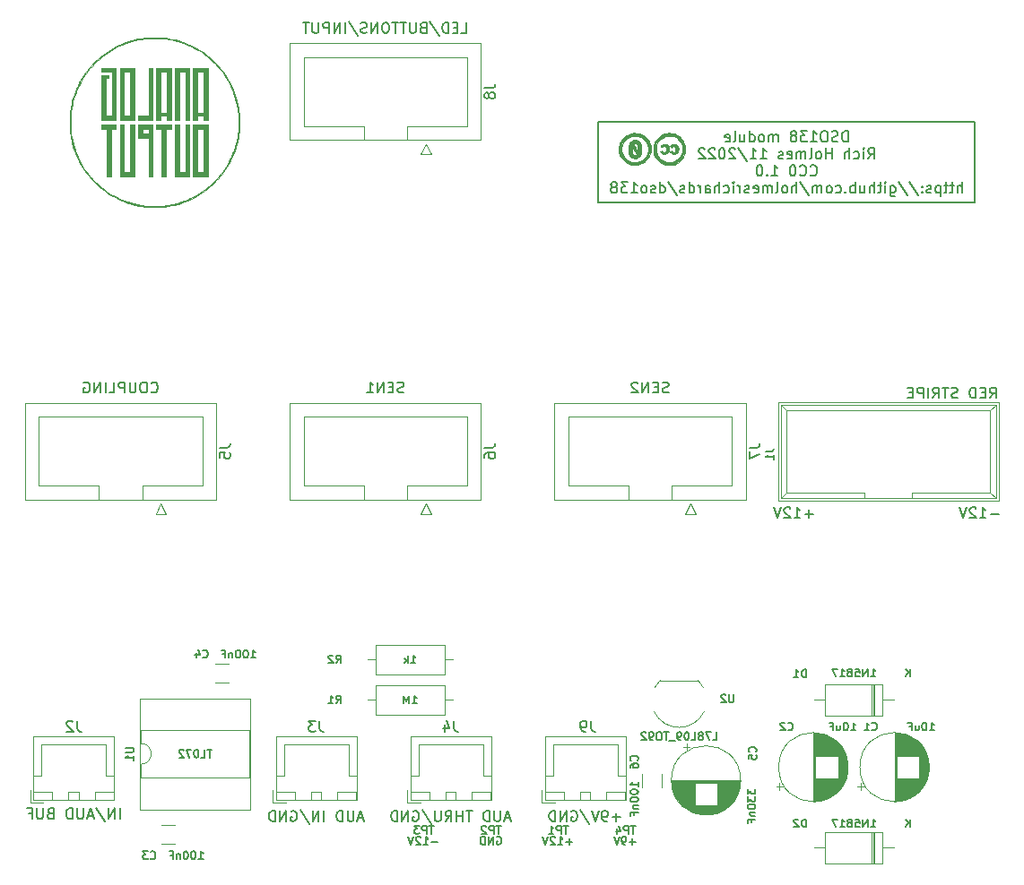
<source format=gbo>
G04 #@! TF.GenerationSoftware,KiCad,Pcbnew,6.0.9-8da3e8f707~116~ubuntu22.04.1*
G04 #@! TF.CreationDate,2022-11-12T12:36:30-05:00*
G04 #@! TF.ProjectId,dso138,64736f31-3338-42e6-9b69-6361645f7063,rev?*
G04 #@! TF.SameCoordinates,Original*
G04 #@! TF.FileFunction,Legend,Bot*
G04 #@! TF.FilePolarity,Positive*
%FSLAX46Y46*%
G04 Gerber Fmt 4.6, Leading zero omitted, Abs format (unit mm)*
G04 Created by KiCad (PCBNEW 6.0.9-8da3e8f707~116~ubuntu22.04.1) date 2022-11-12 12:36:30*
%MOMM*%
%LPD*%
G01*
G04 APERTURE LIST*
%ADD10C,0.150000*%
%ADD11C,0.120000*%
%ADD12C,0.010000*%
G04 APERTURE END LIST*
D10*
X143180000Y-92380000D02*
X107620000Y-92380000D01*
X107620000Y-92380000D02*
X107620000Y-100000000D01*
X107620000Y-100000000D02*
X143180000Y-100000000D01*
X143180000Y-100000000D02*
X143180000Y-92380000D01*
X62423333Y-158237380D02*
X62423333Y-157237380D01*
X61947142Y-158237380D02*
X61947142Y-157237380D01*
X61375714Y-158237380D01*
X61375714Y-157237380D01*
X60185238Y-157189761D02*
X61042380Y-158475476D01*
X59899523Y-157951666D02*
X59423333Y-157951666D01*
X59994761Y-158237380D02*
X59661428Y-157237380D01*
X59328095Y-158237380D01*
X58994761Y-157237380D02*
X58994761Y-158046904D01*
X58947142Y-158142142D01*
X58899523Y-158189761D01*
X58804285Y-158237380D01*
X58613809Y-158237380D01*
X58518571Y-158189761D01*
X58470952Y-158142142D01*
X58423333Y-158046904D01*
X58423333Y-157237380D01*
X57947142Y-158237380D02*
X57947142Y-157237380D01*
X57709047Y-157237380D01*
X57566190Y-157285000D01*
X57470952Y-157380238D01*
X57423333Y-157475476D01*
X57375714Y-157665952D01*
X57375714Y-157808809D01*
X57423333Y-157999285D01*
X57470952Y-158094523D01*
X57566190Y-158189761D01*
X57709047Y-158237380D01*
X57947142Y-158237380D01*
X55851904Y-157713571D02*
X55709047Y-157761190D01*
X55661428Y-157808809D01*
X55613809Y-157904047D01*
X55613809Y-158046904D01*
X55661428Y-158142142D01*
X55709047Y-158189761D01*
X55804285Y-158237380D01*
X56185238Y-158237380D01*
X56185238Y-157237380D01*
X55851904Y-157237380D01*
X55756666Y-157285000D01*
X55709047Y-157332619D01*
X55661428Y-157427857D01*
X55661428Y-157523095D01*
X55709047Y-157618333D01*
X55756666Y-157665952D01*
X55851904Y-157713571D01*
X56185238Y-157713571D01*
X55185238Y-157237380D02*
X55185238Y-158046904D01*
X55137619Y-158142142D01*
X55090000Y-158189761D01*
X54994761Y-158237380D01*
X54804285Y-158237380D01*
X54709047Y-158189761D01*
X54661428Y-158142142D01*
X54613809Y-158046904D01*
X54613809Y-157237380D01*
X53804285Y-157713571D02*
X54137619Y-157713571D01*
X54137619Y-158237380D02*
X54137619Y-157237380D01*
X53661428Y-157237380D01*
X89238095Y-117904761D02*
X89095238Y-117952380D01*
X88857142Y-117952380D01*
X88761904Y-117904761D01*
X88714285Y-117857142D01*
X88666666Y-117761904D01*
X88666666Y-117666666D01*
X88714285Y-117571428D01*
X88761904Y-117523809D01*
X88857142Y-117476190D01*
X89047619Y-117428571D01*
X89142857Y-117380952D01*
X89190476Y-117333333D01*
X89238095Y-117238095D01*
X89238095Y-117142857D01*
X89190476Y-117047619D01*
X89142857Y-117000000D01*
X89047619Y-116952380D01*
X88809523Y-116952380D01*
X88666666Y-117000000D01*
X88238095Y-117428571D02*
X87904761Y-117428571D01*
X87761904Y-117952380D02*
X88238095Y-117952380D01*
X88238095Y-116952380D01*
X87761904Y-116952380D01*
X87333333Y-117952380D02*
X87333333Y-116952380D01*
X86761904Y-117952380D01*
X86761904Y-116952380D01*
X85761904Y-117952380D02*
X86333333Y-117952380D01*
X86047619Y-117952380D02*
X86047619Y-116952380D01*
X86142857Y-117095238D01*
X86238095Y-117190476D01*
X86333333Y-117238095D01*
X65404761Y-117857142D02*
X65452380Y-117904761D01*
X65595238Y-117952380D01*
X65690476Y-117952380D01*
X65833333Y-117904761D01*
X65928571Y-117809523D01*
X65976190Y-117714285D01*
X66023809Y-117523809D01*
X66023809Y-117380952D01*
X65976190Y-117190476D01*
X65928571Y-117095238D01*
X65833333Y-117000000D01*
X65690476Y-116952380D01*
X65595238Y-116952380D01*
X65452380Y-117000000D01*
X65404761Y-117047619D01*
X64785714Y-116952380D02*
X64595238Y-116952380D01*
X64500000Y-117000000D01*
X64404761Y-117095238D01*
X64357142Y-117285714D01*
X64357142Y-117619047D01*
X64404761Y-117809523D01*
X64500000Y-117904761D01*
X64595238Y-117952380D01*
X64785714Y-117952380D01*
X64880952Y-117904761D01*
X64976190Y-117809523D01*
X65023809Y-117619047D01*
X65023809Y-117285714D01*
X64976190Y-117095238D01*
X64880952Y-117000000D01*
X64785714Y-116952380D01*
X63928571Y-116952380D02*
X63928571Y-117761904D01*
X63880952Y-117857142D01*
X63833333Y-117904761D01*
X63738095Y-117952380D01*
X63547619Y-117952380D01*
X63452380Y-117904761D01*
X63404761Y-117857142D01*
X63357142Y-117761904D01*
X63357142Y-116952380D01*
X62880952Y-117952380D02*
X62880952Y-116952380D01*
X62500000Y-116952380D01*
X62404761Y-117000000D01*
X62357142Y-117047619D01*
X62309523Y-117142857D01*
X62309523Y-117285714D01*
X62357142Y-117380952D01*
X62404761Y-117428571D01*
X62500000Y-117476190D01*
X62880952Y-117476190D01*
X61404761Y-117952380D02*
X61880952Y-117952380D01*
X61880952Y-116952380D01*
X61071428Y-117952380D02*
X61071428Y-116952380D01*
X60595238Y-117952380D02*
X60595238Y-116952380D01*
X60023809Y-117952380D01*
X60023809Y-116952380D01*
X59023809Y-117000000D02*
X59119047Y-116952380D01*
X59261904Y-116952380D01*
X59404761Y-117000000D01*
X59500000Y-117095238D01*
X59547619Y-117190476D01*
X59595238Y-117380952D01*
X59595238Y-117523809D01*
X59547619Y-117714285D01*
X59500000Y-117809523D01*
X59404761Y-117904761D01*
X59261904Y-117952380D01*
X59166666Y-117952380D01*
X59023809Y-117904761D01*
X58976190Y-117857142D01*
X58976190Y-117523809D01*
X59166666Y-117523809D01*
X114238095Y-117904761D02*
X114095238Y-117952380D01*
X113857142Y-117952380D01*
X113761904Y-117904761D01*
X113714285Y-117857142D01*
X113666666Y-117761904D01*
X113666666Y-117666666D01*
X113714285Y-117571428D01*
X113761904Y-117523809D01*
X113857142Y-117476190D01*
X114047619Y-117428571D01*
X114142857Y-117380952D01*
X114190476Y-117333333D01*
X114238095Y-117238095D01*
X114238095Y-117142857D01*
X114190476Y-117047619D01*
X114142857Y-117000000D01*
X114047619Y-116952380D01*
X113809523Y-116952380D01*
X113666666Y-117000000D01*
X113238095Y-117428571D02*
X112904761Y-117428571D01*
X112761904Y-117952380D02*
X113238095Y-117952380D01*
X113238095Y-116952380D01*
X112761904Y-116952380D01*
X112333333Y-117952380D02*
X112333333Y-116952380D01*
X111761904Y-117952380D01*
X111761904Y-116952380D01*
X111333333Y-117047619D02*
X111285714Y-117000000D01*
X111190476Y-116952380D01*
X110952380Y-116952380D01*
X110857142Y-117000000D01*
X110809523Y-117047619D01*
X110761904Y-117142857D01*
X110761904Y-117238095D01*
X110809523Y-117380952D01*
X111380952Y-117952380D01*
X110761904Y-117952380D01*
X99269047Y-158166666D02*
X98792857Y-158166666D01*
X99364285Y-158452380D02*
X99030952Y-157452380D01*
X98697619Y-158452380D01*
X98364285Y-157452380D02*
X98364285Y-158261904D01*
X98316666Y-158357142D01*
X98269047Y-158404761D01*
X98173809Y-158452380D01*
X97983333Y-158452380D01*
X97888095Y-158404761D01*
X97840476Y-158357142D01*
X97792857Y-158261904D01*
X97792857Y-157452380D01*
X97316666Y-158452380D02*
X97316666Y-157452380D01*
X97078571Y-157452380D01*
X96935714Y-157500000D01*
X96840476Y-157595238D01*
X96792857Y-157690476D01*
X96745238Y-157880952D01*
X96745238Y-158023809D01*
X96792857Y-158214285D01*
X96840476Y-158309523D01*
X96935714Y-158404761D01*
X97078571Y-158452380D01*
X97316666Y-158452380D01*
X95697619Y-157452380D02*
X95126190Y-157452380D01*
X95411904Y-158452380D02*
X95411904Y-157452380D01*
X94792857Y-158452380D02*
X94792857Y-157452380D01*
X94792857Y-157928571D02*
X94221428Y-157928571D01*
X94221428Y-158452380D02*
X94221428Y-157452380D01*
X93173809Y-158452380D02*
X93507142Y-157976190D01*
X93745238Y-158452380D02*
X93745238Y-157452380D01*
X93364285Y-157452380D01*
X93269047Y-157500000D01*
X93221428Y-157547619D01*
X93173809Y-157642857D01*
X93173809Y-157785714D01*
X93221428Y-157880952D01*
X93269047Y-157928571D01*
X93364285Y-157976190D01*
X93745238Y-157976190D01*
X92745238Y-157452380D02*
X92745238Y-158261904D01*
X92697619Y-158357142D01*
X92650000Y-158404761D01*
X92554761Y-158452380D01*
X92364285Y-158452380D01*
X92269047Y-158404761D01*
X92221428Y-158357142D01*
X92173809Y-158261904D01*
X92173809Y-157452380D01*
X90983333Y-157404761D02*
X91840476Y-158690476D01*
X90126190Y-157500000D02*
X90221428Y-157452380D01*
X90364285Y-157452380D01*
X90507142Y-157500000D01*
X90602380Y-157595238D01*
X90650000Y-157690476D01*
X90697619Y-157880952D01*
X90697619Y-158023809D01*
X90650000Y-158214285D01*
X90602380Y-158309523D01*
X90507142Y-158404761D01*
X90364285Y-158452380D01*
X90269047Y-158452380D01*
X90126190Y-158404761D01*
X90078571Y-158357142D01*
X90078571Y-158023809D01*
X90269047Y-158023809D01*
X89650000Y-158452380D02*
X89650000Y-157452380D01*
X89078571Y-158452380D01*
X89078571Y-157452380D01*
X88602380Y-158452380D02*
X88602380Y-157452380D01*
X88364285Y-157452380D01*
X88221428Y-157500000D01*
X88126190Y-157595238D01*
X88078571Y-157690476D01*
X88030952Y-157880952D01*
X88030952Y-158023809D01*
X88078571Y-158214285D01*
X88126190Y-158309523D01*
X88221428Y-158404761D01*
X88364285Y-158452380D01*
X88602380Y-158452380D01*
X109683333Y-158071428D02*
X108921428Y-158071428D01*
X109302380Y-158452380D02*
X109302380Y-157690476D01*
X108397619Y-158452380D02*
X108207142Y-158452380D01*
X108111904Y-158404761D01*
X108064285Y-158357142D01*
X107969047Y-158214285D01*
X107921428Y-158023809D01*
X107921428Y-157642857D01*
X107969047Y-157547619D01*
X108016666Y-157500000D01*
X108111904Y-157452380D01*
X108302380Y-157452380D01*
X108397619Y-157500000D01*
X108445238Y-157547619D01*
X108492857Y-157642857D01*
X108492857Y-157880952D01*
X108445238Y-157976190D01*
X108397619Y-158023809D01*
X108302380Y-158071428D01*
X108111904Y-158071428D01*
X108016666Y-158023809D01*
X107969047Y-157976190D01*
X107921428Y-157880952D01*
X107635714Y-157452380D02*
X107302380Y-158452380D01*
X106969047Y-157452380D01*
X105921428Y-157404761D02*
X106778571Y-158690476D01*
X105064285Y-157500000D02*
X105159523Y-157452380D01*
X105302380Y-157452380D01*
X105445238Y-157500000D01*
X105540476Y-157595238D01*
X105588095Y-157690476D01*
X105635714Y-157880952D01*
X105635714Y-158023809D01*
X105588095Y-158214285D01*
X105540476Y-158309523D01*
X105445238Y-158404761D01*
X105302380Y-158452380D01*
X105207142Y-158452380D01*
X105064285Y-158404761D01*
X105016666Y-158357142D01*
X105016666Y-158023809D01*
X105207142Y-158023809D01*
X104588095Y-158452380D02*
X104588095Y-157452380D01*
X104016666Y-158452380D01*
X104016666Y-157452380D01*
X103540476Y-158452380D02*
X103540476Y-157452380D01*
X103302380Y-157452380D01*
X103159523Y-157500000D01*
X103064285Y-157595238D01*
X103016666Y-157690476D01*
X102969047Y-157880952D01*
X102969047Y-158023809D01*
X103016666Y-158214285D01*
X103064285Y-158309523D01*
X103159523Y-158404761D01*
X103302380Y-158452380D01*
X103540476Y-158452380D01*
X94666666Y-83952380D02*
X95142857Y-83952380D01*
X95142857Y-82952380D01*
X94333333Y-83428571D02*
X94000000Y-83428571D01*
X93857142Y-83952380D02*
X94333333Y-83952380D01*
X94333333Y-82952380D01*
X93857142Y-82952380D01*
X93428571Y-83952380D02*
X93428571Y-82952380D01*
X93190476Y-82952380D01*
X93047619Y-83000000D01*
X92952380Y-83095238D01*
X92904761Y-83190476D01*
X92857142Y-83380952D01*
X92857142Y-83523809D01*
X92904761Y-83714285D01*
X92952380Y-83809523D01*
X93047619Y-83904761D01*
X93190476Y-83952380D01*
X93428571Y-83952380D01*
X91714285Y-82904761D02*
X92571428Y-84190476D01*
X91047619Y-83428571D02*
X90904761Y-83476190D01*
X90857142Y-83523809D01*
X90809523Y-83619047D01*
X90809523Y-83761904D01*
X90857142Y-83857142D01*
X90904761Y-83904761D01*
X91000000Y-83952380D01*
X91380952Y-83952380D01*
X91380952Y-82952380D01*
X91047619Y-82952380D01*
X90952380Y-83000000D01*
X90904761Y-83047619D01*
X90857142Y-83142857D01*
X90857142Y-83238095D01*
X90904761Y-83333333D01*
X90952380Y-83380952D01*
X91047619Y-83428571D01*
X91380952Y-83428571D01*
X90380952Y-82952380D02*
X90380952Y-83761904D01*
X90333333Y-83857142D01*
X90285714Y-83904761D01*
X90190476Y-83952380D01*
X90000000Y-83952380D01*
X89904761Y-83904761D01*
X89857142Y-83857142D01*
X89809523Y-83761904D01*
X89809523Y-82952380D01*
X89476190Y-82952380D02*
X88904761Y-82952380D01*
X89190476Y-83952380D02*
X89190476Y-82952380D01*
X88714285Y-82952380D02*
X88142857Y-82952380D01*
X88428571Y-83952380D02*
X88428571Y-82952380D01*
X87619047Y-82952380D02*
X87428571Y-82952380D01*
X87333333Y-83000000D01*
X87238095Y-83095238D01*
X87190476Y-83285714D01*
X87190476Y-83619047D01*
X87238095Y-83809523D01*
X87333333Y-83904761D01*
X87428571Y-83952380D01*
X87619047Y-83952380D01*
X87714285Y-83904761D01*
X87809523Y-83809523D01*
X87857142Y-83619047D01*
X87857142Y-83285714D01*
X87809523Y-83095238D01*
X87714285Y-83000000D01*
X87619047Y-82952380D01*
X86761904Y-83952380D02*
X86761904Y-82952380D01*
X86190476Y-83952380D01*
X86190476Y-82952380D01*
X85761904Y-83904761D02*
X85619047Y-83952380D01*
X85380952Y-83952380D01*
X85285714Y-83904761D01*
X85238095Y-83857142D01*
X85190476Y-83761904D01*
X85190476Y-83666666D01*
X85238095Y-83571428D01*
X85285714Y-83523809D01*
X85380952Y-83476190D01*
X85571428Y-83428571D01*
X85666666Y-83380952D01*
X85714285Y-83333333D01*
X85761904Y-83238095D01*
X85761904Y-83142857D01*
X85714285Y-83047619D01*
X85666666Y-83000000D01*
X85571428Y-82952380D01*
X85333333Y-82952380D01*
X85190476Y-83000000D01*
X84047619Y-82904761D02*
X84904761Y-84190476D01*
X83714285Y-83952380D02*
X83714285Y-82952380D01*
X83238095Y-83952380D02*
X83238095Y-82952380D01*
X82666666Y-83952380D01*
X82666666Y-82952380D01*
X82190476Y-83952380D02*
X82190476Y-82952380D01*
X81809523Y-82952380D01*
X81714285Y-83000000D01*
X81666666Y-83047619D01*
X81619047Y-83142857D01*
X81619047Y-83285714D01*
X81666666Y-83380952D01*
X81714285Y-83428571D01*
X81809523Y-83476190D01*
X82190476Y-83476190D01*
X81190476Y-82952380D02*
X81190476Y-83761904D01*
X81142857Y-83857142D01*
X81095238Y-83904761D01*
X81000000Y-83952380D01*
X80809523Y-83952380D01*
X80714285Y-83904761D01*
X80666666Y-83857142D01*
X80619047Y-83761904D01*
X80619047Y-82952380D01*
X80285714Y-82952380D02*
X79714285Y-82952380D01*
X80000000Y-83952380D02*
X80000000Y-82952380D01*
X131185714Y-94227380D02*
X131185714Y-93227380D01*
X130947619Y-93227380D01*
X130804761Y-93275000D01*
X130709523Y-93370238D01*
X130661904Y-93465476D01*
X130614285Y-93655952D01*
X130614285Y-93798809D01*
X130661904Y-93989285D01*
X130709523Y-94084523D01*
X130804761Y-94179761D01*
X130947619Y-94227380D01*
X131185714Y-94227380D01*
X130233333Y-94179761D02*
X130090476Y-94227380D01*
X129852380Y-94227380D01*
X129757142Y-94179761D01*
X129709523Y-94132142D01*
X129661904Y-94036904D01*
X129661904Y-93941666D01*
X129709523Y-93846428D01*
X129757142Y-93798809D01*
X129852380Y-93751190D01*
X130042857Y-93703571D01*
X130138095Y-93655952D01*
X130185714Y-93608333D01*
X130233333Y-93513095D01*
X130233333Y-93417857D01*
X130185714Y-93322619D01*
X130138095Y-93275000D01*
X130042857Y-93227380D01*
X129804761Y-93227380D01*
X129661904Y-93275000D01*
X129042857Y-93227380D02*
X128852380Y-93227380D01*
X128757142Y-93275000D01*
X128661904Y-93370238D01*
X128614285Y-93560714D01*
X128614285Y-93894047D01*
X128661904Y-94084523D01*
X128757142Y-94179761D01*
X128852380Y-94227380D01*
X129042857Y-94227380D01*
X129138095Y-94179761D01*
X129233333Y-94084523D01*
X129280952Y-93894047D01*
X129280952Y-93560714D01*
X129233333Y-93370238D01*
X129138095Y-93275000D01*
X129042857Y-93227380D01*
X127661904Y-94227380D02*
X128233333Y-94227380D01*
X127947619Y-94227380D02*
X127947619Y-93227380D01*
X128042857Y-93370238D01*
X128138095Y-93465476D01*
X128233333Y-93513095D01*
X127328571Y-93227380D02*
X126709523Y-93227380D01*
X127042857Y-93608333D01*
X126900000Y-93608333D01*
X126804761Y-93655952D01*
X126757142Y-93703571D01*
X126709523Y-93798809D01*
X126709523Y-94036904D01*
X126757142Y-94132142D01*
X126804761Y-94179761D01*
X126900000Y-94227380D01*
X127185714Y-94227380D01*
X127280952Y-94179761D01*
X127328571Y-94132142D01*
X126138095Y-93655952D02*
X126233333Y-93608333D01*
X126280952Y-93560714D01*
X126328571Y-93465476D01*
X126328571Y-93417857D01*
X126280952Y-93322619D01*
X126233333Y-93275000D01*
X126138095Y-93227380D01*
X125947619Y-93227380D01*
X125852380Y-93275000D01*
X125804761Y-93322619D01*
X125757142Y-93417857D01*
X125757142Y-93465476D01*
X125804761Y-93560714D01*
X125852380Y-93608333D01*
X125947619Y-93655952D01*
X126138095Y-93655952D01*
X126233333Y-93703571D01*
X126280952Y-93751190D01*
X126328571Y-93846428D01*
X126328571Y-94036904D01*
X126280952Y-94132142D01*
X126233333Y-94179761D01*
X126138095Y-94227380D01*
X125947619Y-94227380D01*
X125852380Y-94179761D01*
X125804761Y-94132142D01*
X125757142Y-94036904D01*
X125757142Y-93846428D01*
X125804761Y-93751190D01*
X125852380Y-93703571D01*
X125947619Y-93655952D01*
X124566666Y-94227380D02*
X124566666Y-93560714D01*
X124566666Y-93655952D02*
X124519047Y-93608333D01*
X124423809Y-93560714D01*
X124280952Y-93560714D01*
X124185714Y-93608333D01*
X124138095Y-93703571D01*
X124138095Y-94227380D01*
X124138095Y-93703571D02*
X124090476Y-93608333D01*
X123995238Y-93560714D01*
X123852380Y-93560714D01*
X123757142Y-93608333D01*
X123709523Y-93703571D01*
X123709523Y-94227380D01*
X123090476Y-94227380D02*
X123185714Y-94179761D01*
X123233333Y-94132142D01*
X123280952Y-94036904D01*
X123280952Y-93751190D01*
X123233333Y-93655952D01*
X123185714Y-93608333D01*
X123090476Y-93560714D01*
X122947619Y-93560714D01*
X122852380Y-93608333D01*
X122804761Y-93655952D01*
X122757142Y-93751190D01*
X122757142Y-94036904D01*
X122804761Y-94132142D01*
X122852380Y-94179761D01*
X122947619Y-94227380D01*
X123090476Y-94227380D01*
X121900000Y-94227380D02*
X121900000Y-93227380D01*
X121900000Y-94179761D02*
X121995238Y-94227380D01*
X122185714Y-94227380D01*
X122280952Y-94179761D01*
X122328571Y-94132142D01*
X122376190Y-94036904D01*
X122376190Y-93751190D01*
X122328571Y-93655952D01*
X122280952Y-93608333D01*
X122185714Y-93560714D01*
X121995238Y-93560714D01*
X121900000Y-93608333D01*
X120995238Y-93560714D02*
X120995238Y-94227380D01*
X121423809Y-93560714D02*
X121423809Y-94084523D01*
X121376190Y-94179761D01*
X121280952Y-94227380D01*
X121138095Y-94227380D01*
X121042857Y-94179761D01*
X120995238Y-94132142D01*
X120376190Y-94227380D02*
X120471428Y-94179761D01*
X120519047Y-94084523D01*
X120519047Y-93227380D01*
X119614285Y-94179761D02*
X119709523Y-94227380D01*
X119900000Y-94227380D01*
X119995238Y-94179761D01*
X120042857Y-94084523D01*
X120042857Y-93703571D01*
X119995238Y-93608333D01*
X119900000Y-93560714D01*
X119709523Y-93560714D01*
X119614285Y-93608333D01*
X119566666Y-93703571D01*
X119566666Y-93798809D01*
X120042857Y-93894047D01*
X133090476Y-95837380D02*
X133423809Y-95361190D01*
X133661904Y-95837380D02*
X133661904Y-94837380D01*
X133280952Y-94837380D01*
X133185714Y-94885000D01*
X133138095Y-94932619D01*
X133090476Y-95027857D01*
X133090476Y-95170714D01*
X133138095Y-95265952D01*
X133185714Y-95313571D01*
X133280952Y-95361190D01*
X133661904Y-95361190D01*
X132661904Y-95837380D02*
X132661904Y-95170714D01*
X132661904Y-94837380D02*
X132709523Y-94885000D01*
X132661904Y-94932619D01*
X132614285Y-94885000D01*
X132661904Y-94837380D01*
X132661904Y-94932619D01*
X131757142Y-95789761D02*
X131852380Y-95837380D01*
X132042857Y-95837380D01*
X132138095Y-95789761D01*
X132185714Y-95742142D01*
X132233333Y-95646904D01*
X132233333Y-95361190D01*
X132185714Y-95265952D01*
X132138095Y-95218333D01*
X132042857Y-95170714D01*
X131852380Y-95170714D01*
X131757142Y-95218333D01*
X131328571Y-95837380D02*
X131328571Y-94837380D01*
X130900000Y-95837380D02*
X130900000Y-95313571D01*
X130947619Y-95218333D01*
X131042857Y-95170714D01*
X131185714Y-95170714D01*
X131280952Y-95218333D01*
X131328571Y-95265952D01*
X129661904Y-95837380D02*
X129661904Y-94837380D01*
X129661904Y-95313571D02*
X129090476Y-95313571D01*
X129090476Y-95837380D02*
X129090476Y-94837380D01*
X128471428Y-95837380D02*
X128566666Y-95789761D01*
X128614285Y-95742142D01*
X128661904Y-95646904D01*
X128661904Y-95361190D01*
X128614285Y-95265952D01*
X128566666Y-95218333D01*
X128471428Y-95170714D01*
X128328571Y-95170714D01*
X128233333Y-95218333D01*
X128185714Y-95265952D01*
X128138095Y-95361190D01*
X128138095Y-95646904D01*
X128185714Y-95742142D01*
X128233333Y-95789761D01*
X128328571Y-95837380D01*
X128471428Y-95837380D01*
X127566666Y-95837380D02*
X127661904Y-95789761D01*
X127709523Y-95694523D01*
X127709523Y-94837380D01*
X127185714Y-95837380D02*
X127185714Y-95170714D01*
X127185714Y-95265952D02*
X127138095Y-95218333D01*
X127042857Y-95170714D01*
X126900000Y-95170714D01*
X126804761Y-95218333D01*
X126757142Y-95313571D01*
X126757142Y-95837380D01*
X126757142Y-95313571D02*
X126709523Y-95218333D01*
X126614285Y-95170714D01*
X126471428Y-95170714D01*
X126376190Y-95218333D01*
X126328571Y-95313571D01*
X126328571Y-95837380D01*
X125471428Y-95789761D02*
X125566666Y-95837380D01*
X125757142Y-95837380D01*
X125852380Y-95789761D01*
X125900000Y-95694523D01*
X125900000Y-95313571D01*
X125852380Y-95218333D01*
X125757142Y-95170714D01*
X125566666Y-95170714D01*
X125471428Y-95218333D01*
X125423809Y-95313571D01*
X125423809Y-95408809D01*
X125900000Y-95504047D01*
X125042857Y-95789761D02*
X124947619Y-95837380D01*
X124757142Y-95837380D01*
X124661904Y-95789761D01*
X124614285Y-95694523D01*
X124614285Y-95646904D01*
X124661904Y-95551666D01*
X124757142Y-95504047D01*
X124900000Y-95504047D01*
X124995238Y-95456428D01*
X125042857Y-95361190D01*
X125042857Y-95313571D01*
X124995238Y-95218333D01*
X124900000Y-95170714D01*
X124757142Y-95170714D01*
X124661904Y-95218333D01*
X122900000Y-95837380D02*
X123471428Y-95837380D01*
X123185714Y-95837380D02*
X123185714Y-94837380D01*
X123280952Y-94980238D01*
X123376190Y-95075476D01*
X123471428Y-95123095D01*
X121947619Y-95837380D02*
X122519047Y-95837380D01*
X122233333Y-95837380D02*
X122233333Y-94837380D01*
X122328571Y-94980238D01*
X122423809Y-95075476D01*
X122519047Y-95123095D01*
X120804761Y-94789761D02*
X121661904Y-96075476D01*
X120519047Y-94932619D02*
X120471428Y-94885000D01*
X120376190Y-94837380D01*
X120138095Y-94837380D01*
X120042857Y-94885000D01*
X119995238Y-94932619D01*
X119947619Y-95027857D01*
X119947619Y-95123095D01*
X119995238Y-95265952D01*
X120566666Y-95837380D01*
X119947619Y-95837380D01*
X119328571Y-94837380D02*
X119233333Y-94837380D01*
X119138095Y-94885000D01*
X119090476Y-94932619D01*
X119042857Y-95027857D01*
X118995238Y-95218333D01*
X118995238Y-95456428D01*
X119042857Y-95646904D01*
X119090476Y-95742142D01*
X119138095Y-95789761D01*
X119233333Y-95837380D01*
X119328571Y-95837380D01*
X119423809Y-95789761D01*
X119471428Y-95742142D01*
X119519047Y-95646904D01*
X119566666Y-95456428D01*
X119566666Y-95218333D01*
X119519047Y-95027857D01*
X119471428Y-94932619D01*
X119423809Y-94885000D01*
X119328571Y-94837380D01*
X118614285Y-94932619D02*
X118566666Y-94885000D01*
X118471428Y-94837380D01*
X118233333Y-94837380D01*
X118138095Y-94885000D01*
X118090476Y-94932619D01*
X118042857Y-95027857D01*
X118042857Y-95123095D01*
X118090476Y-95265952D01*
X118661904Y-95837380D01*
X118042857Y-95837380D01*
X117661904Y-94932619D02*
X117614285Y-94885000D01*
X117519047Y-94837380D01*
X117280952Y-94837380D01*
X117185714Y-94885000D01*
X117138095Y-94932619D01*
X117090476Y-95027857D01*
X117090476Y-95123095D01*
X117138095Y-95265952D01*
X117709523Y-95837380D01*
X117090476Y-95837380D01*
X127638095Y-97352142D02*
X127685714Y-97399761D01*
X127828571Y-97447380D01*
X127923809Y-97447380D01*
X128066666Y-97399761D01*
X128161904Y-97304523D01*
X128209523Y-97209285D01*
X128257142Y-97018809D01*
X128257142Y-96875952D01*
X128209523Y-96685476D01*
X128161904Y-96590238D01*
X128066666Y-96495000D01*
X127923809Y-96447380D01*
X127828571Y-96447380D01*
X127685714Y-96495000D01*
X127638095Y-96542619D01*
X126638095Y-97352142D02*
X126685714Y-97399761D01*
X126828571Y-97447380D01*
X126923809Y-97447380D01*
X127066666Y-97399761D01*
X127161904Y-97304523D01*
X127209523Y-97209285D01*
X127257142Y-97018809D01*
X127257142Y-96875952D01*
X127209523Y-96685476D01*
X127161904Y-96590238D01*
X127066666Y-96495000D01*
X126923809Y-96447380D01*
X126828571Y-96447380D01*
X126685714Y-96495000D01*
X126638095Y-96542619D01*
X126019047Y-96447380D02*
X125923809Y-96447380D01*
X125828571Y-96495000D01*
X125780952Y-96542619D01*
X125733333Y-96637857D01*
X125685714Y-96828333D01*
X125685714Y-97066428D01*
X125733333Y-97256904D01*
X125780952Y-97352142D01*
X125828571Y-97399761D01*
X125923809Y-97447380D01*
X126019047Y-97447380D01*
X126114285Y-97399761D01*
X126161904Y-97352142D01*
X126209523Y-97256904D01*
X126257142Y-97066428D01*
X126257142Y-96828333D01*
X126209523Y-96637857D01*
X126161904Y-96542619D01*
X126114285Y-96495000D01*
X126019047Y-96447380D01*
X123971428Y-97447380D02*
X124542857Y-97447380D01*
X124257142Y-97447380D02*
X124257142Y-96447380D01*
X124352380Y-96590238D01*
X124447619Y-96685476D01*
X124542857Y-96733095D01*
X123542857Y-97352142D02*
X123495238Y-97399761D01*
X123542857Y-97447380D01*
X123590476Y-97399761D01*
X123542857Y-97352142D01*
X123542857Y-97447380D01*
X122876190Y-96447380D02*
X122780952Y-96447380D01*
X122685714Y-96495000D01*
X122638095Y-96542619D01*
X122590476Y-96637857D01*
X122542857Y-96828333D01*
X122542857Y-97066428D01*
X122590476Y-97256904D01*
X122638095Y-97352142D01*
X122685714Y-97399761D01*
X122780952Y-97447380D01*
X122876190Y-97447380D01*
X122971428Y-97399761D01*
X123019047Y-97352142D01*
X123066666Y-97256904D01*
X123114285Y-97066428D01*
X123114285Y-96828333D01*
X123066666Y-96637857D01*
X123019047Y-96542619D01*
X122971428Y-96495000D01*
X122876190Y-96447380D01*
X141947619Y-99057380D02*
X141947619Y-98057380D01*
X141519047Y-99057380D02*
X141519047Y-98533571D01*
X141566666Y-98438333D01*
X141661904Y-98390714D01*
X141804761Y-98390714D01*
X141900000Y-98438333D01*
X141947619Y-98485952D01*
X141185714Y-98390714D02*
X140804761Y-98390714D01*
X141042857Y-98057380D02*
X141042857Y-98914523D01*
X140995238Y-99009761D01*
X140900000Y-99057380D01*
X140804761Y-99057380D01*
X140614285Y-98390714D02*
X140233333Y-98390714D01*
X140471428Y-98057380D02*
X140471428Y-98914523D01*
X140423809Y-99009761D01*
X140328571Y-99057380D01*
X140233333Y-99057380D01*
X139900000Y-98390714D02*
X139900000Y-99390714D01*
X139900000Y-98438333D02*
X139804761Y-98390714D01*
X139614285Y-98390714D01*
X139519047Y-98438333D01*
X139471428Y-98485952D01*
X139423809Y-98581190D01*
X139423809Y-98866904D01*
X139471428Y-98962142D01*
X139519047Y-99009761D01*
X139614285Y-99057380D01*
X139804761Y-99057380D01*
X139900000Y-99009761D01*
X139042857Y-99009761D02*
X138947619Y-99057380D01*
X138757142Y-99057380D01*
X138661904Y-99009761D01*
X138614285Y-98914523D01*
X138614285Y-98866904D01*
X138661904Y-98771666D01*
X138757142Y-98724047D01*
X138900000Y-98724047D01*
X138995238Y-98676428D01*
X139042857Y-98581190D01*
X139042857Y-98533571D01*
X138995238Y-98438333D01*
X138900000Y-98390714D01*
X138757142Y-98390714D01*
X138661904Y-98438333D01*
X138185714Y-98962142D02*
X138138095Y-99009761D01*
X138185714Y-99057380D01*
X138233333Y-99009761D01*
X138185714Y-98962142D01*
X138185714Y-99057380D01*
X138185714Y-98438333D02*
X138138095Y-98485952D01*
X138185714Y-98533571D01*
X138233333Y-98485952D01*
X138185714Y-98438333D01*
X138185714Y-98533571D01*
X136995238Y-98009761D02*
X137852380Y-99295476D01*
X135947619Y-98009761D02*
X136804761Y-99295476D01*
X135185714Y-98390714D02*
X135185714Y-99200238D01*
X135233333Y-99295476D01*
X135280952Y-99343095D01*
X135376190Y-99390714D01*
X135519047Y-99390714D01*
X135614285Y-99343095D01*
X135185714Y-99009761D02*
X135280952Y-99057380D01*
X135471428Y-99057380D01*
X135566666Y-99009761D01*
X135614285Y-98962142D01*
X135661904Y-98866904D01*
X135661904Y-98581190D01*
X135614285Y-98485952D01*
X135566666Y-98438333D01*
X135471428Y-98390714D01*
X135280952Y-98390714D01*
X135185714Y-98438333D01*
X134709523Y-99057380D02*
X134709523Y-98390714D01*
X134709523Y-98057380D02*
X134757142Y-98105000D01*
X134709523Y-98152619D01*
X134661904Y-98105000D01*
X134709523Y-98057380D01*
X134709523Y-98152619D01*
X134376190Y-98390714D02*
X133995238Y-98390714D01*
X134233333Y-98057380D02*
X134233333Y-98914523D01*
X134185714Y-99009761D01*
X134090476Y-99057380D01*
X133995238Y-99057380D01*
X133661904Y-99057380D02*
X133661904Y-98057380D01*
X133233333Y-99057380D02*
X133233333Y-98533571D01*
X133280952Y-98438333D01*
X133376190Y-98390714D01*
X133519047Y-98390714D01*
X133614285Y-98438333D01*
X133661904Y-98485952D01*
X132328571Y-98390714D02*
X132328571Y-99057380D01*
X132757142Y-98390714D02*
X132757142Y-98914523D01*
X132709523Y-99009761D01*
X132614285Y-99057380D01*
X132471428Y-99057380D01*
X132376190Y-99009761D01*
X132328571Y-98962142D01*
X131852380Y-99057380D02*
X131852380Y-98057380D01*
X131852380Y-98438333D02*
X131757142Y-98390714D01*
X131566666Y-98390714D01*
X131471428Y-98438333D01*
X131423809Y-98485952D01*
X131376190Y-98581190D01*
X131376190Y-98866904D01*
X131423809Y-98962142D01*
X131471428Y-99009761D01*
X131566666Y-99057380D01*
X131757142Y-99057380D01*
X131852380Y-99009761D01*
X130947619Y-98962142D02*
X130900000Y-99009761D01*
X130947619Y-99057380D01*
X130995238Y-99009761D01*
X130947619Y-98962142D01*
X130947619Y-99057380D01*
X130042857Y-99009761D02*
X130138095Y-99057380D01*
X130328571Y-99057380D01*
X130423809Y-99009761D01*
X130471428Y-98962142D01*
X130519047Y-98866904D01*
X130519047Y-98581190D01*
X130471428Y-98485952D01*
X130423809Y-98438333D01*
X130328571Y-98390714D01*
X130138095Y-98390714D01*
X130042857Y-98438333D01*
X129471428Y-99057380D02*
X129566666Y-99009761D01*
X129614285Y-98962142D01*
X129661904Y-98866904D01*
X129661904Y-98581190D01*
X129614285Y-98485952D01*
X129566666Y-98438333D01*
X129471428Y-98390714D01*
X129328571Y-98390714D01*
X129233333Y-98438333D01*
X129185714Y-98485952D01*
X129138095Y-98581190D01*
X129138095Y-98866904D01*
X129185714Y-98962142D01*
X129233333Y-99009761D01*
X129328571Y-99057380D01*
X129471428Y-99057380D01*
X128709523Y-99057380D02*
X128709523Y-98390714D01*
X128709523Y-98485952D02*
X128661904Y-98438333D01*
X128566666Y-98390714D01*
X128423809Y-98390714D01*
X128328571Y-98438333D01*
X128280952Y-98533571D01*
X128280952Y-99057380D01*
X128280952Y-98533571D02*
X128233333Y-98438333D01*
X128138095Y-98390714D01*
X127995238Y-98390714D01*
X127900000Y-98438333D01*
X127852380Y-98533571D01*
X127852380Y-99057380D01*
X126661904Y-98009761D02*
X127519047Y-99295476D01*
X126328571Y-99057380D02*
X126328571Y-98057380D01*
X125900000Y-99057380D02*
X125900000Y-98533571D01*
X125947619Y-98438333D01*
X126042857Y-98390714D01*
X126185714Y-98390714D01*
X126280952Y-98438333D01*
X126328571Y-98485952D01*
X125280952Y-99057380D02*
X125376190Y-99009761D01*
X125423809Y-98962142D01*
X125471428Y-98866904D01*
X125471428Y-98581190D01*
X125423809Y-98485952D01*
X125376190Y-98438333D01*
X125280952Y-98390714D01*
X125138095Y-98390714D01*
X125042857Y-98438333D01*
X124995238Y-98485952D01*
X124947619Y-98581190D01*
X124947619Y-98866904D01*
X124995238Y-98962142D01*
X125042857Y-99009761D01*
X125138095Y-99057380D01*
X125280952Y-99057380D01*
X124376190Y-99057380D02*
X124471428Y-99009761D01*
X124519047Y-98914523D01*
X124519047Y-98057380D01*
X123995238Y-99057380D02*
X123995238Y-98390714D01*
X123995238Y-98485952D02*
X123947619Y-98438333D01*
X123852380Y-98390714D01*
X123709523Y-98390714D01*
X123614285Y-98438333D01*
X123566666Y-98533571D01*
X123566666Y-99057380D01*
X123566666Y-98533571D02*
X123519047Y-98438333D01*
X123423809Y-98390714D01*
X123280952Y-98390714D01*
X123185714Y-98438333D01*
X123138095Y-98533571D01*
X123138095Y-99057380D01*
X122280952Y-99009761D02*
X122376190Y-99057380D01*
X122566666Y-99057380D01*
X122661904Y-99009761D01*
X122709523Y-98914523D01*
X122709523Y-98533571D01*
X122661904Y-98438333D01*
X122566666Y-98390714D01*
X122376190Y-98390714D01*
X122280952Y-98438333D01*
X122233333Y-98533571D01*
X122233333Y-98628809D01*
X122709523Y-98724047D01*
X121852380Y-99009761D02*
X121757142Y-99057380D01*
X121566666Y-99057380D01*
X121471428Y-99009761D01*
X121423809Y-98914523D01*
X121423809Y-98866904D01*
X121471428Y-98771666D01*
X121566666Y-98724047D01*
X121709523Y-98724047D01*
X121804761Y-98676428D01*
X121852380Y-98581190D01*
X121852380Y-98533571D01*
X121804761Y-98438333D01*
X121709523Y-98390714D01*
X121566666Y-98390714D01*
X121471428Y-98438333D01*
X120995238Y-99057380D02*
X120995238Y-98390714D01*
X120995238Y-98581190D02*
X120947619Y-98485952D01*
X120900000Y-98438333D01*
X120804761Y-98390714D01*
X120709523Y-98390714D01*
X120376190Y-99057380D02*
X120376190Y-98390714D01*
X120376190Y-98057380D02*
X120423809Y-98105000D01*
X120376190Y-98152619D01*
X120328571Y-98105000D01*
X120376190Y-98057380D01*
X120376190Y-98152619D01*
X119471428Y-99009761D02*
X119566666Y-99057380D01*
X119757142Y-99057380D01*
X119852380Y-99009761D01*
X119900000Y-98962142D01*
X119947619Y-98866904D01*
X119947619Y-98581190D01*
X119900000Y-98485952D01*
X119852380Y-98438333D01*
X119757142Y-98390714D01*
X119566666Y-98390714D01*
X119471428Y-98438333D01*
X119042857Y-99057380D02*
X119042857Y-98057380D01*
X118614285Y-99057380D02*
X118614285Y-98533571D01*
X118661904Y-98438333D01*
X118757142Y-98390714D01*
X118900000Y-98390714D01*
X118995238Y-98438333D01*
X119042857Y-98485952D01*
X117709523Y-99057380D02*
X117709523Y-98533571D01*
X117757142Y-98438333D01*
X117852380Y-98390714D01*
X118042857Y-98390714D01*
X118138095Y-98438333D01*
X117709523Y-99009761D02*
X117804761Y-99057380D01*
X118042857Y-99057380D01*
X118138095Y-99009761D01*
X118185714Y-98914523D01*
X118185714Y-98819285D01*
X118138095Y-98724047D01*
X118042857Y-98676428D01*
X117804761Y-98676428D01*
X117709523Y-98628809D01*
X117233333Y-99057380D02*
X117233333Y-98390714D01*
X117233333Y-98581190D02*
X117185714Y-98485952D01*
X117138095Y-98438333D01*
X117042857Y-98390714D01*
X116947619Y-98390714D01*
X116185714Y-99057380D02*
X116185714Y-98057380D01*
X116185714Y-99009761D02*
X116280952Y-99057380D01*
X116471428Y-99057380D01*
X116566666Y-99009761D01*
X116614285Y-98962142D01*
X116661904Y-98866904D01*
X116661904Y-98581190D01*
X116614285Y-98485952D01*
X116566666Y-98438333D01*
X116471428Y-98390714D01*
X116280952Y-98390714D01*
X116185714Y-98438333D01*
X115757142Y-99009761D02*
X115661904Y-99057380D01*
X115471428Y-99057380D01*
X115376190Y-99009761D01*
X115328571Y-98914523D01*
X115328571Y-98866904D01*
X115376190Y-98771666D01*
X115471428Y-98724047D01*
X115614285Y-98724047D01*
X115709523Y-98676428D01*
X115757142Y-98581190D01*
X115757142Y-98533571D01*
X115709523Y-98438333D01*
X115614285Y-98390714D01*
X115471428Y-98390714D01*
X115376190Y-98438333D01*
X114185714Y-98009761D02*
X115042857Y-99295476D01*
X113423809Y-99057380D02*
X113423809Y-98057380D01*
X113423809Y-99009761D02*
X113519047Y-99057380D01*
X113709523Y-99057380D01*
X113804761Y-99009761D01*
X113852380Y-98962142D01*
X113900000Y-98866904D01*
X113900000Y-98581190D01*
X113852380Y-98485952D01*
X113804761Y-98438333D01*
X113709523Y-98390714D01*
X113519047Y-98390714D01*
X113423809Y-98438333D01*
X112995238Y-99009761D02*
X112900000Y-99057380D01*
X112709523Y-99057380D01*
X112614285Y-99009761D01*
X112566666Y-98914523D01*
X112566666Y-98866904D01*
X112614285Y-98771666D01*
X112709523Y-98724047D01*
X112852380Y-98724047D01*
X112947619Y-98676428D01*
X112995238Y-98581190D01*
X112995238Y-98533571D01*
X112947619Y-98438333D01*
X112852380Y-98390714D01*
X112709523Y-98390714D01*
X112614285Y-98438333D01*
X111995238Y-99057380D02*
X112090476Y-99009761D01*
X112138095Y-98962142D01*
X112185714Y-98866904D01*
X112185714Y-98581190D01*
X112138095Y-98485952D01*
X112090476Y-98438333D01*
X111995238Y-98390714D01*
X111852380Y-98390714D01*
X111757142Y-98438333D01*
X111709523Y-98485952D01*
X111661904Y-98581190D01*
X111661904Y-98866904D01*
X111709523Y-98962142D01*
X111757142Y-99009761D01*
X111852380Y-99057380D01*
X111995238Y-99057380D01*
X110709523Y-99057380D02*
X111280952Y-99057380D01*
X110995238Y-99057380D02*
X110995238Y-98057380D01*
X111090476Y-98200238D01*
X111185714Y-98295476D01*
X111280952Y-98343095D01*
X110376190Y-98057380D02*
X109757142Y-98057380D01*
X110090476Y-98438333D01*
X109947619Y-98438333D01*
X109852380Y-98485952D01*
X109804761Y-98533571D01*
X109757142Y-98628809D01*
X109757142Y-98866904D01*
X109804761Y-98962142D01*
X109852380Y-99009761D01*
X109947619Y-99057380D01*
X110233333Y-99057380D01*
X110328571Y-99009761D01*
X110376190Y-98962142D01*
X109185714Y-98485952D02*
X109280952Y-98438333D01*
X109328571Y-98390714D01*
X109376190Y-98295476D01*
X109376190Y-98247857D01*
X109328571Y-98152619D01*
X109280952Y-98105000D01*
X109185714Y-98057380D01*
X108995238Y-98057380D01*
X108900000Y-98105000D01*
X108852380Y-98152619D01*
X108804761Y-98247857D01*
X108804761Y-98295476D01*
X108852380Y-98390714D01*
X108900000Y-98438333D01*
X108995238Y-98485952D01*
X109185714Y-98485952D01*
X109280952Y-98533571D01*
X109328571Y-98581190D01*
X109376190Y-98676428D01*
X109376190Y-98866904D01*
X109328571Y-98962142D01*
X109280952Y-99009761D01*
X109185714Y-99057380D01*
X108995238Y-99057380D01*
X108900000Y-99009761D01*
X108852380Y-98962142D01*
X108804761Y-98866904D01*
X108804761Y-98676428D01*
X108852380Y-98581190D01*
X108900000Y-98533571D01*
X108995238Y-98485952D01*
X85402380Y-158166666D02*
X84926190Y-158166666D01*
X85497619Y-158452380D02*
X85164285Y-157452380D01*
X84830952Y-158452380D01*
X84497619Y-157452380D02*
X84497619Y-158261904D01*
X84450000Y-158357142D01*
X84402380Y-158404761D01*
X84307142Y-158452380D01*
X84116666Y-158452380D01*
X84021428Y-158404761D01*
X83973809Y-158357142D01*
X83926190Y-158261904D01*
X83926190Y-157452380D01*
X83450000Y-158452380D02*
X83450000Y-157452380D01*
X83211904Y-157452380D01*
X83069047Y-157500000D01*
X82973809Y-157595238D01*
X82926190Y-157690476D01*
X82878571Y-157880952D01*
X82878571Y-158023809D01*
X82926190Y-158214285D01*
X82973809Y-158309523D01*
X83069047Y-158404761D01*
X83211904Y-158452380D01*
X83450000Y-158452380D01*
X81688095Y-158452380D02*
X81688095Y-157452380D01*
X81211904Y-158452380D02*
X81211904Y-157452380D01*
X80640476Y-158452380D01*
X80640476Y-157452380D01*
X79450000Y-157404761D02*
X80307142Y-158690476D01*
X78592857Y-157500000D02*
X78688095Y-157452380D01*
X78830952Y-157452380D01*
X78973809Y-157500000D01*
X79069047Y-157595238D01*
X79116666Y-157690476D01*
X79164285Y-157880952D01*
X79164285Y-158023809D01*
X79116666Y-158214285D01*
X79069047Y-158309523D01*
X78973809Y-158404761D01*
X78830952Y-158452380D01*
X78735714Y-158452380D01*
X78592857Y-158404761D01*
X78545238Y-158357142D01*
X78545238Y-158023809D01*
X78735714Y-158023809D01*
X78116666Y-158452380D02*
X78116666Y-157452380D01*
X77545238Y-158452380D01*
X77545238Y-157452380D01*
X77069047Y-158452380D02*
X77069047Y-157452380D01*
X76830952Y-157452380D01*
X76688095Y-157500000D01*
X76592857Y-157595238D01*
X76545238Y-157690476D01*
X76497619Y-157880952D01*
X76497619Y-158023809D01*
X76545238Y-158214285D01*
X76592857Y-158309523D01*
X76688095Y-158404761D01*
X76830952Y-158452380D01*
X77069047Y-158452380D01*
G04 #@! TO.C,TP3*
X92431428Y-160378571D02*
X91860000Y-160378571D01*
X91110000Y-160664285D02*
X91538571Y-160664285D01*
X91324285Y-160664285D02*
X91324285Y-159914285D01*
X91395714Y-160021428D01*
X91467142Y-160092857D01*
X91538571Y-160128571D01*
X90824285Y-159985714D02*
X90788571Y-159950000D01*
X90717142Y-159914285D01*
X90538571Y-159914285D01*
X90467142Y-159950000D01*
X90431428Y-159985714D01*
X90395714Y-160057142D01*
X90395714Y-160128571D01*
X90431428Y-160235714D01*
X90860000Y-160664285D01*
X90395714Y-160664285D01*
X90181428Y-159914285D02*
X89931428Y-160664285D01*
X89681428Y-159914285D01*
X92056428Y-158898285D02*
X91627857Y-158898285D01*
X91842142Y-159648285D02*
X91842142Y-158898285D01*
X91377857Y-159648285D02*
X91377857Y-158898285D01*
X91092142Y-158898285D01*
X91020714Y-158934000D01*
X90985000Y-158969714D01*
X90949285Y-159041142D01*
X90949285Y-159148285D01*
X90985000Y-159219714D01*
X91020714Y-159255428D01*
X91092142Y-159291142D01*
X91377857Y-159291142D01*
X90699285Y-158898285D02*
X90235000Y-158898285D01*
X90485000Y-159184000D01*
X90377857Y-159184000D01*
X90306428Y-159219714D01*
X90270714Y-159255428D01*
X90235000Y-159326857D01*
X90235000Y-159505428D01*
X90270714Y-159576857D01*
X90306428Y-159612571D01*
X90377857Y-159648285D01*
X90592142Y-159648285D01*
X90663571Y-159612571D01*
X90699285Y-159576857D01*
G04 #@! TO.C,TP4*
X111124285Y-160378571D02*
X110552857Y-160378571D01*
X110838571Y-160664285D02*
X110838571Y-160092857D01*
X110160000Y-160664285D02*
X110017142Y-160664285D01*
X109945714Y-160628571D01*
X109910000Y-160592857D01*
X109838571Y-160485714D01*
X109802857Y-160342857D01*
X109802857Y-160057142D01*
X109838571Y-159985714D01*
X109874285Y-159950000D01*
X109945714Y-159914285D01*
X110088571Y-159914285D01*
X110160000Y-159950000D01*
X110195714Y-159985714D01*
X110231428Y-160057142D01*
X110231428Y-160235714D01*
X110195714Y-160307142D01*
X110160000Y-160342857D01*
X110088571Y-160378571D01*
X109945714Y-160378571D01*
X109874285Y-160342857D01*
X109838571Y-160307142D01*
X109802857Y-160235714D01*
X109588571Y-159914285D02*
X109338571Y-160664285D01*
X109088571Y-159914285D01*
X111106428Y-158898285D02*
X110677857Y-158898285D01*
X110892142Y-159648285D02*
X110892142Y-158898285D01*
X110427857Y-159648285D02*
X110427857Y-158898285D01*
X110142142Y-158898285D01*
X110070714Y-158934000D01*
X110035000Y-158969714D01*
X109999285Y-159041142D01*
X109999285Y-159148285D01*
X110035000Y-159219714D01*
X110070714Y-159255428D01*
X110142142Y-159291142D01*
X110427857Y-159291142D01*
X109356428Y-159148285D02*
X109356428Y-159648285D01*
X109535000Y-158862571D02*
X109713571Y-159398285D01*
X109249285Y-159398285D01*
G04 #@! TO.C,TP1*
X104756428Y-158898285D02*
X104327857Y-158898285D01*
X104542142Y-159648285D02*
X104542142Y-158898285D01*
X104077857Y-159648285D02*
X104077857Y-158898285D01*
X103792142Y-158898285D01*
X103720714Y-158934000D01*
X103685000Y-158969714D01*
X103649285Y-159041142D01*
X103649285Y-159148285D01*
X103685000Y-159219714D01*
X103720714Y-159255428D01*
X103792142Y-159291142D01*
X104077857Y-159291142D01*
X102935000Y-159648285D02*
X103363571Y-159648285D01*
X103149285Y-159648285D02*
X103149285Y-158898285D01*
X103220714Y-159005428D01*
X103292142Y-159076857D01*
X103363571Y-159112571D01*
X105131428Y-160378571D02*
X104560000Y-160378571D01*
X104845714Y-160664285D02*
X104845714Y-160092857D01*
X103810000Y-160664285D02*
X104238571Y-160664285D01*
X104024285Y-160664285D02*
X104024285Y-159914285D01*
X104095714Y-160021428D01*
X104167142Y-160092857D01*
X104238571Y-160128571D01*
X103524285Y-159985714D02*
X103488571Y-159950000D01*
X103417142Y-159914285D01*
X103238571Y-159914285D01*
X103167142Y-159950000D01*
X103131428Y-159985714D01*
X103095714Y-160057142D01*
X103095714Y-160128571D01*
X103131428Y-160235714D01*
X103560000Y-160664285D01*
X103095714Y-160664285D01*
X102881428Y-159914285D02*
X102631428Y-160664285D01*
X102381428Y-159914285D01*
G04 #@! TO.C,TP2*
X98406428Y-158898285D02*
X97977857Y-158898285D01*
X98192142Y-159648285D02*
X98192142Y-158898285D01*
X97727857Y-159648285D02*
X97727857Y-158898285D01*
X97442142Y-158898285D01*
X97370714Y-158934000D01*
X97335000Y-158969714D01*
X97299285Y-159041142D01*
X97299285Y-159148285D01*
X97335000Y-159219714D01*
X97370714Y-159255428D01*
X97442142Y-159291142D01*
X97727857Y-159291142D01*
X97013571Y-158969714D02*
X96977857Y-158934000D01*
X96906428Y-158898285D01*
X96727857Y-158898285D01*
X96656428Y-158934000D01*
X96620714Y-158969714D01*
X96585000Y-159041142D01*
X96585000Y-159112571D01*
X96620714Y-159219714D01*
X97049285Y-159648285D01*
X96585000Y-159648285D01*
X98031428Y-159950000D02*
X98102857Y-159914285D01*
X98210000Y-159914285D01*
X98317142Y-159950000D01*
X98388571Y-160021428D01*
X98424285Y-160092857D01*
X98460000Y-160235714D01*
X98460000Y-160342857D01*
X98424285Y-160485714D01*
X98388571Y-160557142D01*
X98317142Y-160628571D01*
X98210000Y-160664285D01*
X98138571Y-160664285D01*
X98031428Y-160628571D01*
X97995714Y-160592857D01*
X97995714Y-160342857D01*
X98138571Y-160342857D01*
X97674285Y-160664285D02*
X97674285Y-159914285D01*
X97245714Y-160664285D01*
X97245714Y-159914285D01*
X96888571Y-160664285D02*
X96888571Y-159914285D01*
X96710000Y-159914285D01*
X96602857Y-159950000D01*
X96531428Y-160021428D01*
X96495714Y-160092857D01*
X96460000Y-160235714D01*
X96460000Y-160342857D01*
X96495714Y-160485714D01*
X96531428Y-160557142D01*
X96602857Y-160628571D01*
X96710000Y-160664285D01*
X96888571Y-160664285D01*
G04 #@! TO.C,J8*
X96862380Y-89149166D02*
X97576666Y-89149166D01*
X97719523Y-89101547D01*
X97814761Y-89006309D01*
X97862380Y-88863452D01*
X97862380Y-88768214D01*
X97290952Y-89768214D02*
X97243333Y-89672976D01*
X97195714Y-89625357D01*
X97100476Y-89577738D01*
X97052857Y-89577738D01*
X96957619Y-89625357D01*
X96910000Y-89672976D01*
X96862380Y-89768214D01*
X96862380Y-89958690D01*
X96910000Y-90053928D01*
X96957619Y-90101547D01*
X97052857Y-90149166D01*
X97100476Y-90149166D01*
X97195714Y-90101547D01*
X97243333Y-90053928D01*
X97290952Y-89958690D01*
X97290952Y-89768214D01*
X97338571Y-89672976D01*
X97386190Y-89625357D01*
X97481428Y-89577738D01*
X97671904Y-89577738D01*
X97767142Y-89625357D01*
X97814761Y-89672976D01*
X97862380Y-89768214D01*
X97862380Y-89958690D01*
X97814761Y-90053928D01*
X97767142Y-90101547D01*
X97671904Y-90149166D01*
X97481428Y-90149166D01*
X97386190Y-90101547D01*
X97338571Y-90053928D01*
X97290952Y-89958690D01*
G04 #@! TO.C,J3*
X81283333Y-148982380D02*
X81283333Y-149696666D01*
X81330952Y-149839523D01*
X81426190Y-149934761D01*
X81569047Y-149982380D01*
X81664285Y-149982380D01*
X80902380Y-148982380D02*
X80283333Y-148982380D01*
X80616666Y-149363333D01*
X80473809Y-149363333D01*
X80378571Y-149410952D01*
X80330952Y-149458571D01*
X80283333Y-149553809D01*
X80283333Y-149791904D01*
X80330952Y-149887142D01*
X80378571Y-149934761D01*
X80473809Y-149982380D01*
X80759523Y-149982380D01*
X80854761Y-149934761D01*
X80902380Y-149887142D01*
G04 #@! TO.C,D2*
X127223571Y-159013285D02*
X127223571Y-158263285D01*
X127045000Y-158263285D01*
X126937857Y-158299000D01*
X126866428Y-158370428D01*
X126830714Y-158441857D01*
X126795000Y-158584714D01*
X126795000Y-158691857D01*
X126830714Y-158834714D01*
X126866428Y-158906142D01*
X126937857Y-158977571D01*
X127045000Y-159013285D01*
X127223571Y-159013285D01*
X126509285Y-158334714D02*
X126473571Y-158299000D01*
X126402142Y-158263285D01*
X126223571Y-158263285D01*
X126152142Y-158299000D01*
X126116428Y-158334714D01*
X126080714Y-158406142D01*
X126080714Y-158477571D01*
X126116428Y-158584714D01*
X126545000Y-159013285D01*
X126080714Y-159013285D01*
X133357142Y-159013285D02*
X133785714Y-159013285D01*
X133571428Y-159013285D02*
X133571428Y-158263285D01*
X133642857Y-158370428D01*
X133714285Y-158441857D01*
X133785714Y-158477571D01*
X133035714Y-159013285D02*
X133035714Y-158263285D01*
X132607142Y-159013285D01*
X132607142Y-158263285D01*
X131892857Y-158263285D02*
X132250000Y-158263285D01*
X132285714Y-158620428D01*
X132250000Y-158584714D01*
X132178571Y-158549000D01*
X132000000Y-158549000D01*
X131928571Y-158584714D01*
X131892857Y-158620428D01*
X131857142Y-158691857D01*
X131857142Y-158870428D01*
X131892857Y-158941857D01*
X131928571Y-158977571D01*
X132000000Y-159013285D01*
X132178571Y-159013285D01*
X132250000Y-158977571D01*
X132285714Y-158941857D01*
X131428571Y-158584714D02*
X131500000Y-158549000D01*
X131535714Y-158513285D01*
X131571428Y-158441857D01*
X131571428Y-158406142D01*
X131535714Y-158334714D01*
X131500000Y-158299000D01*
X131428571Y-158263285D01*
X131285714Y-158263285D01*
X131214285Y-158299000D01*
X131178571Y-158334714D01*
X131142857Y-158406142D01*
X131142857Y-158441857D01*
X131178571Y-158513285D01*
X131214285Y-158549000D01*
X131285714Y-158584714D01*
X131428571Y-158584714D01*
X131500000Y-158620428D01*
X131535714Y-158656142D01*
X131571428Y-158727571D01*
X131571428Y-158870428D01*
X131535714Y-158941857D01*
X131500000Y-158977571D01*
X131428571Y-159013285D01*
X131285714Y-159013285D01*
X131214285Y-158977571D01*
X131178571Y-158941857D01*
X131142857Y-158870428D01*
X131142857Y-158727571D01*
X131178571Y-158656142D01*
X131214285Y-158620428D01*
X131285714Y-158584714D01*
X130428571Y-159013285D02*
X130857142Y-159013285D01*
X130642857Y-159013285D02*
X130642857Y-158263285D01*
X130714285Y-158370428D01*
X130785714Y-158441857D01*
X130857142Y-158477571D01*
X130178571Y-158263285D02*
X129678571Y-158263285D01*
X130000000Y-159013285D01*
X137026428Y-159013285D02*
X137026428Y-158263285D01*
X136597857Y-159013285D02*
X136919285Y-158584714D01*
X136597857Y-158263285D02*
X137026428Y-158691857D01*
G04 #@! TO.C,C1*
X133455000Y-149797857D02*
X133490714Y-149833571D01*
X133597857Y-149869285D01*
X133669285Y-149869285D01*
X133776428Y-149833571D01*
X133847857Y-149762142D01*
X133883571Y-149690714D01*
X133919285Y-149547857D01*
X133919285Y-149440714D01*
X133883571Y-149297857D01*
X133847857Y-149226428D01*
X133776428Y-149155000D01*
X133669285Y-149119285D01*
X133597857Y-149119285D01*
X133490714Y-149155000D01*
X133455000Y-149190714D01*
X132740714Y-149869285D02*
X133169285Y-149869285D01*
X132955000Y-149869285D02*
X132955000Y-149119285D01*
X133026428Y-149226428D01*
X133097857Y-149297857D01*
X133169285Y-149333571D01*
X138903571Y-149869285D02*
X139332142Y-149869285D01*
X139117857Y-149869285D02*
X139117857Y-149119285D01*
X139189285Y-149226428D01*
X139260714Y-149297857D01*
X139332142Y-149333571D01*
X138439285Y-149119285D02*
X138367857Y-149119285D01*
X138296428Y-149155000D01*
X138260714Y-149190714D01*
X138225000Y-149262142D01*
X138189285Y-149405000D01*
X138189285Y-149583571D01*
X138225000Y-149726428D01*
X138260714Y-149797857D01*
X138296428Y-149833571D01*
X138367857Y-149869285D01*
X138439285Y-149869285D01*
X138510714Y-149833571D01*
X138546428Y-149797857D01*
X138582142Y-149726428D01*
X138617857Y-149583571D01*
X138617857Y-149405000D01*
X138582142Y-149262142D01*
X138546428Y-149190714D01*
X138510714Y-149155000D01*
X138439285Y-149119285D01*
X137546428Y-149369285D02*
X137546428Y-149869285D01*
X137867857Y-149369285D02*
X137867857Y-149762142D01*
X137832142Y-149833571D01*
X137760714Y-149869285D01*
X137653571Y-149869285D01*
X137582142Y-149833571D01*
X137546428Y-149797857D01*
X136939285Y-149476428D02*
X137189285Y-149476428D01*
X137189285Y-149869285D02*
X137189285Y-149119285D01*
X136832142Y-149119285D01*
G04 #@! TO.C,J2*
X58403333Y-148982380D02*
X58403333Y-149696666D01*
X58450952Y-149839523D01*
X58546190Y-149934761D01*
X58689047Y-149982380D01*
X58784285Y-149982380D01*
X57974761Y-149077619D02*
X57927142Y-149030000D01*
X57831904Y-148982380D01*
X57593809Y-148982380D01*
X57498571Y-149030000D01*
X57450952Y-149077619D01*
X57403333Y-149172857D01*
X57403333Y-149268095D01*
X57450952Y-149410952D01*
X58022380Y-149982380D01*
X57403333Y-149982380D01*
G04 #@! TO.C,J6*
X96862380Y-123149166D02*
X97576666Y-123149166D01*
X97719523Y-123101547D01*
X97814761Y-123006309D01*
X97862380Y-122863452D01*
X97862380Y-122768214D01*
X96862380Y-124053928D02*
X96862380Y-123863452D01*
X96910000Y-123768214D01*
X96957619Y-123720595D01*
X97100476Y-123625357D01*
X97290952Y-123577738D01*
X97671904Y-123577738D01*
X97767142Y-123625357D01*
X97814761Y-123672976D01*
X97862380Y-123768214D01*
X97862380Y-123958690D01*
X97814761Y-124053928D01*
X97767142Y-124101547D01*
X97671904Y-124149166D01*
X97433809Y-124149166D01*
X97338571Y-124101547D01*
X97290952Y-124053928D01*
X97243333Y-123958690D01*
X97243333Y-123768214D01*
X97290952Y-123672976D01*
X97338571Y-123625357D01*
X97433809Y-123577738D01*
G04 #@! TO.C,J7*
X121862380Y-123149166D02*
X122576666Y-123149166D01*
X122719523Y-123101547D01*
X122814761Y-123006309D01*
X122862380Y-122863452D01*
X122862380Y-122768214D01*
X121862380Y-123530119D02*
X121862380Y-124196785D01*
X122862380Y-123768214D01*
G04 #@! TO.C,C2*
X125525000Y-149797857D02*
X125560714Y-149833571D01*
X125667857Y-149869285D01*
X125739285Y-149869285D01*
X125846428Y-149833571D01*
X125917857Y-149762142D01*
X125953571Y-149690714D01*
X125989285Y-149547857D01*
X125989285Y-149440714D01*
X125953571Y-149297857D01*
X125917857Y-149226428D01*
X125846428Y-149155000D01*
X125739285Y-149119285D01*
X125667857Y-149119285D01*
X125560714Y-149155000D01*
X125525000Y-149190714D01*
X125239285Y-149190714D02*
X125203571Y-149155000D01*
X125132142Y-149119285D01*
X124953571Y-149119285D01*
X124882142Y-149155000D01*
X124846428Y-149190714D01*
X124810714Y-149262142D01*
X124810714Y-149333571D01*
X124846428Y-149440714D01*
X125275000Y-149869285D01*
X124810714Y-149869285D01*
X131473571Y-149869285D02*
X131902142Y-149869285D01*
X131687857Y-149869285D02*
X131687857Y-149119285D01*
X131759285Y-149226428D01*
X131830714Y-149297857D01*
X131902142Y-149333571D01*
X131009285Y-149119285D02*
X130937857Y-149119285D01*
X130866428Y-149155000D01*
X130830714Y-149190714D01*
X130795000Y-149262142D01*
X130759285Y-149405000D01*
X130759285Y-149583571D01*
X130795000Y-149726428D01*
X130830714Y-149797857D01*
X130866428Y-149833571D01*
X130937857Y-149869285D01*
X131009285Y-149869285D01*
X131080714Y-149833571D01*
X131116428Y-149797857D01*
X131152142Y-149726428D01*
X131187857Y-149583571D01*
X131187857Y-149405000D01*
X131152142Y-149262142D01*
X131116428Y-149190714D01*
X131080714Y-149155000D01*
X131009285Y-149119285D01*
X130116428Y-149369285D02*
X130116428Y-149869285D01*
X130437857Y-149369285D02*
X130437857Y-149762142D01*
X130402142Y-149833571D01*
X130330714Y-149869285D01*
X130223571Y-149869285D01*
X130152142Y-149833571D01*
X130116428Y-149797857D01*
X129509285Y-149476428D02*
X129759285Y-149476428D01*
X129759285Y-149869285D02*
X129759285Y-149119285D01*
X129402142Y-149119285D01*
G04 #@! TO.C,J4*
X93983333Y-148982380D02*
X93983333Y-149696666D01*
X94030952Y-149839523D01*
X94126190Y-149934761D01*
X94269047Y-149982380D01*
X94364285Y-149982380D01*
X93078571Y-149315714D02*
X93078571Y-149982380D01*
X93316666Y-148934761D02*
X93554761Y-149649047D01*
X92935714Y-149649047D01*
G04 #@! TO.C,R2*
X82853000Y-143519285D02*
X83103000Y-143162142D01*
X83281571Y-143519285D02*
X83281571Y-142769285D01*
X82995857Y-142769285D01*
X82924428Y-142805000D01*
X82888714Y-142840714D01*
X82853000Y-142912142D01*
X82853000Y-143019285D01*
X82888714Y-143090714D01*
X82924428Y-143126428D01*
X82995857Y-143162142D01*
X83281571Y-143162142D01*
X82567285Y-142840714D02*
X82531571Y-142805000D01*
X82460142Y-142769285D01*
X82281571Y-142769285D01*
X82210142Y-142805000D01*
X82174428Y-142840714D01*
X82138714Y-142912142D01*
X82138714Y-142983571D01*
X82174428Y-143090714D01*
X82603000Y-143519285D01*
X82138714Y-143519285D01*
X89929285Y-143519285D02*
X90357857Y-143519285D01*
X90143571Y-143519285D02*
X90143571Y-142769285D01*
X90215000Y-142876428D01*
X90286428Y-142947857D01*
X90357857Y-142983571D01*
X89607857Y-143519285D02*
X89607857Y-142769285D01*
X89536428Y-143233571D02*
X89322142Y-143519285D01*
X89322142Y-143019285D02*
X89607857Y-143305000D01*
G04 #@! TO.C,D1*
X127223571Y-144859285D02*
X127223571Y-144109285D01*
X127045000Y-144109285D01*
X126937857Y-144145000D01*
X126866428Y-144216428D01*
X126830714Y-144287857D01*
X126795000Y-144430714D01*
X126795000Y-144537857D01*
X126830714Y-144680714D01*
X126866428Y-144752142D01*
X126937857Y-144823571D01*
X127045000Y-144859285D01*
X127223571Y-144859285D01*
X126080714Y-144859285D02*
X126509285Y-144859285D01*
X126295000Y-144859285D02*
X126295000Y-144109285D01*
X126366428Y-144216428D01*
X126437857Y-144287857D01*
X126509285Y-144323571D01*
X133357142Y-144789285D02*
X133785714Y-144789285D01*
X133571428Y-144789285D02*
X133571428Y-144039285D01*
X133642857Y-144146428D01*
X133714285Y-144217857D01*
X133785714Y-144253571D01*
X133035714Y-144789285D02*
X133035714Y-144039285D01*
X132607142Y-144789285D01*
X132607142Y-144039285D01*
X131892857Y-144039285D02*
X132250000Y-144039285D01*
X132285714Y-144396428D01*
X132250000Y-144360714D01*
X132178571Y-144325000D01*
X132000000Y-144325000D01*
X131928571Y-144360714D01*
X131892857Y-144396428D01*
X131857142Y-144467857D01*
X131857142Y-144646428D01*
X131892857Y-144717857D01*
X131928571Y-144753571D01*
X132000000Y-144789285D01*
X132178571Y-144789285D01*
X132250000Y-144753571D01*
X132285714Y-144717857D01*
X131428571Y-144360714D02*
X131500000Y-144325000D01*
X131535714Y-144289285D01*
X131571428Y-144217857D01*
X131571428Y-144182142D01*
X131535714Y-144110714D01*
X131500000Y-144075000D01*
X131428571Y-144039285D01*
X131285714Y-144039285D01*
X131214285Y-144075000D01*
X131178571Y-144110714D01*
X131142857Y-144182142D01*
X131142857Y-144217857D01*
X131178571Y-144289285D01*
X131214285Y-144325000D01*
X131285714Y-144360714D01*
X131428571Y-144360714D01*
X131500000Y-144396428D01*
X131535714Y-144432142D01*
X131571428Y-144503571D01*
X131571428Y-144646428D01*
X131535714Y-144717857D01*
X131500000Y-144753571D01*
X131428571Y-144789285D01*
X131285714Y-144789285D01*
X131214285Y-144753571D01*
X131178571Y-144717857D01*
X131142857Y-144646428D01*
X131142857Y-144503571D01*
X131178571Y-144432142D01*
X131214285Y-144396428D01*
X131285714Y-144360714D01*
X130428571Y-144789285D02*
X130857142Y-144789285D01*
X130642857Y-144789285D02*
X130642857Y-144039285D01*
X130714285Y-144146428D01*
X130785714Y-144217857D01*
X130857142Y-144253571D01*
X130178571Y-144039285D02*
X129678571Y-144039285D01*
X130000000Y-144789285D01*
X137026428Y-144789285D02*
X137026428Y-144039285D01*
X136597857Y-144789285D02*
X136919285Y-144360714D01*
X136597857Y-144039285D02*
X137026428Y-144467857D01*
G04 #@! TO.C,U1*
X62979285Y-151508571D02*
X63586428Y-151508571D01*
X63657857Y-151544285D01*
X63693571Y-151580000D01*
X63729285Y-151651428D01*
X63729285Y-151794285D01*
X63693571Y-151865714D01*
X63657857Y-151901428D01*
X63586428Y-151937142D01*
X62979285Y-151937142D01*
X63729285Y-152687142D02*
X63729285Y-152258571D01*
X63729285Y-152472857D02*
X62979285Y-152472857D01*
X63086428Y-152401428D01*
X63157857Y-152330000D01*
X63193571Y-152258571D01*
X71119285Y-151669285D02*
X70690714Y-151669285D01*
X70905000Y-152419285D02*
X70905000Y-151669285D01*
X70083571Y-152419285D02*
X70440714Y-152419285D01*
X70440714Y-151669285D01*
X69690714Y-151669285D02*
X69619285Y-151669285D01*
X69547857Y-151705000D01*
X69512142Y-151740714D01*
X69476428Y-151812142D01*
X69440714Y-151955000D01*
X69440714Y-152133571D01*
X69476428Y-152276428D01*
X69512142Y-152347857D01*
X69547857Y-152383571D01*
X69619285Y-152419285D01*
X69690714Y-152419285D01*
X69762142Y-152383571D01*
X69797857Y-152347857D01*
X69833571Y-152276428D01*
X69869285Y-152133571D01*
X69869285Y-151955000D01*
X69833571Y-151812142D01*
X69797857Y-151740714D01*
X69762142Y-151705000D01*
X69690714Y-151669285D01*
X69190714Y-151669285D02*
X68690714Y-151669285D01*
X69012142Y-152419285D01*
X68440714Y-151740714D02*
X68405000Y-151705000D01*
X68333571Y-151669285D01*
X68155000Y-151669285D01*
X68083571Y-151705000D01*
X68047857Y-151740714D01*
X68012142Y-151812142D01*
X68012142Y-151883571D01*
X68047857Y-151990714D01*
X68476428Y-152419285D01*
X68012142Y-152419285D01*
G04 #@! TO.C,C5*
X122465857Y-151898000D02*
X122501571Y-151862285D01*
X122537285Y-151755142D01*
X122537285Y-151683714D01*
X122501571Y-151576571D01*
X122430142Y-151505142D01*
X122358714Y-151469428D01*
X122215857Y-151433714D01*
X122108714Y-151433714D01*
X121965857Y-151469428D01*
X121894428Y-151505142D01*
X121823000Y-151576571D01*
X121787285Y-151683714D01*
X121787285Y-151755142D01*
X121823000Y-151862285D01*
X121858714Y-151898000D01*
X121787285Y-152576571D02*
X121787285Y-152219428D01*
X122144428Y-152183714D01*
X122108714Y-152219428D01*
X122073000Y-152290857D01*
X122073000Y-152469428D01*
X122108714Y-152540857D01*
X122144428Y-152576571D01*
X122215857Y-152612285D01*
X122394428Y-152612285D01*
X122465857Y-152576571D01*
X122501571Y-152540857D01*
X122537285Y-152469428D01*
X122537285Y-152290857D01*
X122501571Y-152219428D01*
X122465857Y-152183714D01*
X121687285Y-155398000D02*
X121687285Y-155862285D01*
X121973000Y-155612285D01*
X121973000Y-155719428D01*
X122008714Y-155790857D01*
X122044428Y-155826571D01*
X122115857Y-155862285D01*
X122294428Y-155862285D01*
X122365857Y-155826571D01*
X122401571Y-155790857D01*
X122437285Y-155719428D01*
X122437285Y-155505142D01*
X122401571Y-155433714D01*
X122365857Y-155398000D01*
X121687285Y-156112285D02*
X121687285Y-156576571D01*
X121973000Y-156326571D01*
X121973000Y-156433714D01*
X122008714Y-156505142D01*
X122044428Y-156540857D01*
X122115857Y-156576571D01*
X122294428Y-156576571D01*
X122365857Y-156540857D01*
X122401571Y-156505142D01*
X122437285Y-156433714D01*
X122437285Y-156219428D01*
X122401571Y-156148000D01*
X122365857Y-156112285D01*
X121687285Y-157040857D02*
X121687285Y-157112285D01*
X121723000Y-157183714D01*
X121758714Y-157219428D01*
X121830142Y-157255142D01*
X121973000Y-157290857D01*
X122151571Y-157290857D01*
X122294428Y-157255142D01*
X122365857Y-157219428D01*
X122401571Y-157183714D01*
X122437285Y-157112285D01*
X122437285Y-157040857D01*
X122401571Y-156969428D01*
X122365857Y-156933714D01*
X122294428Y-156898000D01*
X122151571Y-156862285D01*
X121973000Y-156862285D01*
X121830142Y-156898000D01*
X121758714Y-156933714D01*
X121723000Y-156969428D01*
X121687285Y-157040857D01*
X121937285Y-157612285D02*
X122437285Y-157612285D01*
X122008714Y-157612285D02*
X121973000Y-157648000D01*
X121937285Y-157719428D01*
X121937285Y-157826571D01*
X121973000Y-157898000D01*
X122044428Y-157933714D01*
X122437285Y-157933714D01*
X122044428Y-158540857D02*
X122044428Y-158290857D01*
X122437285Y-158290857D02*
X121687285Y-158290857D01*
X121687285Y-158648000D01*
G04 #@! TO.C,C4*
X70280000Y-142939857D02*
X70315714Y-142975571D01*
X70422857Y-143011285D01*
X70494285Y-143011285D01*
X70601428Y-142975571D01*
X70672857Y-142904142D01*
X70708571Y-142832714D01*
X70744285Y-142689857D01*
X70744285Y-142582714D01*
X70708571Y-142439857D01*
X70672857Y-142368428D01*
X70601428Y-142297000D01*
X70494285Y-142261285D01*
X70422857Y-142261285D01*
X70315714Y-142297000D01*
X70280000Y-142332714D01*
X69637142Y-142511285D02*
X69637142Y-143011285D01*
X69815714Y-142225571D02*
X69994285Y-142761285D01*
X69530000Y-142761285D01*
X74815714Y-143011285D02*
X75244285Y-143011285D01*
X75030000Y-143011285D02*
X75030000Y-142261285D01*
X75101428Y-142368428D01*
X75172857Y-142439857D01*
X75244285Y-142475571D01*
X74351428Y-142261285D02*
X74280000Y-142261285D01*
X74208571Y-142297000D01*
X74172857Y-142332714D01*
X74137142Y-142404142D01*
X74101428Y-142547000D01*
X74101428Y-142725571D01*
X74137142Y-142868428D01*
X74172857Y-142939857D01*
X74208571Y-142975571D01*
X74280000Y-143011285D01*
X74351428Y-143011285D01*
X74422857Y-142975571D01*
X74458571Y-142939857D01*
X74494285Y-142868428D01*
X74530000Y-142725571D01*
X74530000Y-142547000D01*
X74494285Y-142404142D01*
X74458571Y-142332714D01*
X74422857Y-142297000D01*
X74351428Y-142261285D01*
X73637142Y-142261285D02*
X73565714Y-142261285D01*
X73494285Y-142297000D01*
X73458571Y-142332714D01*
X73422857Y-142404142D01*
X73387142Y-142547000D01*
X73387142Y-142725571D01*
X73422857Y-142868428D01*
X73458571Y-142939857D01*
X73494285Y-142975571D01*
X73565714Y-143011285D01*
X73637142Y-143011285D01*
X73708571Y-142975571D01*
X73744285Y-142939857D01*
X73780000Y-142868428D01*
X73815714Y-142725571D01*
X73815714Y-142547000D01*
X73780000Y-142404142D01*
X73744285Y-142332714D01*
X73708571Y-142297000D01*
X73637142Y-142261285D01*
X73065714Y-142511285D02*
X73065714Y-143011285D01*
X73065714Y-142582714D02*
X73030000Y-142547000D01*
X72958571Y-142511285D01*
X72851428Y-142511285D01*
X72780000Y-142547000D01*
X72744285Y-142618428D01*
X72744285Y-143011285D01*
X72137142Y-142618428D02*
X72387142Y-142618428D01*
X72387142Y-143011285D02*
X72387142Y-142261285D01*
X72030000Y-142261285D01*
G04 #@! TO.C,J5*
X71862380Y-123149166D02*
X72576666Y-123149166D01*
X72719523Y-123101547D01*
X72814761Y-123006309D01*
X72862380Y-122863452D01*
X72862380Y-122768214D01*
X71862380Y-124101547D02*
X71862380Y-123625357D01*
X72338571Y-123577738D01*
X72290952Y-123625357D01*
X72243333Y-123720595D01*
X72243333Y-123958690D01*
X72290952Y-124053928D01*
X72338571Y-124101547D01*
X72433809Y-124149166D01*
X72671904Y-124149166D01*
X72767142Y-124101547D01*
X72814761Y-124053928D01*
X72862380Y-123958690D01*
X72862380Y-123720595D01*
X72814761Y-123625357D01*
X72767142Y-123577738D01*
G04 #@! TO.C,J1*
X123413285Y-123504000D02*
X123949000Y-123504000D01*
X124056142Y-123468285D01*
X124127571Y-123396857D01*
X124163285Y-123289714D01*
X124163285Y-123218285D01*
X124163285Y-124254000D02*
X124163285Y-123825428D01*
X124163285Y-124039714D02*
X123413285Y-124039714D01*
X123520428Y-123968285D01*
X123591857Y-123896857D01*
X123627571Y-123825428D01*
X144571428Y-118452380D02*
X144904761Y-117976190D01*
X145142857Y-118452380D02*
X145142857Y-117452380D01*
X144761904Y-117452380D01*
X144666666Y-117500000D01*
X144619047Y-117547619D01*
X144571428Y-117642857D01*
X144571428Y-117785714D01*
X144619047Y-117880952D01*
X144666666Y-117928571D01*
X144761904Y-117976190D01*
X145142857Y-117976190D01*
X144142857Y-117928571D02*
X143809523Y-117928571D01*
X143666666Y-118452380D02*
X144142857Y-118452380D01*
X144142857Y-117452380D01*
X143666666Y-117452380D01*
X143238095Y-118452380D02*
X143238095Y-117452380D01*
X143000000Y-117452380D01*
X142857142Y-117500000D01*
X142761904Y-117595238D01*
X142714285Y-117690476D01*
X142666666Y-117880952D01*
X142666666Y-118023809D01*
X142714285Y-118214285D01*
X142761904Y-118309523D01*
X142857142Y-118404761D01*
X143000000Y-118452380D01*
X143238095Y-118452380D01*
X141523809Y-118404761D02*
X141380952Y-118452380D01*
X141142857Y-118452380D01*
X141047619Y-118404761D01*
X141000000Y-118357142D01*
X140952380Y-118261904D01*
X140952380Y-118166666D01*
X141000000Y-118071428D01*
X141047619Y-118023809D01*
X141142857Y-117976190D01*
X141333333Y-117928571D01*
X141428571Y-117880952D01*
X141476190Y-117833333D01*
X141523809Y-117738095D01*
X141523809Y-117642857D01*
X141476190Y-117547619D01*
X141428571Y-117500000D01*
X141333333Y-117452380D01*
X141095238Y-117452380D01*
X140952380Y-117500000D01*
X140666666Y-117452380D02*
X140095238Y-117452380D01*
X140380952Y-118452380D02*
X140380952Y-117452380D01*
X139190476Y-118452380D02*
X139523809Y-117976190D01*
X139761904Y-118452380D02*
X139761904Y-117452380D01*
X139380952Y-117452380D01*
X139285714Y-117500000D01*
X139238095Y-117547619D01*
X139190476Y-117642857D01*
X139190476Y-117785714D01*
X139238095Y-117880952D01*
X139285714Y-117928571D01*
X139380952Y-117976190D01*
X139761904Y-117976190D01*
X138761904Y-118452380D02*
X138761904Y-117452380D01*
X138285714Y-118452380D02*
X138285714Y-117452380D01*
X137904761Y-117452380D01*
X137809523Y-117500000D01*
X137761904Y-117547619D01*
X137714285Y-117642857D01*
X137714285Y-117785714D01*
X137761904Y-117880952D01*
X137809523Y-117928571D01*
X137904761Y-117976190D01*
X138285714Y-117976190D01*
X137285714Y-117928571D02*
X136952380Y-117928571D01*
X136809523Y-118452380D02*
X137285714Y-118452380D01*
X137285714Y-117452380D01*
X136809523Y-117452380D01*
X145397904Y-129413428D02*
X144636000Y-129413428D01*
X143636000Y-129794380D02*
X144207428Y-129794380D01*
X143921714Y-129794380D02*
X143921714Y-128794380D01*
X144016952Y-128937238D01*
X144112190Y-129032476D01*
X144207428Y-129080095D01*
X143255047Y-128889619D02*
X143207428Y-128842000D01*
X143112190Y-128794380D01*
X142874095Y-128794380D01*
X142778857Y-128842000D01*
X142731238Y-128889619D01*
X142683619Y-128984857D01*
X142683619Y-129080095D01*
X142731238Y-129222952D01*
X143302666Y-129794380D01*
X142683619Y-129794380D01*
X142397904Y-128794380D02*
X142064571Y-129794380D01*
X141731238Y-128794380D01*
X127871904Y-129413428D02*
X127110000Y-129413428D01*
X127490952Y-129794380D02*
X127490952Y-129032476D01*
X126110000Y-129794380D02*
X126681428Y-129794380D01*
X126395714Y-129794380D02*
X126395714Y-128794380D01*
X126490952Y-128937238D01*
X126586190Y-129032476D01*
X126681428Y-129080095D01*
X125729047Y-128889619D02*
X125681428Y-128842000D01*
X125586190Y-128794380D01*
X125348095Y-128794380D01*
X125252857Y-128842000D01*
X125205238Y-128889619D01*
X125157619Y-128984857D01*
X125157619Y-129080095D01*
X125205238Y-129222952D01*
X125776666Y-129794380D01*
X125157619Y-129794380D01*
X124871904Y-128794380D02*
X124538571Y-129794380D01*
X124205238Y-128794380D01*
G04 #@! TO.C,C6*
X111291457Y-152715000D02*
X111327171Y-152679285D01*
X111362885Y-152572142D01*
X111362885Y-152500714D01*
X111327171Y-152393571D01*
X111255742Y-152322142D01*
X111184314Y-152286428D01*
X111041457Y-152250714D01*
X110934314Y-152250714D01*
X110791457Y-152286428D01*
X110720028Y-152322142D01*
X110648600Y-152393571D01*
X110612885Y-152500714D01*
X110612885Y-152572142D01*
X110648600Y-152679285D01*
X110684314Y-152715000D01*
X110612885Y-153357857D02*
X110612885Y-153215000D01*
X110648600Y-153143571D01*
X110684314Y-153107857D01*
X110791457Y-153036428D01*
X110934314Y-153000714D01*
X111220028Y-153000714D01*
X111291457Y-153036428D01*
X111327171Y-153072142D01*
X111362885Y-153143571D01*
X111362885Y-153286428D01*
X111327171Y-153357857D01*
X111291457Y-153393571D01*
X111220028Y-153429285D01*
X111041457Y-153429285D01*
X110970028Y-153393571D01*
X110934314Y-153357857D01*
X110898600Y-153286428D01*
X110898600Y-153143571D01*
X110934314Y-153072142D01*
X110970028Y-153036428D01*
X111041457Y-153000714D01*
X111362885Y-155179285D02*
X111362885Y-154750714D01*
X111362885Y-154965000D02*
X110612885Y-154965000D01*
X110720028Y-154893571D01*
X110791457Y-154822142D01*
X110827171Y-154750714D01*
X110612885Y-155643571D02*
X110612885Y-155715000D01*
X110648600Y-155786428D01*
X110684314Y-155822142D01*
X110755742Y-155857857D01*
X110898600Y-155893571D01*
X111077171Y-155893571D01*
X111220028Y-155857857D01*
X111291457Y-155822142D01*
X111327171Y-155786428D01*
X111362885Y-155715000D01*
X111362885Y-155643571D01*
X111327171Y-155572142D01*
X111291457Y-155536428D01*
X111220028Y-155500714D01*
X111077171Y-155465000D01*
X110898600Y-155465000D01*
X110755742Y-155500714D01*
X110684314Y-155536428D01*
X110648600Y-155572142D01*
X110612885Y-155643571D01*
X110612885Y-156357857D02*
X110612885Y-156429285D01*
X110648600Y-156500714D01*
X110684314Y-156536428D01*
X110755742Y-156572142D01*
X110898600Y-156607857D01*
X111077171Y-156607857D01*
X111220028Y-156572142D01*
X111291457Y-156536428D01*
X111327171Y-156500714D01*
X111362885Y-156429285D01*
X111362885Y-156357857D01*
X111327171Y-156286428D01*
X111291457Y-156250714D01*
X111220028Y-156215000D01*
X111077171Y-156179285D01*
X110898600Y-156179285D01*
X110755742Y-156215000D01*
X110684314Y-156250714D01*
X110648600Y-156286428D01*
X110612885Y-156357857D01*
X110862885Y-156929285D02*
X111362885Y-156929285D01*
X110934314Y-156929285D02*
X110898600Y-156965000D01*
X110862885Y-157036428D01*
X110862885Y-157143571D01*
X110898600Y-157215000D01*
X110970028Y-157250714D01*
X111362885Y-157250714D01*
X110970028Y-157857857D02*
X110970028Y-157607857D01*
X111362885Y-157607857D02*
X110612885Y-157607857D01*
X110612885Y-157965000D01*
G04 #@! TO.C,J9*
X106937333Y-148982380D02*
X106937333Y-149696666D01*
X106984952Y-149839523D01*
X107080190Y-149934761D01*
X107223047Y-149982380D01*
X107318285Y-149982380D01*
X106413523Y-149982380D02*
X106223047Y-149982380D01*
X106127809Y-149934761D01*
X106080190Y-149887142D01*
X105984952Y-149744285D01*
X105937333Y-149553809D01*
X105937333Y-149172857D01*
X105984952Y-149077619D01*
X106032571Y-149030000D01*
X106127809Y-148982380D01*
X106318285Y-148982380D01*
X106413523Y-149030000D01*
X106461142Y-149077619D01*
X106508761Y-149172857D01*
X106508761Y-149410952D01*
X106461142Y-149506190D01*
X106413523Y-149553809D01*
X106318285Y-149601428D01*
X106127809Y-149601428D01*
X106032571Y-149553809D01*
X105984952Y-149506190D01*
X105937333Y-149410952D01*
G04 #@! TO.C,C3*
X65335000Y-161967857D02*
X65370714Y-162003571D01*
X65477857Y-162039285D01*
X65549285Y-162039285D01*
X65656428Y-162003571D01*
X65727857Y-161932142D01*
X65763571Y-161860714D01*
X65799285Y-161717857D01*
X65799285Y-161610714D01*
X65763571Y-161467857D01*
X65727857Y-161396428D01*
X65656428Y-161325000D01*
X65549285Y-161289285D01*
X65477857Y-161289285D01*
X65370714Y-161325000D01*
X65335000Y-161360714D01*
X65085000Y-161289285D02*
X64620714Y-161289285D01*
X64870714Y-161575000D01*
X64763571Y-161575000D01*
X64692142Y-161610714D01*
X64656428Y-161646428D01*
X64620714Y-161717857D01*
X64620714Y-161896428D01*
X64656428Y-161967857D01*
X64692142Y-162003571D01*
X64763571Y-162039285D01*
X64977857Y-162039285D01*
X65049285Y-162003571D01*
X65085000Y-161967857D01*
X69870714Y-162039285D02*
X70299285Y-162039285D01*
X70085000Y-162039285D02*
X70085000Y-161289285D01*
X70156428Y-161396428D01*
X70227857Y-161467857D01*
X70299285Y-161503571D01*
X69406428Y-161289285D02*
X69335000Y-161289285D01*
X69263571Y-161325000D01*
X69227857Y-161360714D01*
X69192142Y-161432142D01*
X69156428Y-161575000D01*
X69156428Y-161753571D01*
X69192142Y-161896428D01*
X69227857Y-161967857D01*
X69263571Y-162003571D01*
X69335000Y-162039285D01*
X69406428Y-162039285D01*
X69477857Y-162003571D01*
X69513571Y-161967857D01*
X69549285Y-161896428D01*
X69585000Y-161753571D01*
X69585000Y-161575000D01*
X69549285Y-161432142D01*
X69513571Y-161360714D01*
X69477857Y-161325000D01*
X69406428Y-161289285D01*
X68692142Y-161289285D02*
X68620714Y-161289285D01*
X68549285Y-161325000D01*
X68513571Y-161360714D01*
X68477857Y-161432142D01*
X68442142Y-161575000D01*
X68442142Y-161753571D01*
X68477857Y-161896428D01*
X68513571Y-161967857D01*
X68549285Y-162003571D01*
X68620714Y-162039285D01*
X68692142Y-162039285D01*
X68763571Y-162003571D01*
X68799285Y-161967857D01*
X68835000Y-161896428D01*
X68870714Y-161753571D01*
X68870714Y-161575000D01*
X68835000Y-161432142D01*
X68799285Y-161360714D01*
X68763571Y-161325000D01*
X68692142Y-161289285D01*
X68120714Y-161539285D02*
X68120714Y-162039285D01*
X68120714Y-161610714D02*
X68085000Y-161575000D01*
X68013571Y-161539285D01*
X67906428Y-161539285D01*
X67835000Y-161575000D01*
X67799285Y-161646428D01*
X67799285Y-162039285D01*
X67192142Y-161646428D02*
X67442142Y-161646428D01*
X67442142Y-162039285D02*
X67442142Y-161289285D01*
X67085000Y-161289285D01*
G04 #@! TO.C,U2*
X120383428Y-146473285D02*
X120383428Y-147080428D01*
X120347714Y-147151857D01*
X120312000Y-147187571D01*
X120240571Y-147223285D01*
X120097714Y-147223285D01*
X120026285Y-147187571D01*
X119990571Y-147151857D01*
X119954857Y-147080428D01*
X119954857Y-146473285D01*
X119633428Y-146544714D02*
X119597714Y-146509000D01*
X119526285Y-146473285D01*
X119347714Y-146473285D01*
X119276285Y-146509000D01*
X119240571Y-146544714D01*
X119204857Y-146616142D01*
X119204857Y-146687571D01*
X119240571Y-146794714D01*
X119669142Y-147223285D01*
X119204857Y-147223285D01*
X118418571Y-150779285D02*
X118775714Y-150779285D01*
X118775714Y-150029285D01*
X118240000Y-150029285D02*
X117740000Y-150029285D01*
X118061428Y-150779285D01*
X117347142Y-150350714D02*
X117418571Y-150315000D01*
X117454285Y-150279285D01*
X117490000Y-150207857D01*
X117490000Y-150172142D01*
X117454285Y-150100714D01*
X117418571Y-150065000D01*
X117347142Y-150029285D01*
X117204285Y-150029285D01*
X117132857Y-150065000D01*
X117097142Y-150100714D01*
X117061428Y-150172142D01*
X117061428Y-150207857D01*
X117097142Y-150279285D01*
X117132857Y-150315000D01*
X117204285Y-150350714D01*
X117347142Y-150350714D01*
X117418571Y-150386428D01*
X117454285Y-150422142D01*
X117490000Y-150493571D01*
X117490000Y-150636428D01*
X117454285Y-150707857D01*
X117418571Y-150743571D01*
X117347142Y-150779285D01*
X117204285Y-150779285D01*
X117132857Y-150743571D01*
X117097142Y-150707857D01*
X117061428Y-150636428D01*
X117061428Y-150493571D01*
X117097142Y-150422142D01*
X117132857Y-150386428D01*
X117204285Y-150350714D01*
X116382857Y-150779285D02*
X116740000Y-150779285D01*
X116740000Y-150029285D01*
X115990000Y-150029285D02*
X115918571Y-150029285D01*
X115847142Y-150065000D01*
X115811428Y-150100714D01*
X115775714Y-150172142D01*
X115740000Y-150315000D01*
X115740000Y-150493571D01*
X115775714Y-150636428D01*
X115811428Y-150707857D01*
X115847142Y-150743571D01*
X115918571Y-150779285D01*
X115990000Y-150779285D01*
X116061428Y-150743571D01*
X116097142Y-150707857D01*
X116132857Y-150636428D01*
X116168571Y-150493571D01*
X116168571Y-150315000D01*
X116132857Y-150172142D01*
X116097142Y-150100714D01*
X116061428Y-150065000D01*
X115990000Y-150029285D01*
X115382857Y-150779285D02*
X115240000Y-150779285D01*
X115168571Y-150743571D01*
X115132857Y-150707857D01*
X115061428Y-150600714D01*
X115025714Y-150457857D01*
X115025714Y-150172142D01*
X115061428Y-150100714D01*
X115097142Y-150065000D01*
X115168571Y-150029285D01*
X115311428Y-150029285D01*
X115382857Y-150065000D01*
X115418571Y-150100714D01*
X115454285Y-150172142D01*
X115454285Y-150350714D01*
X115418571Y-150422142D01*
X115382857Y-150457857D01*
X115311428Y-150493571D01*
X115168571Y-150493571D01*
X115097142Y-150457857D01*
X115061428Y-150422142D01*
X115025714Y-150350714D01*
X114882857Y-150850714D02*
X114311428Y-150850714D01*
X114240000Y-150029285D02*
X113811428Y-150029285D01*
X114025714Y-150779285D02*
X114025714Y-150029285D01*
X113418571Y-150029285D02*
X113275714Y-150029285D01*
X113204285Y-150065000D01*
X113132857Y-150136428D01*
X113097142Y-150279285D01*
X113097142Y-150529285D01*
X113132857Y-150672142D01*
X113204285Y-150743571D01*
X113275714Y-150779285D01*
X113418571Y-150779285D01*
X113490000Y-150743571D01*
X113561428Y-150672142D01*
X113597142Y-150529285D01*
X113597142Y-150279285D01*
X113561428Y-150136428D01*
X113490000Y-150065000D01*
X113418571Y-150029285D01*
X112740000Y-150779285D02*
X112597142Y-150779285D01*
X112525714Y-150743571D01*
X112490000Y-150707857D01*
X112418571Y-150600714D01*
X112382857Y-150457857D01*
X112382857Y-150172142D01*
X112418571Y-150100714D01*
X112454285Y-150065000D01*
X112525714Y-150029285D01*
X112668571Y-150029285D01*
X112740000Y-150065000D01*
X112775714Y-150100714D01*
X112811428Y-150172142D01*
X112811428Y-150350714D01*
X112775714Y-150422142D01*
X112740000Y-150457857D01*
X112668571Y-150493571D01*
X112525714Y-150493571D01*
X112454285Y-150457857D01*
X112418571Y-150422142D01*
X112382857Y-150350714D01*
X112097142Y-150100714D02*
X112061428Y-150065000D01*
X111990000Y-150029285D01*
X111811428Y-150029285D01*
X111740000Y-150065000D01*
X111704285Y-150100714D01*
X111668571Y-150172142D01*
X111668571Y-150243571D01*
X111704285Y-150350714D01*
X112132857Y-150779285D01*
X111668571Y-150779285D01*
G04 #@! TO.C,R1*
X82853000Y-147329285D02*
X83103000Y-146972142D01*
X83281571Y-147329285D02*
X83281571Y-146579285D01*
X82995857Y-146579285D01*
X82924428Y-146615000D01*
X82888714Y-146650714D01*
X82853000Y-146722142D01*
X82853000Y-146829285D01*
X82888714Y-146900714D01*
X82924428Y-146936428D01*
X82995857Y-146972142D01*
X83281571Y-146972142D01*
X82138714Y-147329285D02*
X82567285Y-147329285D01*
X82353000Y-147329285D02*
X82353000Y-146579285D01*
X82424428Y-146686428D01*
X82495857Y-146757857D01*
X82567285Y-146793571D01*
X90054285Y-147329285D02*
X90482857Y-147329285D01*
X90268571Y-147329285D02*
X90268571Y-146579285D01*
X90340000Y-146686428D01*
X90411428Y-146757857D01*
X90482857Y-146793571D01*
X89732857Y-147329285D02*
X89732857Y-146579285D01*
X89482857Y-147115000D01*
X89232857Y-146579285D01*
X89232857Y-147329285D01*
D11*
G04 #@! TO.C,J8*
X85450000Y-92732500D02*
X85450000Y-94042500D01*
X89550000Y-92732500D02*
X95220000Y-92732500D01*
X95220000Y-92732500D02*
X95220000Y-86232500D01*
X78480000Y-84922500D02*
X78480000Y-94042500D01*
X89550000Y-94042500D02*
X89550000Y-92732500D01*
X78480000Y-94042500D02*
X96520000Y-94042500D01*
X79780000Y-86232500D02*
X79780000Y-92732500D01*
X91310000Y-94432500D02*
X91810000Y-95432500D01*
X96520000Y-94042500D02*
X96520000Y-84922500D01*
X79780000Y-92732500D02*
X85450000Y-92732500D01*
X96520000Y-84922500D02*
X78480000Y-84922500D01*
X95220000Y-86232500D02*
X79780000Y-86232500D01*
X85450000Y-92732500D02*
X85450000Y-92732500D01*
X91810000Y-95432500D02*
X90810000Y-95432500D01*
X90810000Y-95432500D02*
X91310000Y-94432500D01*
G04 #@! TO.C,J3*
X84020000Y-154175000D02*
X84020000Y-151225000D01*
X77170000Y-156425000D02*
X77170000Y-155675000D01*
X78970000Y-156425000D02*
X77170000Y-156425000D01*
X76870000Y-156725000D02*
X76870000Y-155475000D01*
X84780000Y-156435000D02*
X77160000Y-156435000D01*
X82970000Y-156425000D02*
X82970000Y-155675000D01*
X84780000Y-150465000D02*
X84780000Y-156435000D01*
X81470000Y-155675000D02*
X81470000Y-156425000D01*
X77920000Y-154175000D02*
X77920000Y-151225000D01*
X84770000Y-155675000D02*
X84770000Y-156425000D01*
X77160000Y-150465000D02*
X84780000Y-150465000D01*
X84770000Y-154175000D02*
X84020000Y-154175000D01*
X77170000Y-155675000D02*
X78970000Y-155675000D01*
X77920000Y-151225000D02*
X80970000Y-151225000D01*
X80470000Y-155675000D02*
X81470000Y-155675000D01*
X82970000Y-155675000D02*
X84770000Y-155675000D01*
X78120000Y-156725000D02*
X76870000Y-156725000D01*
X80470000Y-156425000D02*
X80470000Y-155675000D01*
X78970000Y-155675000D02*
X78970000Y-156425000D01*
X77170000Y-154175000D02*
X77920000Y-154175000D01*
X84020000Y-151225000D02*
X80970000Y-151225000D01*
X77160000Y-156435000D02*
X77160000Y-150465000D01*
X84770000Y-156425000D02*
X82970000Y-156425000D01*
X81470000Y-156425000D02*
X80470000Y-156425000D01*
G04 #@! TO.C,D2*
X135490000Y-160960000D02*
X134470000Y-160960000D01*
X134470000Y-162430000D02*
X129030000Y-162430000D01*
X133570000Y-159490000D02*
X133570000Y-162430000D01*
X129030000Y-162430000D02*
X129030000Y-159490000D01*
X129030000Y-159490000D02*
X134470000Y-159490000D01*
X133690000Y-159490000D02*
X133690000Y-162430000D01*
X134470000Y-159490000D02*
X134470000Y-162430000D01*
X133450000Y-159490000D02*
X133450000Y-162430000D01*
X128010000Y-160960000D02*
X129030000Y-160960000D01*
G04 #@! TO.C,C1*
X136701000Y-152300000D02*
X136701000Y-150307000D01*
X138381000Y-154990000D02*
X138381000Y-151690000D01*
X136861000Y-156310000D02*
X136861000Y-154380000D01*
X137261000Y-156106000D02*
X137261000Y-154380000D01*
X136140000Y-152300000D02*
X136140000Y-150158000D01*
X137581000Y-155888000D02*
X137581000Y-154380000D01*
X138261000Y-155174000D02*
X138261000Y-151506000D01*
X137581000Y-152300000D02*
X137581000Y-150792000D01*
X137781000Y-155720000D02*
X137781000Y-154380000D01*
X138501000Y-154772000D02*
X138501000Y-151908000D01*
X136301000Y-156490000D02*
X136301000Y-154380000D01*
X135780000Y-156564000D02*
X135780000Y-150116000D01*
X137901000Y-155605000D02*
X137901000Y-151075000D01*
X136100000Y-152300000D02*
X136100000Y-150151000D01*
X137941000Y-155564000D02*
X137941000Y-151116000D01*
X136661000Y-152300000D02*
X136661000Y-150293000D01*
X135620000Y-156570000D02*
X135620000Y-150110000D01*
X137101000Y-152300000D02*
X137101000Y-150484000D01*
X137461000Y-152300000D02*
X137461000Y-150704000D01*
X137741000Y-155756000D02*
X137741000Y-154380000D01*
X136541000Y-152300000D02*
X136541000Y-150254000D01*
X136421000Y-156461000D02*
X136421000Y-154380000D01*
X136781000Y-152300000D02*
X136781000Y-150338000D01*
X136461000Y-156450000D02*
X136461000Y-154380000D01*
X136260000Y-152300000D02*
X136260000Y-150181000D01*
X138541000Y-154690000D02*
X138541000Y-151990000D01*
X138301000Y-155116000D02*
X138301000Y-151564000D01*
X135580000Y-156570000D02*
X135580000Y-150110000D01*
X135980000Y-152300000D02*
X135980000Y-150134000D01*
X137621000Y-155856000D02*
X137621000Y-154380000D01*
X136220000Y-156507000D02*
X136220000Y-154380000D01*
X138061000Y-155432000D02*
X138061000Y-151248000D01*
X137981000Y-155522000D02*
X137981000Y-151158000D01*
X138021000Y-155477000D02*
X138021000Y-151203000D01*
X137701000Y-155790000D02*
X137701000Y-154380000D01*
X135700000Y-156568000D02*
X135700000Y-150112000D01*
X137621000Y-152300000D02*
X137621000Y-150824000D01*
X136741000Y-152300000D02*
X136741000Y-150322000D01*
X137701000Y-152300000D02*
X137701000Y-150890000D01*
X138221000Y-155230000D02*
X138221000Y-151450000D01*
X138141000Y-155335000D02*
X138141000Y-151345000D01*
X136220000Y-152300000D02*
X136220000Y-150173000D01*
X132079759Y-155179000D02*
X132709759Y-155179000D01*
X136421000Y-152300000D02*
X136421000Y-150219000D01*
X137501000Y-152300000D02*
X137501000Y-150733000D01*
X136381000Y-156471000D02*
X136381000Y-154380000D01*
X137861000Y-155645000D02*
X137861000Y-154380000D01*
X137181000Y-152300000D02*
X137181000Y-150528000D01*
X138781000Y-153973000D02*
X138781000Y-152707000D01*
X136981000Y-156256000D02*
X136981000Y-154380000D01*
X138741000Y-154142000D02*
X138741000Y-152538000D01*
X137661000Y-155824000D02*
X137661000Y-154380000D01*
X138581000Y-154602000D02*
X138581000Y-152078000D01*
X137821000Y-155683000D02*
X137821000Y-154380000D01*
X138181000Y-155284000D02*
X138181000Y-151396000D01*
X137021000Y-156236000D02*
X137021000Y-154380000D01*
X137821000Y-152300000D02*
X137821000Y-150997000D01*
X136821000Y-152300000D02*
X136821000Y-150354000D01*
X138101000Y-155384000D02*
X138101000Y-151296000D01*
X136541000Y-156426000D02*
X136541000Y-154380000D01*
X137381000Y-156030000D02*
X137381000Y-154380000D01*
X136180000Y-152300000D02*
X136180000Y-150165000D01*
X136501000Y-156438000D02*
X136501000Y-154380000D01*
X137301000Y-156082000D02*
X137301000Y-154380000D01*
X137461000Y-155976000D02*
X137461000Y-154380000D01*
X136861000Y-152300000D02*
X136861000Y-150370000D01*
X135740000Y-156567000D02*
X135740000Y-150113000D01*
X137341000Y-152300000D02*
X137341000Y-150624000D01*
X138621000Y-154505000D02*
X138621000Y-152175000D01*
X137541000Y-155918000D02*
X137541000Y-154380000D01*
X137221000Y-152300000D02*
X137221000Y-150550000D01*
X136901000Y-156292000D02*
X136901000Y-154380000D01*
X132394759Y-155494000D02*
X132394759Y-154864000D01*
X137341000Y-156056000D02*
X137341000Y-154380000D01*
X137421000Y-152300000D02*
X137421000Y-150676000D01*
X136981000Y-152300000D02*
X136981000Y-150424000D01*
X136100000Y-156529000D02*
X136100000Y-154380000D01*
X137221000Y-156130000D02*
X137221000Y-154380000D01*
X137141000Y-156174000D02*
X137141000Y-154380000D01*
X137501000Y-155947000D02*
X137501000Y-154380000D01*
X136301000Y-152300000D02*
X136301000Y-150190000D01*
X136581000Y-152300000D02*
X136581000Y-150266000D01*
X137781000Y-152300000D02*
X137781000Y-150960000D01*
X136781000Y-156342000D02*
X136781000Y-154380000D01*
X136060000Y-152300000D02*
X136060000Y-150145000D01*
X135820000Y-152300000D02*
X135820000Y-150118000D01*
X136180000Y-156515000D02*
X136180000Y-154380000D01*
X137861000Y-152300000D02*
X137861000Y-151035000D01*
X137021000Y-152300000D02*
X137021000Y-150444000D01*
X138821000Y-153742000D02*
X138821000Y-152938000D01*
X137741000Y-152300000D02*
X137741000Y-150924000D01*
X138421000Y-154921000D02*
X138421000Y-151759000D01*
X136381000Y-152300000D02*
X136381000Y-150209000D01*
X136821000Y-156326000D02*
X136821000Y-154380000D01*
X137101000Y-156196000D02*
X137101000Y-154380000D01*
X137661000Y-152300000D02*
X137661000Y-150856000D01*
X135860000Y-156558000D02*
X135860000Y-154380000D01*
X136661000Y-156387000D02*
X136661000Y-154380000D01*
X136701000Y-156373000D02*
X136701000Y-154380000D01*
X136341000Y-156481000D02*
X136341000Y-154380000D01*
X138701000Y-154280000D02*
X138701000Y-152400000D01*
X136901000Y-152300000D02*
X136901000Y-150388000D01*
X137381000Y-152300000D02*
X137381000Y-150650000D01*
X136941000Y-156274000D02*
X136941000Y-154380000D01*
X137541000Y-152300000D02*
X137541000Y-150762000D01*
X137141000Y-152300000D02*
X137141000Y-150506000D01*
X137261000Y-152300000D02*
X137261000Y-150574000D01*
X135660000Y-156570000D02*
X135660000Y-150110000D01*
X135820000Y-156562000D02*
X135820000Y-154380000D01*
X135940000Y-152300000D02*
X135940000Y-150129000D01*
X137061000Y-152300000D02*
X137061000Y-150464000D01*
X136581000Y-156414000D02*
X136581000Y-154380000D01*
X136941000Y-152300000D02*
X136941000Y-150406000D01*
X137301000Y-152300000D02*
X137301000Y-150598000D01*
X137181000Y-156152000D02*
X137181000Y-154380000D01*
X136621000Y-152300000D02*
X136621000Y-150279000D01*
X136501000Y-152300000D02*
X136501000Y-150242000D01*
X136020000Y-156541000D02*
X136020000Y-154380000D01*
X138661000Y-154399000D02*
X138661000Y-152281000D01*
X136140000Y-156522000D02*
X136140000Y-154380000D01*
X136020000Y-152300000D02*
X136020000Y-150139000D01*
X135980000Y-156546000D02*
X135980000Y-154380000D01*
X135940000Y-156551000D02*
X135940000Y-154380000D01*
X136741000Y-156358000D02*
X136741000Y-154380000D01*
X136621000Y-156401000D02*
X136621000Y-154380000D01*
X135900000Y-152300000D02*
X135900000Y-150125000D01*
X136060000Y-156535000D02*
X136060000Y-154380000D01*
X137061000Y-156216000D02*
X137061000Y-154380000D01*
X136341000Y-152300000D02*
X136341000Y-150199000D01*
X135860000Y-152300000D02*
X135860000Y-150122000D01*
X137421000Y-156004000D02*
X137421000Y-154380000D01*
X138341000Y-155054000D02*
X138341000Y-151626000D01*
X136461000Y-152300000D02*
X136461000Y-150230000D01*
X136260000Y-156499000D02*
X136260000Y-154380000D01*
X135900000Y-156555000D02*
X135900000Y-154380000D01*
X138461000Y-154849000D02*
X138461000Y-151831000D01*
X138850000Y-153340000D02*
G75*
G03*
X138850000Y-153340000I-3270000J0D01*
G01*
G04 #@! TO.C,J2*
X56070000Y-156425000D02*
X54270000Y-156425000D01*
X61870000Y-155675000D02*
X61870000Y-156425000D01*
X61880000Y-150465000D02*
X61880000Y-156435000D01*
X55220000Y-156725000D02*
X53970000Y-156725000D01*
X61870000Y-156425000D02*
X60070000Y-156425000D01*
X56070000Y-155675000D02*
X56070000Y-156425000D01*
X53970000Y-156725000D02*
X53970000Y-155475000D01*
X61870000Y-154175000D02*
X61120000Y-154175000D01*
X54260000Y-156435000D02*
X54260000Y-150465000D01*
X60070000Y-155675000D02*
X61870000Y-155675000D01*
X61120000Y-154175000D02*
X61120000Y-151225000D01*
X57570000Y-156425000D02*
X57570000Y-155675000D01*
X61880000Y-156435000D02*
X54260000Y-156435000D01*
X61120000Y-151225000D02*
X58070000Y-151225000D01*
X60070000Y-156425000D02*
X60070000Y-155675000D01*
X54270000Y-155675000D02*
X56070000Y-155675000D01*
X55020000Y-151225000D02*
X58070000Y-151225000D01*
X54270000Y-154175000D02*
X55020000Y-154175000D01*
X54270000Y-156425000D02*
X54270000Y-155675000D01*
X55020000Y-154175000D02*
X55020000Y-151225000D01*
X58570000Y-156425000D02*
X57570000Y-156425000D01*
X54260000Y-150465000D02*
X61880000Y-150465000D01*
X58570000Y-155675000D02*
X58570000Y-156425000D01*
X57570000Y-155675000D02*
X58570000Y-155675000D01*
G04 #@! TO.C,J6*
X78480000Y-118922500D02*
X78480000Y-128042500D01*
X78480000Y-128042500D02*
X96520000Y-128042500D01*
X85450000Y-126732500D02*
X85450000Y-128042500D01*
X95220000Y-126732500D02*
X95220000Y-120232500D01*
X91310000Y-128432500D02*
X91810000Y-129432500D01*
X91810000Y-129432500D02*
X90810000Y-129432500D01*
X89550000Y-128042500D02*
X89550000Y-126732500D01*
X90810000Y-129432500D02*
X91310000Y-128432500D01*
X89550000Y-126732500D02*
X95220000Y-126732500D01*
X79780000Y-126732500D02*
X85450000Y-126732500D01*
X95220000Y-120232500D02*
X79780000Y-120232500D01*
X96520000Y-128042500D02*
X96520000Y-118922500D01*
X96520000Y-118922500D02*
X78480000Y-118922500D01*
X85450000Y-126732500D02*
X85450000Y-126732500D01*
X79780000Y-120232500D02*
X79780000Y-126732500D01*
G04 #@! TO.C,J7*
X103480000Y-128042500D02*
X121520000Y-128042500D01*
X115810000Y-129432500D02*
X116310000Y-128432500D01*
X121520000Y-128042500D02*
X121520000Y-118922500D01*
X110450000Y-126732500D02*
X110450000Y-128042500D01*
X116810000Y-129432500D02*
X115810000Y-129432500D01*
X104780000Y-120232500D02*
X104780000Y-126732500D01*
X120220000Y-126732500D02*
X120220000Y-120232500D01*
X114550000Y-128042500D02*
X114550000Y-126732500D01*
X104780000Y-126732500D02*
X110450000Y-126732500D01*
X110450000Y-126732500D02*
X110450000Y-126732500D01*
X103480000Y-118922500D02*
X103480000Y-128042500D01*
X114550000Y-126732500D02*
X120220000Y-126732500D01*
X116310000Y-128432500D02*
X116810000Y-129432500D01*
X120220000Y-120232500D02*
X104780000Y-120232500D01*
X121520000Y-118922500D02*
X103480000Y-118922500D01*
G04 #@! TO.C,C2*
X128681000Y-152300000D02*
X128681000Y-150199000D01*
X129841000Y-152300000D02*
X129841000Y-150733000D01*
X128801000Y-156450000D02*
X128801000Y-154380000D01*
X128040000Y-156568000D02*
X128040000Y-150112000D01*
X129601000Y-156106000D02*
X129601000Y-154380000D01*
X128280000Y-156551000D02*
X128280000Y-154380000D01*
X129361000Y-152300000D02*
X129361000Y-150444000D01*
X129641000Y-152300000D02*
X129641000Y-150598000D01*
X128440000Y-156529000D02*
X128440000Y-154380000D01*
X129801000Y-152300000D02*
X129801000Y-150704000D01*
X130641000Y-155116000D02*
X130641000Y-151564000D01*
X130201000Y-155645000D02*
X130201000Y-154380000D01*
X130521000Y-155284000D02*
X130521000Y-151396000D01*
X128360000Y-152300000D02*
X128360000Y-150139000D01*
X129361000Y-156236000D02*
X129361000Y-154380000D01*
X129681000Y-156056000D02*
X129681000Y-154380000D01*
X130161000Y-152300000D02*
X130161000Y-150997000D01*
X130481000Y-155335000D02*
X130481000Y-151345000D01*
X129761000Y-156004000D02*
X129761000Y-154380000D01*
X128200000Y-156558000D02*
X128200000Y-154380000D01*
X128480000Y-156522000D02*
X128480000Y-154380000D01*
X128841000Y-152300000D02*
X128841000Y-150242000D01*
X129161000Y-156326000D02*
X129161000Y-154380000D01*
X128881000Y-152300000D02*
X128881000Y-150254000D01*
X130001000Y-155824000D02*
X130001000Y-154380000D01*
X128921000Y-156414000D02*
X128921000Y-154380000D01*
X130081000Y-152300000D02*
X130081000Y-150924000D01*
X130801000Y-154849000D02*
X130801000Y-151831000D01*
X128600000Y-156499000D02*
X128600000Y-154380000D01*
X128440000Y-152300000D02*
X128440000Y-150151000D01*
X129401000Y-152300000D02*
X129401000Y-150464000D01*
X130761000Y-154921000D02*
X130761000Y-151759000D01*
X131121000Y-153973000D02*
X131121000Y-152707000D01*
X130041000Y-152300000D02*
X130041000Y-150890000D01*
X129721000Y-156030000D02*
X129721000Y-154380000D01*
X129241000Y-152300000D02*
X129241000Y-150388000D01*
X130961000Y-154505000D02*
X130961000Y-152175000D01*
X130201000Y-152300000D02*
X130201000Y-151035000D01*
X128520000Y-156515000D02*
X128520000Y-154380000D01*
X128000000Y-156570000D02*
X128000000Y-150110000D01*
X129001000Y-156387000D02*
X129001000Y-154380000D01*
X128320000Y-156546000D02*
X128320000Y-154380000D01*
X129801000Y-155976000D02*
X129801000Y-154380000D01*
X127920000Y-156570000D02*
X127920000Y-150110000D01*
X129081000Y-156358000D02*
X129081000Y-154380000D01*
X130121000Y-155720000D02*
X130121000Y-154380000D01*
X129561000Y-156130000D02*
X129561000Y-154380000D01*
X130121000Y-152300000D02*
X130121000Y-150960000D01*
X128240000Y-152300000D02*
X128240000Y-150125000D01*
X128480000Y-152300000D02*
X128480000Y-150158000D01*
X129161000Y-152300000D02*
X129161000Y-150354000D01*
X128520000Y-152300000D02*
X128520000Y-150165000D01*
X130601000Y-155174000D02*
X130601000Y-151506000D01*
X129281000Y-152300000D02*
X129281000Y-150406000D01*
X128600000Y-152300000D02*
X128600000Y-150181000D01*
X124419759Y-155179000D02*
X125049759Y-155179000D01*
X128961000Y-152300000D02*
X128961000Y-150279000D01*
X129481000Y-156174000D02*
X129481000Y-154380000D01*
X129121000Y-152300000D02*
X129121000Y-150338000D01*
X128560000Y-156507000D02*
X128560000Y-154380000D01*
X129201000Y-156310000D02*
X129201000Y-154380000D01*
X128400000Y-156535000D02*
X128400000Y-154380000D01*
X129321000Y-152300000D02*
X129321000Y-150424000D01*
X129321000Y-156256000D02*
X129321000Y-154380000D01*
X128801000Y-152300000D02*
X128801000Y-150230000D01*
X129281000Y-156274000D02*
X129281000Y-154380000D01*
X130321000Y-155522000D02*
X130321000Y-151158000D01*
X130361000Y-155477000D02*
X130361000Y-151203000D01*
X129681000Y-152300000D02*
X129681000Y-150624000D01*
X131081000Y-154142000D02*
X131081000Y-152538000D01*
X128200000Y-152300000D02*
X128200000Y-150122000D01*
X124734759Y-155494000D02*
X124734759Y-154864000D01*
X128961000Y-156401000D02*
X128961000Y-154380000D01*
X129521000Y-156152000D02*
X129521000Y-154380000D01*
X129481000Y-152300000D02*
X129481000Y-150506000D01*
X129841000Y-155947000D02*
X129841000Y-154380000D01*
X129961000Y-152300000D02*
X129961000Y-150824000D01*
X129121000Y-156342000D02*
X129121000Y-154380000D01*
X130921000Y-154602000D02*
X130921000Y-152078000D01*
X130081000Y-155756000D02*
X130081000Y-154380000D01*
X128560000Y-152300000D02*
X128560000Y-150173000D01*
X128080000Y-156567000D02*
X128080000Y-150113000D01*
X128240000Y-156555000D02*
X128240000Y-154380000D01*
X129961000Y-155856000D02*
X129961000Y-154380000D01*
X128641000Y-152300000D02*
X128641000Y-150190000D01*
X129201000Y-152300000D02*
X129201000Y-150370000D01*
X130681000Y-155054000D02*
X130681000Y-151626000D01*
X130001000Y-152300000D02*
X130001000Y-150856000D01*
X130881000Y-154690000D02*
X130881000Y-151990000D01*
X128160000Y-152300000D02*
X128160000Y-150118000D01*
X131001000Y-154399000D02*
X131001000Y-152281000D01*
X128681000Y-156481000D02*
X128681000Y-154380000D01*
X128921000Y-152300000D02*
X128921000Y-150266000D01*
X129241000Y-156292000D02*
X129241000Y-154380000D01*
X129761000Y-152300000D02*
X129761000Y-150676000D01*
X129081000Y-152300000D02*
X129081000Y-150322000D01*
X129921000Y-152300000D02*
X129921000Y-150792000D01*
X129401000Y-156216000D02*
X129401000Y-154380000D01*
X131161000Y-153742000D02*
X131161000Y-152938000D01*
X129521000Y-152300000D02*
X129521000Y-150528000D01*
X128721000Y-156471000D02*
X128721000Y-154380000D01*
X128761000Y-152300000D02*
X128761000Y-150219000D01*
X130721000Y-154990000D02*
X130721000Y-151690000D01*
X130841000Y-154772000D02*
X130841000Y-151908000D01*
X128120000Y-156564000D02*
X128120000Y-150116000D01*
X130441000Y-155384000D02*
X130441000Y-151296000D01*
X129561000Y-152300000D02*
X129561000Y-150550000D01*
X128721000Y-152300000D02*
X128721000Y-150209000D01*
X129881000Y-155918000D02*
X129881000Y-154380000D01*
X129441000Y-152300000D02*
X129441000Y-150484000D01*
X129001000Y-152300000D02*
X129001000Y-150293000D01*
X128761000Y-156461000D02*
X128761000Y-154380000D01*
X128841000Y-156438000D02*
X128841000Y-154380000D01*
X128360000Y-156541000D02*
X128360000Y-154380000D01*
X130281000Y-155564000D02*
X130281000Y-151116000D01*
X129041000Y-152300000D02*
X129041000Y-150307000D01*
X130561000Y-155230000D02*
X130561000Y-151450000D01*
X129601000Y-152300000D02*
X129601000Y-150574000D01*
X131041000Y-154280000D02*
X131041000Y-152400000D01*
X129921000Y-155888000D02*
X129921000Y-154380000D01*
X130241000Y-155605000D02*
X130241000Y-151075000D01*
X129721000Y-152300000D02*
X129721000Y-150650000D01*
X128881000Y-156426000D02*
X128881000Y-154380000D01*
X129041000Y-156373000D02*
X129041000Y-154380000D01*
X128641000Y-156490000D02*
X128641000Y-154380000D01*
X128400000Y-152300000D02*
X128400000Y-150145000D01*
X129641000Y-156082000D02*
X129641000Y-154380000D01*
X130401000Y-155432000D02*
X130401000Y-151248000D01*
X128320000Y-152300000D02*
X128320000Y-150134000D01*
X130041000Y-155790000D02*
X130041000Y-154380000D01*
X129881000Y-152300000D02*
X129881000Y-150762000D01*
X129441000Y-156196000D02*
X129441000Y-154380000D01*
X127960000Y-156570000D02*
X127960000Y-150110000D01*
X128160000Y-156562000D02*
X128160000Y-154380000D01*
X130161000Y-155683000D02*
X130161000Y-154380000D01*
X128280000Y-152300000D02*
X128280000Y-150129000D01*
X131190000Y-153340000D02*
G75*
G03*
X131190000Y-153340000I-3270000J0D01*
G01*
G04 #@! TO.C,J4*
X89860000Y-150465000D02*
X97480000Y-150465000D01*
X97480000Y-156435000D02*
X89860000Y-156435000D01*
X97470000Y-156425000D02*
X95670000Y-156425000D01*
X89860000Y-156435000D02*
X89860000Y-150465000D01*
X94170000Y-155675000D02*
X94170000Y-156425000D01*
X93170000Y-155675000D02*
X94170000Y-155675000D01*
X95670000Y-155675000D02*
X97470000Y-155675000D01*
X94170000Y-156425000D02*
X93170000Y-156425000D01*
X89870000Y-154175000D02*
X90620000Y-154175000D01*
X90820000Y-156725000D02*
X89570000Y-156725000D01*
X97470000Y-155675000D02*
X97470000Y-156425000D01*
X93170000Y-156425000D02*
X93170000Y-155675000D01*
X89870000Y-156425000D02*
X89870000Y-155675000D01*
X89870000Y-155675000D02*
X91670000Y-155675000D01*
X95670000Y-156425000D02*
X95670000Y-155675000D01*
X96720000Y-151225000D02*
X93670000Y-151225000D01*
X90620000Y-154175000D02*
X90620000Y-151225000D01*
X90620000Y-151225000D02*
X93670000Y-151225000D01*
X89570000Y-156725000D02*
X89570000Y-155475000D01*
X97480000Y-150465000D02*
X97480000Y-156435000D01*
X96720000Y-154175000D02*
X96720000Y-151225000D01*
X91670000Y-155675000D02*
X91670000Y-156425000D01*
X91670000Y-156425000D02*
X89870000Y-156425000D01*
X97470000Y-154175000D02*
X96720000Y-154175000D01*
G04 #@! TO.C,R2*
X93110000Y-141810000D02*
X93110000Y-144550000D01*
X93880000Y-143180000D02*
X93110000Y-143180000D01*
X86570000Y-144550000D02*
X86570000Y-141810000D01*
X86570000Y-141810000D02*
X93110000Y-141810000D01*
X85800000Y-143180000D02*
X86570000Y-143180000D01*
X93110000Y-144550000D02*
X86570000Y-144550000D01*
G04 #@! TO.C,D1*
X129030000Y-148460000D02*
X129030000Y-145520000D01*
X133690000Y-145520000D02*
X133690000Y-148460000D01*
X133450000Y-145520000D02*
X133450000Y-148460000D01*
X135490000Y-146990000D02*
X134470000Y-146990000D01*
X129030000Y-145520000D02*
X134470000Y-145520000D01*
X133570000Y-145520000D02*
X133570000Y-148460000D01*
X134470000Y-148460000D02*
X129030000Y-148460000D01*
X134470000Y-145520000D02*
X134470000Y-148460000D01*
X128010000Y-146990000D02*
X129030000Y-146990000D01*
G04 #@! TO.C,U1*
X64390000Y-154330000D02*
X64390000Y-153080000D01*
X74670000Y-149830000D02*
X74670000Y-154330000D01*
X64390000Y-151080000D02*
X64390000Y-149830000D01*
X64330000Y-157330000D02*
X64330000Y-146830000D01*
X74730000Y-146830000D02*
X74730000Y-157330000D01*
X74730000Y-157330000D02*
X64330000Y-157330000D01*
X64330000Y-146830000D02*
X74730000Y-146830000D01*
X64390000Y-149830000D02*
X74670000Y-149830000D01*
X74670000Y-154330000D02*
X64390000Y-154330000D01*
X64390000Y-153080000D02*
G75*
G03*
X64390000Y-151080000I0J1000000D01*
G01*
G04 #@! TO.C,C5*
X114968000Y-156191000D02*
X116740000Y-156191000D01*
X114550000Y-154670000D02*
X121010000Y-154670000D01*
X115736000Y-157111000D02*
X119824000Y-157111000D01*
X114585000Y-155070000D02*
X116740000Y-155070000D01*
X118820000Y-155030000D02*
X120981000Y-155030000D01*
X114659000Y-155431000D02*
X116740000Y-155431000D01*
X115437000Y-156831000D02*
X116740000Y-156831000D01*
X114946000Y-156151000D02*
X116740000Y-156151000D01*
X115626000Y-151404759D02*
X116256000Y-151404759D01*
X114613000Y-155230000D02*
X116740000Y-155230000D01*
X115330000Y-156711000D02*
X116740000Y-156711000D01*
X114630000Y-155311000D02*
X116740000Y-155311000D01*
X114719000Y-155631000D02*
X116740000Y-155631000D01*
X116348000Y-157511000D02*
X119212000Y-157511000D01*
X118820000Y-155671000D02*
X120827000Y-155671000D01*
X118820000Y-154990000D02*
X120986000Y-154990000D01*
X114605000Y-155190000D02*
X116740000Y-155190000D01*
X118820000Y-155150000D02*
X120962000Y-155150000D01*
X118820000Y-155351000D02*
X120921000Y-155351000D01*
X114794000Y-155831000D02*
X116740000Y-155831000D01*
X114591000Y-155110000D02*
X116740000Y-155110000D01*
X118820000Y-155270000D02*
X120939000Y-155270000D01*
X118820000Y-155751000D02*
X120798000Y-155751000D01*
X114904000Y-156071000D02*
X116740000Y-156071000D01*
X115475000Y-156871000D02*
X116740000Y-156871000D01*
X116430000Y-157551000D02*
X119130000Y-157551000D01*
X118820000Y-154910000D02*
X120995000Y-154910000D01*
X114558000Y-154830000D02*
X116740000Y-154830000D01*
X115556000Y-156951000D02*
X120004000Y-156951000D01*
X118820000Y-156751000D02*
X120196000Y-156751000D01*
X115785000Y-157151000D02*
X119775000Y-157151000D01*
X115144000Y-156471000D02*
X116740000Y-156471000D01*
X118820000Y-156671000D02*
X120264000Y-156671000D01*
X115264000Y-156631000D02*
X116740000Y-156631000D01*
X118820000Y-156071000D02*
X120656000Y-156071000D01*
X114706000Y-155591000D02*
X116740000Y-155591000D01*
X116130000Y-157391000D02*
X119430000Y-157391000D01*
X115946000Y-157271000D02*
X119614000Y-157271000D01*
X114579000Y-155030000D02*
X116740000Y-155030000D01*
X116066000Y-157351000D02*
X119494000Y-157351000D01*
X118820000Y-155831000D02*
X120766000Y-155831000D01*
X114810000Y-155871000D02*
X116740000Y-155871000D01*
X116271000Y-157471000D02*
X119289000Y-157471000D01*
X114694000Y-155551000D02*
X116740000Y-155551000D01*
X118820000Y-155991000D02*
X120696000Y-155991000D01*
X118820000Y-155311000D02*
X120930000Y-155311000D01*
X118820000Y-156031000D02*
X120676000Y-156031000D01*
X114670000Y-155471000D02*
X116740000Y-155471000D01*
X118820000Y-155711000D02*
X120813000Y-155711000D01*
X114565000Y-154910000D02*
X116740000Y-154910000D01*
X114649000Y-155391000D02*
X116740000Y-155391000D01*
X118820000Y-156711000D02*
X120230000Y-156711000D01*
X115173000Y-156511000D02*
X116740000Y-156511000D01*
X117147000Y-157791000D02*
X118413000Y-157791000D01*
X114762000Y-155751000D02*
X116740000Y-155751000D01*
X114682000Y-155511000D02*
X116740000Y-155511000D01*
X118820000Y-156191000D02*
X120592000Y-156191000D01*
X118820000Y-154950000D02*
X120991000Y-154950000D01*
X114553000Y-154750000D02*
X121007000Y-154750000D01*
X118820000Y-156551000D02*
X120358000Y-156551000D01*
X116978000Y-157751000D02*
X118582000Y-157751000D01*
X114621000Y-155270000D02*
X116740000Y-155270000D01*
X115038000Y-156311000D02*
X116740000Y-156311000D01*
X115515000Y-156911000D02*
X120045000Y-156911000D01*
X114884000Y-156031000D02*
X116740000Y-156031000D01*
X118820000Y-155951000D02*
X120714000Y-155951000D01*
X118820000Y-155911000D02*
X120732000Y-155911000D01*
X114924000Y-156111000D02*
X116740000Y-156111000D01*
X118820000Y-155591000D02*
X120854000Y-155591000D01*
X118820000Y-155631000D02*
X120841000Y-155631000D01*
X114990000Y-156231000D02*
X116740000Y-156231000D01*
X115400000Y-156791000D02*
X116740000Y-156791000D01*
X114733000Y-155671000D02*
X116740000Y-155671000D01*
X114864000Y-155991000D02*
X116740000Y-155991000D01*
X118820000Y-156271000D02*
X120546000Y-156271000D01*
X114569000Y-154950000D02*
X116740000Y-154950000D01*
X115202000Y-156551000D02*
X116740000Y-156551000D01*
X114550000Y-154590000D02*
X121010000Y-154590000D01*
X118820000Y-156591000D02*
X120328000Y-156591000D01*
X116840000Y-157711000D02*
X118720000Y-157711000D01*
X118820000Y-156391000D02*
X120470000Y-156391000D01*
X118820000Y-156151000D02*
X120614000Y-156151000D01*
X114552000Y-154710000D02*
X121008000Y-154710000D01*
X114846000Y-155951000D02*
X116740000Y-155951000D01*
X114828000Y-155911000D02*
X116740000Y-155911000D01*
X115364000Y-156751000D02*
X116740000Y-156751000D01*
X118820000Y-156871000D02*
X120085000Y-156871000D01*
X114556000Y-154790000D02*
X121004000Y-154790000D01*
X118820000Y-156631000D02*
X120296000Y-156631000D01*
X115116000Y-156431000D02*
X116740000Y-156431000D01*
X118820000Y-156831000D02*
X120123000Y-156831000D01*
X114639000Y-155351000D02*
X116740000Y-155351000D01*
X118820000Y-155070000D02*
X120975000Y-155070000D01*
X114562000Y-154870000D02*
X116740000Y-154870000D01*
X116518000Y-157591000D02*
X119042000Y-157591000D01*
X118820000Y-154830000D02*
X121002000Y-154830000D01*
X118820000Y-154870000D02*
X120998000Y-154870000D01*
X118820000Y-155791000D02*
X120782000Y-155791000D01*
X118820000Y-156431000D02*
X120444000Y-156431000D01*
X115941000Y-151089759D02*
X115941000Y-151719759D01*
X118820000Y-156111000D02*
X120636000Y-156111000D01*
X118820000Y-155551000D02*
X120866000Y-155551000D01*
X118820000Y-156791000D02*
X120160000Y-156791000D01*
X118820000Y-155391000D02*
X120911000Y-155391000D01*
X118820000Y-156311000D02*
X120522000Y-156311000D01*
X115890000Y-157231000D02*
X119670000Y-157231000D01*
X118820000Y-155871000D02*
X120750000Y-155871000D01*
X118820000Y-155431000D02*
X120901000Y-155431000D01*
X114550000Y-154630000D02*
X121010000Y-154630000D01*
X116721000Y-157671000D02*
X118839000Y-157671000D01*
X114778000Y-155791000D02*
X116740000Y-155791000D01*
X115064000Y-156351000D02*
X116740000Y-156351000D01*
X118820000Y-156351000D02*
X120496000Y-156351000D01*
X118820000Y-156231000D02*
X120570000Y-156231000D01*
X116615000Y-157631000D02*
X118945000Y-157631000D01*
X116199000Y-157431000D02*
X119361000Y-157431000D01*
X115090000Y-156391000D02*
X116740000Y-156391000D01*
X115688000Y-157071000D02*
X119872000Y-157071000D01*
X114598000Y-155150000D02*
X116740000Y-155150000D01*
X114574000Y-154990000D02*
X116740000Y-154990000D01*
X118820000Y-155230000D02*
X120947000Y-155230000D01*
X116004000Y-157311000D02*
X119556000Y-157311000D01*
X115643000Y-157031000D02*
X119917000Y-157031000D01*
X115232000Y-156591000D02*
X116740000Y-156591000D01*
X115836000Y-157191000D02*
X119724000Y-157191000D01*
X115598000Y-156991000D02*
X119962000Y-156991000D01*
X118820000Y-155190000D02*
X120955000Y-155190000D01*
X118820000Y-156471000D02*
X120416000Y-156471000D01*
X118820000Y-156511000D02*
X120387000Y-156511000D01*
X118820000Y-155471000D02*
X120890000Y-155471000D01*
X118820000Y-155110000D02*
X120969000Y-155110000D01*
X118820000Y-155511000D02*
X120878000Y-155511000D01*
X115014000Y-156271000D02*
X116740000Y-156271000D01*
X114747000Y-155711000D02*
X116740000Y-155711000D01*
X117378000Y-157831000D02*
X118182000Y-157831000D01*
X115296000Y-156671000D02*
X116740000Y-156671000D01*
X121050000Y-154590000D02*
G75*
G03*
X121050000Y-154590000I-3270000J0D01*
G01*
G04 #@! TO.C,C4*
X71451000Y-143540000D02*
X72709000Y-143540000D01*
X71451000Y-145380000D02*
X72709000Y-145380000D01*
G04 #@! TO.C,J5*
X54780000Y-126732500D02*
X60450000Y-126732500D01*
X66310000Y-128432500D02*
X66810000Y-129432500D01*
X53480000Y-128042500D02*
X71520000Y-128042500D01*
X60450000Y-126732500D02*
X60450000Y-128042500D01*
X64550000Y-126732500D02*
X70220000Y-126732500D01*
X65810000Y-129432500D02*
X66310000Y-128432500D01*
X71520000Y-128042500D02*
X71520000Y-118922500D01*
X71520000Y-118922500D02*
X53480000Y-118922500D01*
X53480000Y-118922500D02*
X53480000Y-128042500D01*
X54780000Y-120232500D02*
X54780000Y-126732500D01*
X70220000Y-120232500D02*
X54780000Y-120232500D01*
X60450000Y-126732500D02*
X60450000Y-126732500D01*
X70220000Y-126732500D02*
X70220000Y-120232500D01*
X64550000Y-128042500D02*
X64550000Y-126732500D01*
X66810000Y-129432500D02*
X65810000Y-129432500D01*
G04 #@! TO.C,J1*
X124830000Y-127920000D02*
X145180000Y-127920000D01*
X137250000Y-127870000D02*
X137250000Y-127390000D01*
X125380000Y-127370000D02*
X132730000Y-127370000D01*
X137250000Y-127370000D02*
X144630000Y-127370000D01*
X145180000Y-127920000D02*
X144630000Y-127370000D01*
X132750000Y-127370000D02*
X132750000Y-127880000D01*
X144630000Y-127370000D02*
X144630000Y-119620000D01*
X144630000Y-119620000D02*
X125380000Y-119620000D01*
X125380000Y-119620000D02*
X125380000Y-127370000D01*
X145180000Y-127920000D02*
X145180000Y-119070000D01*
X124570000Y-128175000D02*
X145430000Y-128175000D01*
X145430000Y-118825000D02*
X124570000Y-118825000D01*
X124570000Y-118825000D02*
X124570000Y-128175000D01*
X145430000Y-128175000D02*
X145430000Y-118825000D01*
X124830000Y-119070000D02*
X124830000Y-127920000D01*
X125380000Y-119620000D02*
X124830000Y-119070000D01*
X145180000Y-119070000D02*
X124830000Y-119070000D01*
X125380000Y-127370000D02*
X124880000Y-127870000D01*
X144630000Y-119620000D02*
X145180000Y-119070000D01*
G04 #@! TO.C,C6*
X111780000Y-153961000D02*
X111780000Y-155219000D01*
X113620000Y-153961000D02*
X113620000Y-155219000D01*
G04 #@! TO.C,J9*
X102570000Y-156425000D02*
X102570000Y-155675000D01*
X103320000Y-151225000D02*
X106370000Y-151225000D01*
X110180000Y-156435000D02*
X102560000Y-156435000D01*
X106870000Y-155675000D02*
X106870000Y-156425000D01*
X102570000Y-154175000D02*
X103320000Y-154175000D01*
X110170000Y-156425000D02*
X108370000Y-156425000D01*
X102560000Y-150465000D02*
X110180000Y-150465000D01*
X110180000Y-150465000D02*
X110180000Y-156435000D01*
X106870000Y-156425000D02*
X105870000Y-156425000D01*
X103320000Y-154175000D02*
X103320000Y-151225000D01*
X102570000Y-155675000D02*
X104370000Y-155675000D01*
X110170000Y-155675000D02*
X110170000Y-156425000D01*
X105870000Y-156425000D02*
X105870000Y-155675000D01*
X109420000Y-151225000D02*
X106370000Y-151225000D01*
X108370000Y-155675000D02*
X110170000Y-155675000D01*
X102270000Y-156725000D02*
X102270000Y-155475000D01*
X104370000Y-156425000D02*
X102570000Y-156425000D01*
X108370000Y-156425000D02*
X108370000Y-155675000D01*
X105870000Y-155675000D02*
X106870000Y-155675000D01*
X103520000Y-156725000D02*
X102270000Y-156725000D01*
X110170000Y-154175000D02*
X109420000Y-154175000D01*
X104370000Y-155675000D02*
X104370000Y-156425000D01*
X109420000Y-154175000D02*
X109420000Y-151225000D01*
X102560000Y-156435000D02*
X102560000Y-150465000D01*
G04 #@! TO.C,GRAF3*
G36*
X62065100Y-92145050D02*
G01*
X60690325Y-92145050D01*
X60691660Y-90047962D01*
X60692995Y-87950875D01*
X61033097Y-87949232D01*
X61373198Y-87947589D01*
X61371487Y-88085757D01*
X61369775Y-88223925D01*
X61225313Y-88225631D01*
X61080850Y-88227338D01*
X61080850Y-91738650D01*
X61677750Y-91738650D01*
X61677750Y-87642900D01*
X60693500Y-87642900D01*
X60693500Y-87236500D01*
X61088788Y-87236492D01*
X61119310Y-87236480D01*
X61202922Y-87236342D01*
X61290934Y-87236063D01*
X61380902Y-87235659D01*
X61470383Y-87235145D01*
X61556935Y-87234535D01*
X61638115Y-87233844D01*
X61711480Y-87233088D01*
X61774588Y-87232281D01*
X62065100Y-87228078D01*
X62065100Y-92145050D01*
G37*
D12*
X62065100Y-92145050D02*
X60690325Y-92145050D01*
X60691660Y-90047962D01*
X60692995Y-87950875D01*
X61033097Y-87949232D01*
X61373198Y-87947589D01*
X61371487Y-88085757D01*
X61369775Y-88223925D01*
X61225313Y-88225631D01*
X61080850Y-88227338D01*
X61080850Y-91738650D01*
X61677750Y-91738650D01*
X61677750Y-87642900D01*
X60693500Y-87642900D01*
X60693500Y-87236500D01*
X61088788Y-87236492D01*
X61119310Y-87236480D01*
X61202922Y-87236342D01*
X61290934Y-87236063D01*
X61380902Y-87235659D01*
X61470383Y-87235145D01*
X61556935Y-87234535D01*
X61638115Y-87233844D01*
X61711480Y-87233088D01*
X61774588Y-87232281D01*
X62065100Y-87228078D01*
X62065100Y-92145050D01*
G36*
X62065100Y-93021350D02*
G01*
X61576150Y-93021350D01*
X61576150Y-97523500D01*
X61182450Y-97523500D01*
X61182450Y-93021350D01*
X60693500Y-93021350D01*
X60693500Y-92614950D01*
X62065100Y-92614950D01*
X62065100Y-93021350D01*
G37*
X62065100Y-93021350D02*
X61576150Y-93021350D01*
X61576150Y-97523500D01*
X61182450Y-97523500D01*
X61182450Y-93021350D01*
X60693500Y-93021350D01*
X60693500Y-92614950D01*
X62065100Y-92614950D01*
X62065100Y-93021350D01*
G36*
X62814400Y-97117100D02*
G01*
X63411300Y-97117100D01*
X63411300Y-92614950D01*
X63798650Y-92614950D01*
X63798650Y-97527127D01*
X63111263Y-97526901D01*
X62423875Y-97526675D01*
X62423923Y-97321887D01*
X62423927Y-97308987D01*
X62423941Y-97279085D01*
X62423962Y-97237323D01*
X62423992Y-97184209D01*
X62424030Y-97120251D01*
X62424074Y-97045958D01*
X62424126Y-96961836D01*
X62424184Y-96868394D01*
X62424248Y-96766139D01*
X62424319Y-96655581D01*
X62424395Y-96537225D01*
X62424476Y-96411582D01*
X62424563Y-96279158D01*
X62424654Y-96140461D01*
X62424749Y-95996000D01*
X62424849Y-95846281D01*
X62424952Y-95691814D01*
X62425058Y-95533107D01*
X62425167Y-95370666D01*
X62425280Y-95205000D01*
X62425394Y-95036617D01*
X62425510Y-94866025D01*
X62427050Y-92614950D01*
X62814400Y-92614950D01*
X62814400Y-97117100D01*
G37*
X62814400Y-97117100D02*
X63411300Y-97117100D01*
X63411300Y-92614950D01*
X63798650Y-92614950D01*
X63798650Y-97527127D01*
X63111263Y-97526901D01*
X62423875Y-97526675D01*
X62423923Y-97321887D01*
X62423927Y-97308987D01*
X62423941Y-97279085D01*
X62423962Y-97237323D01*
X62423992Y-97184209D01*
X62424030Y-97120251D01*
X62424074Y-97045958D01*
X62424126Y-96961836D01*
X62424184Y-96868394D01*
X62424248Y-96766139D01*
X62424319Y-96655581D01*
X62424395Y-96537225D01*
X62424476Y-96411582D01*
X62424563Y-96279158D01*
X62424654Y-96140461D01*
X62424749Y-95996000D01*
X62424849Y-95846281D01*
X62424952Y-95691814D01*
X62425058Y-95533107D01*
X62425167Y-95370666D01*
X62425280Y-95205000D01*
X62425394Y-95036617D01*
X62425510Y-94866025D01*
X62427050Y-92614950D01*
X62814400Y-92614950D01*
X62814400Y-97117100D01*
G36*
X73719459Y-92903599D02*
G01*
X73692850Y-93216431D01*
X73654020Y-93528185D01*
X73602978Y-93838484D01*
X73539739Y-94146952D01*
X73464313Y-94453211D01*
X73376713Y-94756886D01*
X73276951Y-95057599D01*
X73165038Y-95354975D01*
X73123377Y-95457277D01*
X72996847Y-95745734D01*
X72859059Y-96029127D01*
X72710368Y-96306867D01*
X72551129Y-96578365D01*
X72381698Y-96843034D01*
X72202429Y-97100284D01*
X72013678Y-97349527D01*
X71815801Y-97590175D01*
X71747893Y-97668375D01*
X71558541Y-97876129D01*
X71360677Y-98078964D01*
X71156302Y-98274938D01*
X70947418Y-98462109D01*
X70736025Y-98638532D01*
X70681470Y-98682000D01*
X70427856Y-98874261D01*
X70167715Y-99055714D01*
X69901331Y-99226253D01*
X69628985Y-99385773D01*
X69350962Y-99534168D01*
X69067543Y-99671333D01*
X68779013Y-99797162D01*
X68485655Y-99911550D01*
X68187751Y-100014392D01*
X67885584Y-100105583D01*
X67579438Y-100185016D01*
X67269596Y-100252587D01*
X66956341Y-100308190D01*
X66639955Y-100351720D01*
X66320722Y-100383071D01*
X65998925Y-100402138D01*
X65994906Y-100402293D01*
X65955681Y-100403385D01*
X65906292Y-100404196D01*
X65848997Y-100404734D01*
X65786049Y-100405006D01*
X65719705Y-100405020D01*
X65652219Y-100404782D01*
X65585849Y-100404301D01*
X65522849Y-100403583D01*
X65465474Y-100402637D01*
X65415981Y-100401469D01*
X65376625Y-100400087D01*
X65161004Y-100387728D01*
X64840802Y-100358931D01*
X64523528Y-100317866D01*
X64209438Y-100264638D01*
X63898790Y-100199355D01*
X63591840Y-100122120D01*
X63288844Y-100033041D01*
X62990059Y-99932223D01*
X62695742Y-99819772D01*
X62406149Y-99695794D01*
X62121538Y-99560395D01*
X61842164Y-99413681D01*
X61568283Y-99255757D01*
X61300154Y-99086729D01*
X61038032Y-98906703D01*
X60782174Y-98715786D01*
X60532836Y-98514082D01*
X60290275Y-98301698D01*
X60270531Y-98283481D01*
X60231866Y-98246893D01*
X60186969Y-98203529D01*
X60137374Y-98154935D01*
X60084614Y-98102654D01*
X60030224Y-98048232D01*
X59975738Y-97993214D01*
X59922690Y-97939144D01*
X59872613Y-97887566D01*
X59827042Y-97840027D01*
X59787512Y-97798069D01*
X59755554Y-97763239D01*
X59683666Y-97682265D01*
X59475930Y-97435714D01*
X59278972Y-97182532D01*
X59092883Y-96922889D01*
X58917753Y-96656954D01*
X58753671Y-96384895D01*
X58600729Y-96106882D01*
X58459016Y-95823085D01*
X58328622Y-95533671D01*
X58209638Y-95238811D01*
X58102154Y-94938673D01*
X58006259Y-94633427D01*
X57922045Y-94323241D01*
X57870779Y-94105671D01*
X57821243Y-93862622D01*
X57779188Y-93616148D01*
X57744324Y-93364351D01*
X57716361Y-93105334D01*
X57695009Y-92837200D01*
X57694429Y-92827876D01*
X57692407Y-92784691D01*
X57690704Y-92731053D01*
X57689319Y-92668741D01*
X57688252Y-92599534D01*
X57687504Y-92525212D01*
X57687074Y-92447552D01*
X57686978Y-92380000D01*
X57769325Y-92380000D01*
X57769326Y-92383113D01*
X57769405Y-92472518D01*
X57769681Y-92551022D01*
X57770221Y-92620367D01*
X57771093Y-92682296D01*
X57772366Y-92738551D01*
X57774106Y-92790873D01*
X57776382Y-92841004D01*
X57779263Y-92890687D01*
X57782815Y-92941664D01*
X57787107Y-92995676D01*
X57792207Y-93054465D01*
X57798183Y-93119775D01*
X57804942Y-93189086D01*
X57843342Y-93503210D01*
X57894244Y-93815316D01*
X57957572Y-94125092D01*
X58033252Y-94432227D01*
X58121208Y-94736408D01*
X58221364Y-95037325D01*
X58333646Y-95334666D01*
X58364604Y-95410832D01*
X58491527Y-95701957D01*
X58629705Y-95987255D01*
X58779009Y-96266511D01*
X58939306Y-96539510D01*
X59110468Y-96806036D01*
X59292363Y-97065875D01*
X59484860Y-97318812D01*
X59687831Y-97564632D01*
X59743285Y-97628381D01*
X59924898Y-97827393D01*
X60116369Y-98023227D01*
X60315548Y-98213804D01*
X60520283Y-98397043D01*
X60728425Y-98570866D01*
X60935753Y-98732227D01*
X61191575Y-98916725D01*
X61454181Y-99090672D01*
X61723194Y-99253898D01*
X61998234Y-99406233D01*
X62278923Y-99547506D01*
X62564884Y-99677547D01*
X62855737Y-99796185D01*
X63151105Y-99903249D01*
X63450608Y-99998569D01*
X63753869Y-100081975D01*
X64060510Y-100153295D01*
X64370150Y-100212359D01*
X64498308Y-100233277D01*
X64627097Y-100252300D01*
X64754545Y-100268923D01*
X64884159Y-100283570D01*
X65019442Y-100296665D01*
X65163900Y-100308635D01*
X65192154Y-100310346D01*
X65231856Y-100312043D01*
X65280995Y-100313675D01*
X65337990Y-100315221D01*
X65401260Y-100316661D01*
X65469224Y-100317976D01*
X65540302Y-100319146D01*
X65612911Y-100320150D01*
X65685472Y-100320970D01*
X65756404Y-100321584D01*
X65824126Y-100321975D01*
X65887056Y-100322121D01*
X65943615Y-100322002D01*
X65992221Y-100321600D01*
X66031293Y-100320894D01*
X66059250Y-100319864D01*
X66077534Y-100318847D01*
X66327502Y-100301810D01*
X66568141Y-100279267D01*
X66801585Y-100250863D01*
X67029972Y-100216244D01*
X67255439Y-100175055D01*
X67480120Y-100126941D01*
X67706154Y-100071549D01*
X67935675Y-100008524D01*
X67971182Y-99998175D01*
X68251777Y-99909404D01*
X68531679Y-99808598D01*
X68809715Y-99696331D01*
X69084710Y-99573179D01*
X69355489Y-99439718D01*
X69620879Y-99296523D01*
X69879703Y-99144170D01*
X70130788Y-98983233D01*
X70372960Y-98814290D01*
X70445573Y-98760950D01*
X70581255Y-98658330D01*
X70710044Y-98556628D01*
X70834215Y-98453898D01*
X70956037Y-98348192D01*
X71077782Y-98237562D01*
X71201722Y-98120062D01*
X71330129Y-97993744D01*
X71361582Y-97962215D01*
X71435256Y-97887568D01*
X71501968Y-97818647D01*
X71563524Y-97753500D01*
X71621728Y-97690173D01*
X71678385Y-97626716D01*
X71735300Y-97561174D01*
X71794278Y-97491595D01*
X71987696Y-97251813D01*
X72176550Y-96998007D01*
X72354781Y-96737562D01*
X72522242Y-96470819D01*
X72678789Y-96198118D01*
X72824278Y-95919799D01*
X72958565Y-95636201D01*
X73081503Y-95347665D01*
X73192949Y-95054531D01*
X73292758Y-94757138D01*
X73380786Y-94455827D01*
X73456887Y-94150937D01*
X73520918Y-93842810D01*
X73572733Y-93531784D01*
X73612188Y-93218200D01*
X73614298Y-93198131D01*
X73621699Y-93125971D01*
X73628037Y-93060371D01*
X73633391Y-92999581D01*
X73637841Y-92941849D01*
X73641468Y-92885424D01*
X73644351Y-92828557D01*
X73646571Y-92769495D01*
X73648208Y-92706488D01*
X73649342Y-92637786D01*
X73650053Y-92561638D01*
X73650420Y-92476293D01*
X73650525Y-92380000D01*
X73650519Y-92353791D01*
X73650353Y-92260515D01*
X73649904Y-92177731D01*
X73649091Y-92103689D01*
X73647834Y-92036638D01*
X73646053Y-91974826D01*
X73643668Y-91916504D01*
X73640599Y-91859920D01*
X73636765Y-91803324D01*
X73632088Y-91744965D01*
X73626486Y-91683091D01*
X73619879Y-91615953D01*
X73612188Y-91541800D01*
X73594051Y-91385012D01*
X73548428Y-91072856D01*
X73490522Y-90763415D01*
X73420485Y-90457035D01*
X73338466Y-90154058D01*
X73244617Y-89854830D01*
X73139088Y-89559694D01*
X73022030Y-89268995D01*
X72893592Y-88983076D01*
X72753927Y-88702283D01*
X72603183Y-88426959D01*
X72441512Y-88157449D01*
X72269065Y-87894096D01*
X72085992Y-87637244D01*
X71892443Y-87387239D01*
X71688569Y-87144425D01*
X71625583Y-87073463D01*
X71496553Y-86934023D01*
X71359530Y-86793072D01*
X71216920Y-86652948D01*
X71071129Y-86515990D01*
X70924563Y-86384537D01*
X70779628Y-86260928D01*
X70644595Y-86151434D01*
X70395244Y-85961861D01*
X70138188Y-85782134D01*
X69873952Y-85612527D01*
X69603060Y-85453317D01*
X69326037Y-85304778D01*
X69043407Y-85167187D01*
X68755696Y-85040819D01*
X68463427Y-84925948D01*
X68167127Y-84822852D01*
X67867319Y-84731805D01*
X67818124Y-84718104D01*
X67564271Y-84652631D01*
X67310144Y-84596002D01*
X67053686Y-84547858D01*
X66792838Y-84507842D01*
X66525546Y-84475598D01*
X66249750Y-84450767D01*
X66234517Y-84449689D01*
X66179671Y-84446670D01*
X66114480Y-84444128D01*
X66040716Y-84442062D01*
X65960149Y-84440473D01*
X65874553Y-84439359D01*
X65785700Y-84438722D01*
X65695361Y-84438561D01*
X65605309Y-84438876D01*
X65517315Y-84439667D01*
X65433153Y-84440935D01*
X65354593Y-84442679D01*
X65283408Y-84444898D01*
X65221370Y-84447595D01*
X65170250Y-84450767D01*
X65061396Y-84459641D01*
X64749791Y-84492344D01*
X64444766Y-84535447D01*
X64145573Y-84589108D01*
X63851467Y-84653486D01*
X63561701Y-84728738D01*
X63275528Y-84815024D01*
X62992200Y-84912502D01*
X62911175Y-84942617D01*
X62620851Y-85058853D01*
X62335213Y-85186305D01*
X62054925Y-85324601D01*
X61780652Y-85473367D01*
X61513058Y-85632232D01*
X61252808Y-85800822D01*
X61000568Y-85978764D01*
X60757000Y-86165687D01*
X60733481Y-86184582D01*
X60489154Y-86389637D01*
X60253696Y-86603539D01*
X60027389Y-86825990D01*
X59810514Y-87056690D01*
X59603354Y-87295341D01*
X59406191Y-87541644D01*
X59219306Y-87795300D01*
X59189703Y-87837511D01*
X59014321Y-88100379D01*
X58849804Y-88369610D01*
X58696296Y-88644815D01*
X58553939Y-88925608D01*
X58422876Y-89211601D01*
X58303252Y-89502406D01*
X58195209Y-89797635D01*
X58098891Y-90096902D01*
X58014441Y-90399818D01*
X57942001Y-90705996D01*
X57881716Y-91015048D01*
X57833729Y-91326587D01*
X57798183Y-91640225D01*
X57797974Y-91642471D01*
X57792028Y-91707541D01*
X57786955Y-91766147D01*
X57782688Y-91820033D01*
X57779159Y-91870940D01*
X57776299Y-91920610D01*
X57774041Y-91970785D01*
X57772317Y-92023208D01*
X57771059Y-92079620D01*
X57770199Y-92141763D01*
X57769668Y-92211379D01*
X57769400Y-92290211D01*
X57769325Y-92380000D01*
X57686978Y-92380000D01*
X57686961Y-92368334D01*
X57687167Y-92289338D01*
X57687690Y-92212341D01*
X57688531Y-92139124D01*
X57689689Y-92071464D01*
X57691165Y-92011142D01*
X57692958Y-91959936D01*
X57695069Y-91919625D01*
X57696937Y-91891896D01*
X57711352Y-91705570D01*
X57728561Y-91527803D01*
X57748963Y-91355168D01*
X57772958Y-91184235D01*
X57800945Y-91011575D01*
X57854055Y-90733246D01*
X57925173Y-90424229D01*
X58008409Y-90118557D01*
X58103601Y-89816608D01*
X58210587Y-89518756D01*
X58329206Y-89225380D01*
X58459296Y-88936854D01*
X58600694Y-88653556D01*
X58753239Y-88375861D01*
X58916770Y-88104146D01*
X59091124Y-87838787D01*
X59276140Y-87580161D01*
X59409645Y-87406326D01*
X59608476Y-87164742D01*
X59817223Y-86930380D01*
X60035199Y-86703919D01*
X60261714Y-86486041D01*
X60496079Y-86277428D01*
X60737604Y-86078759D01*
X60985600Y-85890716D01*
X61241301Y-85712196D01*
X61509763Y-85539912D01*
X61784035Y-85378816D01*
X62063823Y-85229017D01*
X62348834Y-85090622D01*
X62638773Y-84963741D01*
X62933346Y-84848480D01*
X63232259Y-84744950D01*
X63535218Y-84653257D01*
X63841928Y-84573510D01*
X64152096Y-84505818D01*
X64465426Y-84450289D01*
X64781626Y-84407031D01*
X65100400Y-84376151D01*
X65111091Y-84375337D01*
X65319371Y-84362774D01*
X65535009Y-84355735D01*
X65754240Y-84354202D01*
X65973293Y-84358156D01*
X66188403Y-84367578D01*
X66395800Y-84382451D01*
X66680225Y-84412191D01*
X66997412Y-84457345D01*
X67311890Y-84514900D01*
X67623603Y-84584847D01*
X67932500Y-84667174D01*
X68123889Y-84724863D01*
X68425295Y-84826447D01*
X68721939Y-84939720D01*
X69013531Y-85064520D01*
X69299784Y-85200685D01*
X69580406Y-85348054D01*
X69855110Y-85506464D01*
X70123605Y-85675753D01*
X70385604Y-85855760D01*
X70640816Y-86046321D01*
X70888953Y-86247276D01*
X71129725Y-86458462D01*
X71143451Y-86471110D01*
X71178938Y-86504568D01*
X71220903Y-86544928D01*
X71267778Y-86590624D01*
X71317996Y-86640090D01*
X71369992Y-86691757D01*
X71422197Y-86744061D01*
X71473046Y-86795433D01*
X71520971Y-86844307D01*
X71564406Y-86889116D01*
X71601783Y-86928295D01*
X71631538Y-86960275D01*
X71783401Y-87131470D01*
X71987389Y-87377661D01*
X72181068Y-87631084D01*
X72364269Y-87891455D01*
X72536826Y-88158485D01*
X72698571Y-88431888D01*
X72849335Y-88711376D01*
X72988952Y-88996663D01*
X73117255Y-89287463D01*
X73234074Y-89583487D01*
X73339244Y-89884450D01*
X73406955Y-90101728D01*
X73490887Y-90407317D01*
X73562488Y-90715217D01*
X73621771Y-91025052D01*
X73668748Y-91336445D01*
X73703431Y-91649019D01*
X73725831Y-91962399D01*
X73735961Y-92276206D01*
X73735257Y-92380000D01*
X73733833Y-92590065D01*
X73719459Y-92903599D01*
G37*
X73719459Y-92903599D02*
X73692850Y-93216431D01*
X73654020Y-93528185D01*
X73602978Y-93838484D01*
X73539739Y-94146952D01*
X73464313Y-94453211D01*
X73376713Y-94756886D01*
X73276951Y-95057599D01*
X73165038Y-95354975D01*
X73123377Y-95457277D01*
X72996847Y-95745734D01*
X72859059Y-96029127D01*
X72710368Y-96306867D01*
X72551129Y-96578365D01*
X72381698Y-96843034D01*
X72202429Y-97100284D01*
X72013678Y-97349527D01*
X71815801Y-97590175D01*
X71747893Y-97668375D01*
X71558541Y-97876129D01*
X71360677Y-98078964D01*
X71156302Y-98274938D01*
X70947418Y-98462109D01*
X70736025Y-98638532D01*
X70681470Y-98682000D01*
X70427856Y-98874261D01*
X70167715Y-99055714D01*
X69901331Y-99226253D01*
X69628985Y-99385773D01*
X69350962Y-99534168D01*
X69067543Y-99671333D01*
X68779013Y-99797162D01*
X68485655Y-99911550D01*
X68187751Y-100014392D01*
X67885584Y-100105583D01*
X67579438Y-100185016D01*
X67269596Y-100252587D01*
X66956341Y-100308190D01*
X66639955Y-100351720D01*
X66320722Y-100383071D01*
X65998925Y-100402138D01*
X65994906Y-100402293D01*
X65955681Y-100403385D01*
X65906292Y-100404196D01*
X65848997Y-100404734D01*
X65786049Y-100405006D01*
X65719705Y-100405020D01*
X65652219Y-100404782D01*
X65585849Y-100404301D01*
X65522849Y-100403583D01*
X65465474Y-100402637D01*
X65415981Y-100401469D01*
X65376625Y-100400087D01*
X65161004Y-100387728D01*
X64840802Y-100358931D01*
X64523528Y-100317866D01*
X64209438Y-100264638D01*
X63898790Y-100199355D01*
X63591840Y-100122120D01*
X63288844Y-100033041D01*
X62990059Y-99932223D01*
X62695742Y-99819772D01*
X62406149Y-99695794D01*
X62121538Y-99560395D01*
X61842164Y-99413681D01*
X61568283Y-99255757D01*
X61300154Y-99086729D01*
X61038032Y-98906703D01*
X60782174Y-98715786D01*
X60532836Y-98514082D01*
X60290275Y-98301698D01*
X60270531Y-98283481D01*
X60231866Y-98246893D01*
X60186969Y-98203529D01*
X60137374Y-98154935D01*
X60084614Y-98102654D01*
X60030224Y-98048232D01*
X59975738Y-97993214D01*
X59922690Y-97939144D01*
X59872613Y-97887566D01*
X59827042Y-97840027D01*
X59787512Y-97798069D01*
X59755554Y-97763239D01*
X59683666Y-97682265D01*
X59475930Y-97435714D01*
X59278972Y-97182532D01*
X59092883Y-96922889D01*
X58917753Y-96656954D01*
X58753671Y-96384895D01*
X58600729Y-96106882D01*
X58459016Y-95823085D01*
X58328622Y-95533671D01*
X58209638Y-95238811D01*
X58102154Y-94938673D01*
X58006259Y-94633427D01*
X57922045Y-94323241D01*
X57870779Y-94105671D01*
X57821243Y-93862622D01*
X57779188Y-93616148D01*
X57744324Y-93364351D01*
X57716361Y-93105334D01*
X57695009Y-92837200D01*
X57694429Y-92827876D01*
X57692407Y-92784691D01*
X57690704Y-92731053D01*
X57689319Y-92668741D01*
X57688252Y-92599534D01*
X57687504Y-92525212D01*
X57687074Y-92447552D01*
X57686978Y-92380000D01*
X57769325Y-92380000D01*
X57769326Y-92383113D01*
X57769405Y-92472518D01*
X57769681Y-92551022D01*
X57770221Y-92620367D01*
X57771093Y-92682296D01*
X57772366Y-92738551D01*
X57774106Y-92790873D01*
X57776382Y-92841004D01*
X57779263Y-92890687D01*
X57782815Y-92941664D01*
X57787107Y-92995676D01*
X57792207Y-93054465D01*
X57798183Y-93119775D01*
X57804942Y-93189086D01*
X57843342Y-93503210D01*
X57894244Y-93815316D01*
X57957572Y-94125092D01*
X58033252Y-94432227D01*
X58121208Y-94736408D01*
X58221364Y-95037325D01*
X58333646Y-95334666D01*
X58364604Y-95410832D01*
X58491527Y-95701957D01*
X58629705Y-95987255D01*
X58779009Y-96266511D01*
X58939306Y-96539510D01*
X59110468Y-96806036D01*
X59292363Y-97065875D01*
X59484860Y-97318812D01*
X59687831Y-97564632D01*
X59743285Y-97628381D01*
X59924898Y-97827393D01*
X60116369Y-98023227D01*
X60315548Y-98213804D01*
X60520283Y-98397043D01*
X60728425Y-98570866D01*
X60935753Y-98732227D01*
X61191575Y-98916725D01*
X61454181Y-99090672D01*
X61723194Y-99253898D01*
X61998234Y-99406233D01*
X62278923Y-99547506D01*
X62564884Y-99677547D01*
X62855737Y-99796185D01*
X63151105Y-99903249D01*
X63450608Y-99998569D01*
X63753869Y-100081975D01*
X64060510Y-100153295D01*
X64370150Y-100212359D01*
X64498308Y-100233277D01*
X64627097Y-100252300D01*
X64754545Y-100268923D01*
X64884159Y-100283570D01*
X65019442Y-100296665D01*
X65163900Y-100308635D01*
X65192154Y-100310346D01*
X65231856Y-100312043D01*
X65280995Y-100313675D01*
X65337990Y-100315221D01*
X65401260Y-100316661D01*
X65469224Y-100317976D01*
X65540302Y-100319146D01*
X65612911Y-100320150D01*
X65685472Y-100320970D01*
X65756404Y-100321584D01*
X65824126Y-100321975D01*
X65887056Y-100322121D01*
X65943615Y-100322002D01*
X65992221Y-100321600D01*
X66031293Y-100320894D01*
X66059250Y-100319864D01*
X66077534Y-100318847D01*
X66327502Y-100301810D01*
X66568141Y-100279267D01*
X66801585Y-100250863D01*
X67029972Y-100216244D01*
X67255439Y-100175055D01*
X67480120Y-100126941D01*
X67706154Y-100071549D01*
X67935675Y-100008524D01*
X67971182Y-99998175D01*
X68251777Y-99909404D01*
X68531679Y-99808598D01*
X68809715Y-99696331D01*
X69084710Y-99573179D01*
X69355489Y-99439718D01*
X69620879Y-99296523D01*
X69879703Y-99144170D01*
X70130788Y-98983233D01*
X70372960Y-98814290D01*
X70445573Y-98760950D01*
X70581255Y-98658330D01*
X70710044Y-98556628D01*
X70834215Y-98453898D01*
X70956037Y-98348192D01*
X71077782Y-98237562D01*
X71201722Y-98120062D01*
X71330129Y-97993744D01*
X71361582Y-97962215D01*
X71435256Y-97887568D01*
X71501968Y-97818647D01*
X71563524Y-97753500D01*
X71621728Y-97690173D01*
X71678385Y-97626716D01*
X71735300Y-97561174D01*
X71794278Y-97491595D01*
X71987696Y-97251813D01*
X72176550Y-96998007D01*
X72354781Y-96737562D01*
X72522242Y-96470819D01*
X72678789Y-96198118D01*
X72824278Y-95919799D01*
X72958565Y-95636201D01*
X73081503Y-95347665D01*
X73192949Y-95054531D01*
X73292758Y-94757138D01*
X73380786Y-94455827D01*
X73456887Y-94150937D01*
X73520918Y-93842810D01*
X73572733Y-93531784D01*
X73612188Y-93218200D01*
X73614298Y-93198131D01*
X73621699Y-93125971D01*
X73628037Y-93060371D01*
X73633391Y-92999581D01*
X73637841Y-92941849D01*
X73641468Y-92885424D01*
X73644351Y-92828557D01*
X73646571Y-92769495D01*
X73648208Y-92706488D01*
X73649342Y-92637786D01*
X73650053Y-92561638D01*
X73650420Y-92476293D01*
X73650525Y-92380000D01*
X73650519Y-92353791D01*
X73650353Y-92260515D01*
X73649904Y-92177731D01*
X73649091Y-92103689D01*
X73647834Y-92036638D01*
X73646053Y-91974826D01*
X73643668Y-91916504D01*
X73640599Y-91859920D01*
X73636765Y-91803324D01*
X73632088Y-91744965D01*
X73626486Y-91683091D01*
X73619879Y-91615953D01*
X73612188Y-91541800D01*
X73594051Y-91385012D01*
X73548428Y-91072856D01*
X73490522Y-90763415D01*
X73420485Y-90457035D01*
X73338466Y-90154058D01*
X73244617Y-89854830D01*
X73139088Y-89559694D01*
X73022030Y-89268995D01*
X72893592Y-88983076D01*
X72753927Y-88702283D01*
X72603183Y-88426959D01*
X72441512Y-88157449D01*
X72269065Y-87894096D01*
X72085992Y-87637244D01*
X71892443Y-87387239D01*
X71688569Y-87144425D01*
X71625583Y-87073463D01*
X71496553Y-86934023D01*
X71359530Y-86793072D01*
X71216920Y-86652948D01*
X71071129Y-86515990D01*
X70924563Y-86384537D01*
X70779628Y-86260928D01*
X70644595Y-86151434D01*
X70395244Y-85961861D01*
X70138188Y-85782134D01*
X69873952Y-85612527D01*
X69603060Y-85453317D01*
X69326037Y-85304778D01*
X69043407Y-85167187D01*
X68755696Y-85040819D01*
X68463427Y-84925948D01*
X68167127Y-84822852D01*
X67867319Y-84731805D01*
X67818124Y-84718104D01*
X67564271Y-84652631D01*
X67310144Y-84596002D01*
X67053686Y-84547858D01*
X66792838Y-84507842D01*
X66525546Y-84475598D01*
X66249750Y-84450767D01*
X66234517Y-84449689D01*
X66179671Y-84446670D01*
X66114480Y-84444128D01*
X66040716Y-84442062D01*
X65960149Y-84440473D01*
X65874553Y-84439359D01*
X65785700Y-84438722D01*
X65695361Y-84438561D01*
X65605309Y-84438876D01*
X65517315Y-84439667D01*
X65433153Y-84440935D01*
X65354593Y-84442679D01*
X65283408Y-84444898D01*
X65221370Y-84447595D01*
X65170250Y-84450767D01*
X65061396Y-84459641D01*
X64749791Y-84492344D01*
X64444766Y-84535447D01*
X64145573Y-84589108D01*
X63851467Y-84653486D01*
X63561701Y-84728738D01*
X63275528Y-84815024D01*
X62992200Y-84912502D01*
X62911175Y-84942617D01*
X62620851Y-85058853D01*
X62335213Y-85186305D01*
X62054925Y-85324601D01*
X61780652Y-85473367D01*
X61513058Y-85632232D01*
X61252808Y-85800822D01*
X61000568Y-85978764D01*
X60757000Y-86165687D01*
X60733481Y-86184582D01*
X60489154Y-86389637D01*
X60253696Y-86603539D01*
X60027389Y-86825990D01*
X59810514Y-87056690D01*
X59603354Y-87295341D01*
X59406191Y-87541644D01*
X59219306Y-87795300D01*
X59189703Y-87837511D01*
X59014321Y-88100379D01*
X58849804Y-88369610D01*
X58696296Y-88644815D01*
X58553939Y-88925608D01*
X58422876Y-89211601D01*
X58303252Y-89502406D01*
X58195209Y-89797635D01*
X58098891Y-90096902D01*
X58014441Y-90399818D01*
X57942001Y-90705996D01*
X57881716Y-91015048D01*
X57833729Y-91326587D01*
X57798183Y-91640225D01*
X57797974Y-91642471D01*
X57792028Y-91707541D01*
X57786955Y-91766147D01*
X57782688Y-91820033D01*
X57779159Y-91870940D01*
X57776299Y-91920610D01*
X57774041Y-91970785D01*
X57772317Y-92023208D01*
X57771059Y-92079620D01*
X57770199Y-92141763D01*
X57769668Y-92211379D01*
X57769400Y-92290211D01*
X57769325Y-92380000D01*
X57686978Y-92380000D01*
X57686961Y-92368334D01*
X57687167Y-92289338D01*
X57687690Y-92212341D01*
X57688531Y-92139124D01*
X57689689Y-92071464D01*
X57691165Y-92011142D01*
X57692958Y-91959936D01*
X57695069Y-91919625D01*
X57696937Y-91891896D01*
X57711352Y-91705570D01*
X57728561Y-91527803D01*
X57748963Y-91355168D01*
X57772958Y-91184235D01*
X57800945Y-91011575D01*
X57854055Y-90733246D01*
X57925173Y-90424229D01*
X58008409Y-90118557D01*
X58103601Y-89816608D01*
X58210587Y-89518756D01*
X58329206Y-89225380D01*
X58459296Y-88936854D01*
X58600694Y-88653556D01*
X58753239Y-88375861D01*
X58916770Y-88104146D01*
X59091124Y-87838787D01*
X59276140Y-87580161D01*
X59409645Y-87406326D01*
X59608476Y-87164742D01*
X59817223Y-86930380D01*
X60035199Y-86703919D01*
X60261714Y-86486041D01*
X60496079Y-86277428D01*
X60737604Y-86078759D01*
X60985600Y-85890716D01*
X61241301Y-85712196D01*
X61509763Y-85539912D01*
X61784035Y-85378816D01*
X62063823Y-85229017D01*
X62348834Y-85090622D01*
X62638773Y-84963741D01*
X62933346Y-84848480D01*
X63232259Y-84744950D01*
X63535218Y-84653257D01*
X63841928Y-84573510D01*
X64152096Y-84505818D01*
X64465426Y-84450289D01*
X64781626Y-84407031D01*
X65100400Y-84376151D01*
X65111091Y-84375337D01*
X65319371Y-84362774D01*
X65535009Y-84355735D01*
X65754240Y-84354202D01*
X65973293Y-84358156D01*
X66188403Y-84367578D01*
X66395800Y-84382451D01*
X66680225Y-84412191D01*
X66997412Y-84457345D01*
X67311890Y-84514900D01*
X67623603Y-84584847D01*
X67932500Y-84667174D01*
X68123889Y-84724863D01*
X68425295Y-84826447D01*
X68721939Y-84939720D01*
X69013531Y-85064520D01*
X69299784Y-85200685D01*
X69580406Y-85348054D01*
X69855110Y-85506464D01*
X70123605Y-85675753D01*
X70385604Y-85855760D01*
X70640816Y-86046321D01*
X70888953Y-86247276D01*
X71129725Y-86458462D01*
X71143451Y-86471110D01*
X71178938Y-86504568D01*
X71220903Y-86544928D01*
X71267778Y-86590624D01*
X71317996Y-86640090D01*
X71369992Y-86691757D01*
X71422197Y-86744061D01*
X71473046Y-86795433D01*
X71520971Y-86844307D01*
X71564406Y-86889116D01*
X71601783Y-86928295D01*
X71631538Y-86960275D01*
X71783401Y-87131470D01*
X71987389Y-87377661D01*
X72181068Y-87631084D01*
X72364269Y-87891455D01*
X72536826Y-88158485D01*
X72698571Y-88431888D01*
X72849335Y-88711376D01*
X72988952Y-88996663D01*
X73117255Y-89287463D01*
X73234074Y-89583487D01*
X73339244Y-89884450D01*
X73406955Y-90101728D01*
X73490887Y-90407317D01*
X73562488Y-90715217D01*
X73621771Y-91025052D01*
X73668748Y-91336445D01*
X73703431Y-91649019D01*
X73725831Y-91962399D01*
X73735961Y-92276206D01*
X73735257Y-92380000D01*
X73733833Y-92590065D01*
X73719459Y-92903599D01*
G36*
X65144872Y-97523500D02*
G01*
X65143274Y-95702637D01*
X65141675Y-93881775D01*
X64647963Y-93880148D01*
X64154250Y-93878522D01*
X64154250Y-93472200D01*
X64547950Y-93472200D01*
X64843425Y-93472200D01*
X64906859Y-93472147D01*
X64968563Y-93471942D01*
X65019244Y-93471561D01*
X65059796Y-93470979D01*
X65091114Y-93470172D01*
X65114095Y-93469117D01*
X65129632Y-93467789D01*
X65138623Y-93466165D01*
X65141961Y-93464220D01*
X65142481Y-93459330D01*
X65143048Y-93442800D01*
X65143458Y-93416245D01*
X65143703Y-93381195D01*
X65143773Y-93339181D01*
X65143658Y-93291733D01*
X65143349Y-93240382D01*
X65141675Y-93024525D01*
X64844813Y-93022874D01*
X64547950Y-93021224D01*
X64547950Y-93472200D01*
X64154250Y-93472200D01*
X64154250Y-92614950D01*
X65532200Y-92614950D01*
X65532200Y-97523500D01*
X65144872Y-97523500D01*
G37*
X65144872Y-97523500D02*
X65143274Y-95702637D01*
X65141675Y-93881775D01*
X64647963Y-93880148D01*
X64154250Y-93878522D01*
X64154250Y-93472200D01*
X64547950Y-93472200D01*
X64843425Y-93472200D01*
X64906859Y-93472147D01*
X64968563Y-93471942D01*
X65019244Y-93471561D01*
X65059796Y-93470979D01*
X65091114Y-93470172D01*
X65114095Y-93469117D01*
X65129632Y-93467789D01*
X65138623Y-93466165D01*
X65141961Y-93464220D01*
X65142481Y-93459330D01*
X65143048Y-93442800D01*
X65143458Y-93416245D01*
X65143703Y-93381195D01*
X65143773Y-93339181D01*
X65143658Y-93291733D01*
X65143349Y-93240382D01*
X65141675Y-93024525D01*
X64844813Y-93022874D01*
X64547950Y-93021224D01*
X64547950Y-93472200D01*
X64154250Y-93472200D01*
X64154250Y-92614950D01*
X65532200Y-92614950D01*
X65532200Y-97523500D01*
X65144872Y-97523500D01*
G36*
X62420684Y-92145050D02*
G01*
X62422280Y-89689187D01*
X62423609Y-87642900D01*
X62814400Y-87642900D01*
X62814400Y-91738650D01*
X63404950Y-91738650D01*
X63404950Y-87642900D01*
X62814400Y-87642900D01*
X62423609Y-87642900D01*
X62423875Y-87233325D01*
X63111263Y-87231709D01*
X63798650Y-87230093D01*
X63798650Y-92145050D01*
X62420684Y-92145050D01*
G37*
X62420684Y-92145050D02*
X62422280Y-89689187D01*
X62423609Y-87642900D01*
X62814400Y-87642900D01*
X62814400Y-91738650D01*
X63404950Y-91738650D01*
X63404950Y-87642900D01*
X62814400Y-87642900D01*
X62423609Y-87642900D01*
X62423875Y-87233325D01*
X63111263Y-87231709D01*
X63798650Y-87230093D01*
X63798650Y-92145050D01*
X62420684Y-92145050D01*
G36*
X65532200Y-92145050D02*
G01*
X64154250Y-92145050D01*
X64154250Y-91738727D01*
X64647963Y-91737101D01*
X65141675Y-91735475D01*
X65143272Y-89485987D01*
X65144868Y-87236500D01*
X65532200Y-87236500D01*
X65532200Y-92145050D01*
G37*
X65532200Y-92145050D02*
X64154250Y-92145050D01*
X64154250Y-91738727D01*
X64647963Y-91737101D01*
X65141675Y-91735475D01*
X65143272Y-89485987D01*
X65144868Y-87236500D01*
X65532200Y-87236500D01*
X65532200Y-92145050D01*
G36*
X68008700Y-97117100D02*
G01*
X68605600Y-97117100D01*
X68605600Y-92614950D01*
X68992035Y-92614950D01*
X68994141Y-95067637D01*
X68994265Y-95214012D01*
X68994405Y-95387127D01*
X68994537Y-95556642D01*
X68994660Y-95722124D01*
X68994774Y-95883141D01*
X68994879Y-96039258D01*
X68994974Y-96190042D01*
X68995059Y-96335060D01*
X68995135Y-96473879D01*
X68995201Y-96606065D01*
X68995256Y-96731184D01*
X68995302Y-96848804D01*
X68995337Y-96958492D01*
X68995361Y-97059812D01*
X68995375Y-97152333D01*
X68995377Y-97235622D01*
X68995369Y-97309243D01*
X68995349Y-97372765D01*
X68995318Y-97425754D01*
X68995275Y-97467776D01*
X68995220Y-97498398D01*
X68995154Y-97517187D01*
X68995075Y-97523710D01*
X68995026Y-97523745D01*
X68987712Y-97524199D01*
X68968581Y-97524634D01*
X68938453Y-97525047D01*
X68898145Y-97525434D01*
X68848480Y-97525790D01*
X68790275Y-97526112D01*
X68724351Y-97526396D01*
X68651527Y-97526637D01*
X68572623Y-97526831D01*
X68488459Y-97526975D01*
X68399853Y-97527064D01*
X68307627Y-97527095D01*
X67621350Y-97527095D01*
X67621350Y-92614950D01*
X68008700Y-92614950D01*
X68008700Y-97117100D01*
G37*
X68008700Y-97117100D02*
X68605600Y-97117100D01*
X68605600Y-92614950D01*
X68992035Y-92614950D01*
X68994141Y-95067637D01*
X68994265Y-95214012D01*
X68994405Y-95387127D01*
X68994537Y-95556642D01*
X68994660Y-95722124D01*
X68994774Y-95883141D01*
X68994879Y-96039258D01*
X68994974Y-96190042D01*
X68995059Y-96335060D01*
X68995135Y-96473879D01*
X68995201Y-96606065D01*
X68995256Y-96731184D01*
X68995302Y-96848804D01*
X68995337Y-96958492D01*
X68995361Y-97059812D01*
X68995375Y-97152333D01*
X68995377Y-97235622D01*
X68995369Y-97309243D01*
X68995349Y-97372765D01*
X68995318Y-97425754D01*
X68995275Y-97467776D01*
X68995220Y-97498398D01*
X68995154Y-97517187D01*
X68995075Y-97523710D01*
X68995026Y-97523745D01*
X68987712Y-97524199D01*
X68968581Y-97524634D01*
X68938453Y-97525047D01*
X68898145Y-97525434D01*
X68848480Y-97525790D01*
X68790275Y-97526112D01*
X68724351Y-97526396D01*
X68651527Y-97526637D01*
X68572623Y-97526831D01*
X68488459Y-97526975D01*
X68399853Y-97527064D01*
X68307627Y-97527095D01*
X67621350Y-97527095D01*
X67621350Y-92614950D01*
X68008700Y-92614950D01*
X68008700Y-97117100D01*
G36*
X67265750Y-93021350D02*
G01*
X66770450Y-93021350D01*
X66770450Y-97523500D01*
X66383100Y-97523500D01*
X66383100Y-93021350D01*
X65887800Y-93021350D01*
X65887800Y-92614950D01*
X67265750Y-92614950D01*
X67265750Y-93021350D01*
G37*
X67265750Y-93021350D02*
X66770450Y-93021350D01*
X66770450Y-97523500D01*
X66383100Y-97523500D01*
X66383100Y-93021350D01*
X65887800Y-93021350D01*
X65887800Y-92614950D01*
X67265750Y-92614950D01*
X67265750Y-93021350D01*
G36*
X67265767Y-92145050D02*
G01*
X66872050Y-92145050D01*
X66872050Y-91738650D01*
X66275150Y-91738650D01*
X66275150Y-92145050D01*
X65887784Y-92145050D01*
X65889380Y-89689187D01*
X65890709Y-87642900D01*
X66275130Y-87642900D01*
X66276728Y-89552662D01*
X66278325Y-91462425D01*
X66575188Y-91464075D01*
X66872050Y-91465725D01*
X66872050Y-87642900D01*
X66275130Y-87642900D01*
X65890709Y-87642900D01*
X65890975Y-87233325D01*
X67262575Y-87233325D01*
X67262842Y-87642900D01*
X67264171Y-89689187D01*
X67265767Y-92145050D01*
G37*
X67265767Y-92145050D02*
X66872050Y-92145050D01*
X66872050Y-91738650D01*
X66275150Y-91738650D01*
X66275150Y-92145050D01*
X65887784Y-92145050D01*
X65889380Y-89689187D01*
X65890709Y-87642900D01*
X66275130Y-87642900D01*
X66276728Y-89552662D01*
X66278325Y-91462425D01*
X66575188Y-91464075D01*
X66872050Y-91465725D01*
X66872050Y-87642900D01*
X66275130Y-87642900D01*
X65890709Y-87642900D01*
X65890975Y-87233325D01*
X67262575Y-87233325D01*
X67262842Y-87642900D01*
X67264171Y-89689187D01*
X67265767Y-92145050D01*
G36*
X68308738Y-87233098D02*
G01*
X68996125Y-87233325D01*
X68996078Y-87438112D01*
X68996074Y-87451012D01*
X68996060Y-87480914D01*
X68996039Y-87522676D01*
X68996009Y-87575790D01*
X68995971Y-87639748D01*
X68995927Y-87714041D01*
X68995875Y-87798163D01*
X68995817Y-87891605D01*
X68995753Y-87993860D01*
X68995682Y-88104418D01*
X68995606Y-88222774D01*
X68995525Y-88348417D01*
X68995438Y-88480841D01*
X68995347Y-88619538D01*
X68995252Y-88763999D01*
X68995152Y-88913718D01*
X68995049Y-89068185D01*
X68994943Y-89226892D01*
X68994834Y-89389333D01*
X68994721Y-89554999D01*
X68994607Y-89723382D01*
X68994491Y-89893975D01*
X68992950Y-92145050D01*
X68605600Y-92145050D01*
X68605600Y-87642900D01*
X68008700Y-87642900D01*
X68008700Y-92145050D01*
X67621350Y-92145050D01*
X67621350Y-87232872D01*
X68308738Y-87233098D01*
G37*
X68308738Y-87233098D02*
X68996125Y-87233325D01*
X68996078Y-87438112D01*
X68996074Y-87451012D01*
X68996060Y-87480914D01*
X68996039Y-87522676D01*
X68996009Y-87575790D01*
X68995971Y-87639748D01*
X68995927Y-87714041D01*
X68995875Y-87798163D01*
X68995817Y-87891605D01*
X68995753Y-87993860D01*
X68995682Y-88104418D01*
X68995606Y-88222774D01*
X68995525Y-88348417D01*
X68995438Y-88480841D01*
X68995347Y-88619538D01*
X68995252Y-88763999D01*
X68995152Y-88913718D01*
X68995049Y-89068185D01*
X68994943Y-89226892D01*
X68994834Y-89389333D01*
X68994721Y-89554999D01*
X68994607Y-89723382D01*
X68994491Y-89893975D01*
X68992950Y-92145050D01*
X68605600Y-92145050D01*
X68605600Y-87642900D01*
X68008700Y-87642900D01*
X68008700Y-92145050D01*
X67621350Y-92145050D01*
X67621350Y-87232872D01*
X68308738Y-87233098D01*
G36*
X70727304Y-89602682D02*
G01*
X70727260Y-89771913D01*
X70727216Y-89938575D01*
X70727173Y-90102162D01*
X70727130Y-90262168D01*
X70727088Y-90418086D01*
X70727047Y-90569410D01*
X70727007Y-90715632D01*
X70726968Y-90856247D01*
X70726930Y-90990748D01*
X70726894Y-91118627D01*
X70726859Y-91239379D01*
X70726826Y-91352497D01*
X70726795Y-91457474D01*
X70726766Y-91553804D01*
X70726738Y-91640980D01*
X70726714Y-91718496D01*
X70726691Y-91785845D01*
X70726671Y-91842520D01*
X70726654Y-91888014D01*
X70726640Y-91921822D01*
X70726628Y-91943437D01*
X70726500Y-92145050D01*
X70339150Y-92145050D01*
X70339150Y-91738650D01*
X69742250Y-91738650D01*
X69742250Y-92145050D01*
X69354900Y-92145050D01*
X69354900Y-87642900D01*
X69742230Y-87642900D01*
X69743828Y-89552662D01*
X69745425Y-91462425D01*
X70042288Y-91464075D01*
X70339150Y-91465725D01*
X70339150Y-87642900D01*
X69742230Y-87642900D01*
X69354900Y-87642900D01*
X69354900Y-87232872D01*
X70041405Y-87233098D01*
X70727910Y-87233325D01*
X70727805Y-87642900D01*
X70727333Y-89487575D01*
X70727304Y-89602682D01*
G37*
X70727304Y-89602682D02*
X70727260Y-89771913D01*
X70727216Y-89938575D01*
X70727173Y-90102162D01*
X70727130Y-90262168D01*
X70727088Y-90418086D01*
X70727047Y-90569410D01*
X70727007Y-90715632D01*
X70726968Y-90856247D01*
X70726930Y-90990748D01*
X70726894Y-91118627D01*
X70726859Y-91239379D01*
X70726826Y-91352497D01*
X70726795Y-91457474D01*
X70726766Y-91553804D01*
X70726738Y-91640980D01*
X70726714Y-91718496D01*
X70726691Y-91785845D01*
X70726671Y-91842520D01*
X70726654Y-91888014D01*
X70726640Y-91921822D01*
X70726628Y-91943437D01*
X70726500Y-92145050D01*
X70339150Y-92145050D01*
X70339150Y-91738650D01*
X69742250Y-91738650D01*
X69742250Y-92145050D01*
X69354900Y-92145050D01*
X69354900Y-87642900D01*
X69742230Y-87642900D01*
X69743828Y-89552662D01*
X69745425Y-91462425D01*
X70042288Y-91464075D01*
X70339150Y-91465725D01*
X70339150Y-87642900D01*
X69742230Y-87642900D01*
X69354900Y-87642900D01*
X69354900Y-87232872D01*
X70041405Y-87233098D01*
X70727910Y-87233325D01*
X70727805Y-87642900D01*
X70727333Y-89487575D01*
X70727304Y-89602682D01*
G36*
X70732843Y-95214841D02*
G01*
X70732814Y-95387981D01*
X70732765Y-95557526D01*
X70732696Y-95723040D01*
X70732608Y-95884092D01*
X70732502Y-96040247D01*
X70732378Y-96191072D01*
X70732238Y-96336133D01*
X70732081Y-96474997D01*
X70731909Y-96607230D01*
X70731722Y-96732399D01*
X70731522Y-96850070D01*
X70731308Y-96959811D01*
X70731082Y-97061186D01*
X70730845Y-97153763D01*
X70730597Y-97237108D01*
X70730338Y-97310787D01*
X70730070Y-97374368D01*
X70729794Y-97427417D01*
X70729510Y-97469499D01*
X70729218Y-97500182D01*
X70728921Y-97519033D01*
X70728617Y-97525616D01*
X70728563Y-97525649D01*
X70721071Y-97526218D01*
X70701750Y-97526764D01*
X70671428Y-97527281D01*
X70630930Y-97527766D01*
X70581080Y-97528213D01*
X70522705Y-97528617D01*
X70456630Y-97528972D01*
X70383680Y-97529275D01*
X70304681Y-97529519D01*
X70220458Y-97529699D01*
X70131836Y-97529811D01*
X70039642Y-97529850D01*
X69354900Y-97529850D01*
X69354900Y-93021350D01*
X69742250Y-93021350D01*
X69742250Y-97117100D01*
X70339150Y-97117100D01*
X70339150Y-93021350D01*
X69742250Y-93021350D01*
X69354900Y-93021350D01*
X69354900Y-92614950D01*
X70732850Y-92614950D01*
X70732850Y-95068166D01*
X70732843Y-95214841D01*
G37*
X70732843Y-95214841D02*
X70732814Y-95387981D01*
X70732765Y-95557526D01*
X70732696Y-95723040D01*
X70732608Y-95884092D01*
X70732502Y-96040247D01*
X70732378Y-96191072D01*
X70732238Y-96336133D01*
X70732081Y-96474997D01*
X70731909Y-96607230D01*
X70731722Y-96732399D01*
X70731522Y-96850070D01*
X70731308Y-96959811D01*
X70731082Y-97061186D01*
X70730845Y-97153763D01*
X70730597Y-97237108D01*
X70730338Y-97310787D01*
X70730070Y-97374368D01*
X70729794Y-97427417D01*
X70729510Y-97469499D01*
X70729218Y-97500182D01*
X70728921Y-97519033D01*
X70728617Y-97525616D01*
X70728563Y-97525649D01*
X70721071Y-97526218D01*
X70701750Y-97526764D01*
X70671428Y-97527281D01*
X70630930Y-97527766D01*
X70581080Y-97528213D01*
X70522705Y-97528617D01*
X70456630Y-97528972D01*
X70383680Y-97529275D01*
X70304681Y-97529519D01*
X70220458Y-97529699D01*
X70131836Y-97529811D01*
X70039642Y-97529850D01*
X69354900Y-97529850D01*
X69354900Y-93021350D01*
X69742250Y-93021350D01*
X69742250Y-97117100D01*
X70339150Y-97117100D01*
X70339150Y-93021350D01*
X69742250Y-93021350D01*
X69354900Y-93021350D01*
X69354900Y-92614950D01*
X70732850Y-92614950D01*
X70732850Y-95068166D01*
X70732843Y-95214841D01*
G04 #@! TO.C,GRAF2*
G36*
X115814239Y-95210302D02*
G01*
X115751194Y-95434250D01*
X115652401Y-95646943D01*
X115518861Y-95845473D01*
X115351575Y-96026935D01*
X115350519Y-96027922D01*
X115172932Y-96169928D01*
X114974960Y-96285903D01*
X114765147Y-96371615D01*
X114552036Y-96422835D01*
X114492831Y-96429650D01*
X114361804Y-96434540D01*
X114217661Y-96429844D01*
X114076333Y-96416312D01*
X113953751Y-96394692D01*
X113811382Y-96352904D01*
X113600450Y-96259317D01*
X113404617Y-96134128D01*
X113228345Y-95981404D01*
X113076092Y-95805212D01*
X112952320Y-95609619D01*
X112861488Y-95398692D01*
X112841101Y-95334672D01*
X112826685Y-95277855D01*
X112817274Y-95219255D01*
X112811786Y-95149550D01*
X112809141Y-95059418D01*
X112808257Y-94939538D01*
X112808456Y-94920000D01*
X113064724Y-94920000D01*
X113070085Y-95080468D01*
X113093839Y-95240154D01*
X113139983Y-95385157D01*
X113212259Y-95526814D01*
X113314407Y-95676457D01*
X113384202Y-95758415D01*
X113519642Y-95880299D01*
X113676986Y-95987240D01*
X113845852Y-96072534D01*
X114015852Y-96129472D01*
X114058637Y-96138062D01*
X114140787Y-96149448D01*
X114233045Y-96158131D01*
X114323233Y-96163264D01*
X114399174Y-96164004D01*
X114448692Y-96159505D01*
X114471304Y-96154585D01*
X114527822Y-96142939D01*
X114595231Y-96129527D01*
X114611196Y-96125990D01*
X114686608Y-96103320D01*
X114776119Y-96069895D01*
X114863640Y-96031586D01*
X114885539Y-96020816D01*
X115061307Y-95910947D01*
X115218836Y-95770554D01*
X115353427Y-95605299D01*
X115460380Y-95420843D01*
X115534995Y-95222846D01*
X115548612Y-95158052D01*
X115560389Y-95039780D01*
X115562601Y-94906371D01*
X115555631Y-94771170D01*
X115539862Y-94647521D01*
X115515676Y-94548769D01*
X115470203Y-94435098D01*
X115367892Y-94250800D01*
X115239315Y-94085015D01*
X115089038Y-93941826D01*
X114921627Y-93825315D01*
X114741649Y-93739565D01*
X114553669Y-93688657D01*
X114459944Y-93677356D01*
X114317025Y-93672684D01*
X114170736Y-93679903D01*
X114034844Y-93698184D01*
X113923114Y-93726696D01*
X113857005Y-93751773D01*
X113656439Y-93854010D01*
X113480224Y-93986010D01*
X113330477Y-94145634D01*
X113209318Y-94330739D01*
X113118866Y-94539187D01*
X113104547Y-94582980D01*
X113084761Y-94655844D01*
X113072805Y-94727322D01*
X113066764Y-94810885D01*
X113064724Y-94920000D01*
X112808456Y-94920000D01*
X112809665Y-94801287D01*
X112816892Y-94670114D01*
X112831999Y-94559067D01*
X112856951Y-94458132D01*
X112893712Y-94357295D01*
X112944249Y-94246541D01*
X112957089Y-94220844D01*
X113081589Y-94018696D01*
X113233628Y-93841729D01*
X113409636Y-93691823D01*
X113606042Y-93570861D01*
X113819275Y-93480725D01*
X114045762Y-93423295D01*
X114281934Y-93400453D01*
X114524219Y-93414081D01*
X114552752Y-93418104D01*
X114778478Y-93468158D01*
X114983837Y-93549231D01*
X115174249Y-93663935D01*
X115355132Y-93814885D01*
X115384913Y-93843940D01*
X115545439Y-94027891D01*
X115670059Y-94224919D01*
X115760541Y-94438286D01*
X115818648Y-94671252D01*
X115829080Y-94740259D01*
X115837084Y-94906371D01*
X115840535Y-94978003D01*
X115814239Y-95210302D01*
G37*
X115814239Y-95210302D02*
X115751194Y-95434250D01*
X115652401Y-95646943D01*
X115518861Y-95845473D01*
X115351575Y-96026935D01*
X115350519Y-96027922D01*
X115172932Y-96169928D01*
X114974960Y-96285903D01*
X114765147Y-96371615D01*
X114552036Y-96422835D01*
X114492831Y-96429650D01*
X114361804Y-96434540D01*
X114217661Y-96429844D01*
X114076333Y-96416312D01*
X113953751Y-96394692D01*
X113811382Y-96352904D01*
X113600450Y-96259317D01*
X113404617Y-96134128D01*
X113228345Y-95981404D01*
X113076092Y-95805212D01*
X112952320Y-95609619D01*
X112861488Y-95398692D01*
X112841101Y-95334672D01*
X112826685Y-95277855D01*
X112817274Y-95219255D01*
X112811786Y-95149550D01*
X112809141Y-95059418D01*
X112808257Y-94939538D01*
X112808456Y-94920000D01*
X113064724Y-94920000D01*
X113070085Y-95080468D01*
X113093839Y-95240154D01*
X113139983Y-95385157D01*
X113212259Y-95526814D01*
X113314407Y-95676457D01*
X113384202Y-95758415D01*
X113519642Y-95880299D01*
X113676986Y-95987240D01*
X113845852Y-96072534D01*
X114015852Y-96129472D01*
X114058637Y-96138062D01*
X114140787Y-96149448D01*
X114233045Y-96158131D01*
X114323233Y-96163264D01*
X114399174Y-96164004D01*
X114448692Y-96159505D01*
X114471304Y-96154585D01*
X114527822Y-96142939D01*
X114595231Y-96129527D01*
X114611196Y-96125990D01*
X114686608Y-96103320D01*
X114776119Y-96069895D01*
X114863640Y-96031586D01*
X114885539Y-96020816D01*
X115061307Y-95910947D01*
X115218836Y-95770554D01*
X115353427Y-95605299D01*
X115460380Y-95420843D01*
X115534995Y-95222846D01*
X115548612Y-95158052D01*
X115560389Y-95039780D01*
X115562601Y-94906371D01*
X115555631Y-94771170D01*
X115539862Y-94647521D01*
X115515676Y-94548769D01*
X115470203Y-94435098D01*
X115367892Y-94250800D01*
X115239315Y-94085015D01*
X115089038Y-93941826D01*
X114921627Y-93825315D01*
X114741649Y-93739565D01*
X114553669Y-93688657D01*
X114459944Y-93677356D01*
X114317025Y-93672684D01*
X114170736Y-93679903D01*
X114034844Y-93698184D01*
X113923114Y-93726696D01*
X113857005Y-93751773D01*
X113656439Y-93854010D01*
X113480224Y-93986010D01*
X113330477Y-94145634D01*
X113209318Y-94330739D01*
X113118866Y-94539187D01*
X113104547Y-94582980D01*
X113084761Y-94655844D01*
X113072805Y-94727322D01*
X113066764Y-94810885D01*
X113064724Y-94920000D01*
X112808456Y-94920000D01*
X112809665Y-94801287D01*
X112816892Y-94670114D01*
X112831999Y-94559067D01*
X112856951Y-94458132D01*
X112893712Y-94357295D01*
X112944249Y-94246541D01*
X112957089Y-94220844D01*
X113081589Y-94018696D01*
X113233628Y-93841729D01*
X113409636Y-93691823D01*
X113606042Y-93570861D01*
X113819275Y-93480725D01*
X114045762Y-93423295D01*
X114281934Y-93400453D01*
X114524219Y-93414081D01*
X114552752Y-93418104D01*
X114778478Y-93468158D01*
X114983837Y-93549231D01*
X115174249Y-93663935D01*
X115355132Y-93814885D01*
X115384913Y-93843940D01*
X115545439Y-94027891D01*
X115670059Y-94224919D01*
X115760541Y-94438286D01*
X115818648Y-94671252D01*
X115829080Y-94740259D01*
X115837084Y-94906371D01*
X115840535Y-94978003D01*
X115814239Y-95210302D01*
G36*
X114811332Y-94458433D02*
G01*
X114930981Y-94494047D01*
X115033280Y-94559869D01*
X115112411Y-94653898D01*
X115113931Y-94656398D01*
X115149251Y-94724936D01*
X115168911Y-94794717D01*
X115178269Y-94884501D01*
X115179597Y-94926835D01*
X115165242Y-95066736D01*
X115120464Y-95182318D01*
X115045027Y-95274034D01*
X114938695Y-95342334D01*
X114923988Y-95348916D01*
X114794244Y-95384942D01*
X114665441Y-95382801D01*
X114541914Y-95343137D01*
X114427998Y-95266592D01*
X114390081Y-95231448D01*
X114354834Y-95194078D01*
X114341231Y-95172736D01*
X114344755Y-95165796D01*
X114373096Y-95142496D01*
X114420557Y-95114786D01*
X114499883Y-95074317D01*
X114567775Y-95133928D01*
X114603904Y-95161518D01*
X114681404Y-95192549D01*
X114757933Y-95184544D01*
X114833179Y-95137499D01*
X114864231Y-95106901D01*
X114885977Y-95072001D01*
X114897588Y-95024710D01*
X114904160Y-94951687D01*
X114905949Y-94886390D01*
X114894410Y-94788778D01*
X114862338Y-94719575D01*
X114808372Y-94674847D01*
X114732889Y-94649439D01*
X114660737Y-94658519D01*
X114588507Y-94705023D01*
X114521809Y-94763585D01*
X114431679Y-94713211D01*
X114409064Y-94700299D01*
X114368257Y-94672581D01*
X114354405Y-94650461D01*
X114361191Y-94626135D01*
X114377964Y-94601844D01*
X114434173Y-94550000D01*
X114507960Y-94503771D01*
X114585462Y-94472643D01*
X114680151Y-94455030D01*
X114811332Y-94458433D01*
G37*
X114811332Y-94458433D02*
X114930981Y-94494047D01*
X115033280Y-94559869D01*
X115112411Y-94653898D01*
X115113931Y-94656398D01*
X115149251Y-94724936D01*
X115168911Y-94794717D01*
X115178269Y-94884501D01*
X115179597Y-94926835D01*
X115165242Y-95066736D01*
X115120464Y-95182318D01*
X115045027Y-95274034D01*
X114938695Y-95342334D01*
X114923988Y-95348916D01*
X114794244Y-95384942D01*
X114665441Y-95382801D01*
X114541914Y-95343137D01*
X114427998Y-95266592D01*
X114390081Y-95231448D01*
X114354834Y-95194078D01*
X114341231Y-95172736D01*
X114344755Y-95165796D01*
X114373096Y-95142496D01*
X114420557Y-95114786D01*
X114499883Y-95074317D01*
X114567775Y-95133928D01*
X114603904Y-95161518D01*
X114681404Y-95192549D01*
X114757933Y-95184544D01*
X114833179Y-95137499D01*
X114864231Y-95106901D01*
X114885977Y-95072001D01*
X114897588Y-95024710D01*
X114904160Y-94951687D01*
X114905949Y-94886390D01*
X114894410Y-94788778D01*
X114862338Y-94719575D01*
X114808372Y-94674847D01*
X114732889Y-94649439D01*
X114660737Y-94658519D01*
X114588507Y-94705023D01*
X114521809Y-94763585D01*
X114431679Y-94713211D01*
X114409064Y-94700299D01*
X114368257Y-94672581D01*
X114354405Y-94650461D01*
X114361191Y-94626135D01*
X114377964Y-94601844D01*
X114434173Y-94550000D01*
X114507960Y-94503771D01*
X114585462Y-94472643D01*
X114680151Y-94455030D01*
X114811332Y-94458433D01*
G36*
X112528098Y-95333730D02*
G01*
X112450979Y-95546239D01*
X112341960Y-95746151D01*
X112201565Y-95929450D01*
X112030318Y-96092122D01*
X111958665Y-96146800D01*
X111748814Y-96273934D01*
X111522036Y-96366757D01*
X111282701Y-96423333D01*
X111229245Y-96429587D01*
X111097718Y-96433928D01*
X110951603Y-96427309D01*
X110806088Y-96410687D01*
X110676363Y-96385024D01*
X110589193Y-96359403D01*
X110383462Y-96272963D01*
X110187535Y-96155367D01*
X110008404Y-96011903D01*
X109853060Y-95847855D01*
X109728497Y-95668509D01*
X109721923Y-95656967D01*
X109630753Y-95456409D01*
X109571660Y-95240000D01*
X109544543Y-95013698D01*
X109546503Y-94918975D01*
X109807932Y-94918975D01*
X109822905Y-95120620D01*
X109871467Y-95318686D01*
X109954299Y-95509023D01*
X110072085Y-95687478D01*
X110111618Y-95734097D01*
X110245288Y-95859843D01*
X110402582Y-95971041D01*
X110572303Y-96060458D01*
X110743253Y-96120863D01*
X110860214Y-96145598D01*
X111079243Y-96162623D01*
X111295157Y-96141992D01*
X111503936Y-96084254D01*
X111701557Y-95989958D01*
X111708876Y-95985561D01*
X111800350Y-95919920D01*
X111900572Y-95832322D01*
X111998995Y-95733314D01*
X112085076Y-95633441D01*
X112148267Y-95543249D01*
X112232679Y-95370690D01*
X112294064Y-95165751D01*
X112319198Y-94954606D01*
X112307517Y-94742433D01*
X112258456Y-94534411D01*
X112233123Y-94467282D01*
X112150390Y-94307160D01*
X112041458Y-94151978D01*
X111913615Y-94010242D01*
X111774147Y-93890458D01*
X111630339Y-93801134D01*
X111574013Y-93774950D01*
X111372769Y-93707319D01*
X111163972Y-93673993D01*
X110953455Y-93674622D01*
X110747052Y-93708856D01*
X110550595Y-93776346D01*
X110369918Y-93876741D01*
X110212983Y-94002385D01*
X110070259Y-94159647D01*
X109957710Y-94334089D01*
X109876017Y-94521558D01*
X109825863Y-94717904D01*
X109807932Y-94918975D01*
X109546503Y-94918975D01*
X109549306Y-94783459D01*
X109585850Y-94555241D01*
X109654077Y-94334999D01*
X109753888Y-94128692D01*
X109820353Y-94030982D01*
X109917359Y-93915134D01*
X110028792Y-93801493D01*
X110144068Y-93700779D01*
X110252602Y-93623708D01*
X110322761Y-93583945D01*
X110534872Y-93492319D01*
X110762551Y-93431587D01*
X110998289Y-93402853D01*
X111234579Y-93407219D01*
X111463914Y-93445788D01*
X111485476Y-93451460D01*
X111665418Y-93517626D01*
X111845551Y-93614696D01*
X112017123Y-93736554D01*
X112171384Y-93877078D01*
X112299584Y-94030151D01*
X112416833Y-94222756D01*
X112507082Y-94438025D01*
X112562808Y-94660772D01*
X112584536Y-94886982D01*
X112581016Y-94954606D01*
X112572791Y-95112639D01*
X112528098Y-95333730D01*
G37*
X112528098Y-95333730D02*
X112450979Y-95546239D01*
X112341960Y-95746151D01*
X112201565Y-95929450D01*
X112030318Y-96092122D01*
X111958665Y-96146800D01*
X111748814Y-96273934D01*
X111522036Y-96366757D01*
X111282701Y-96423333D01*
X111229245Y-96429587D01*
X111097718Y-96433928D01*
X110951603Y-96427309D01*
X110806088Y-96410687D01*
X110676363Y-96385024D01*
X110589193Y-96359403D01*
X110383462Y-96272963D01*
X110187535Y-96155367D01*
X110008404Y-96011903D01*
X109853060Y-95847855D01*
X109728497Y-95668509D01*
X109721923Y-95656967D01*
X109630753Y-95456409D01*
X109571660Y-95240000D01*
X109544543Y-95013698D01*
X109546503Y-94918975D01*
X109807932Y-94918975D01*
X109822905Y-95120620D01*
X109871467Y-95318686D01*
X109954299Y-95509023D01*
X110072085Y-95687478D01*
X110111618Y-95734097D01*
X110245288Y-95859843D01*
X110402582Y-95971041D01*
X110572303Y-96060458D01*
X110743253Y-96120863D01*
X110860214Y-96145598D01*
X111079243Y-96162623D01*
X111295157Y-96141992D01*
X111503936Y-96084254D01*
X111701557Y-95989958D01*
X111708876Y-95985561D01*
X111800350Y-95919920D01*
X111900572Y-95832322D01*
X111998995Y-95733314D01*
X112085076Y-95633441D01*
X112148267Y-95543249D01*
X112232679Y-95370690D01*
X112294064Y-95165751D01*
X112319198Y-94954606D01*
X112307517Y-94742433D01*
X112258456Y-94534411D01*
X112233123Y-94467282D01*
X112150390Y-94307160D01*
X112041458Y-94151978D01*
X111913615Y-94010242D01*
X111774147Y-93890458D01*
X111630339Y-93801134D01*
X111574013Y-93774950D01*
X111372769Y-93707319D01*
X111163972Y-93673993D01*
X110953455Y-93674622D01*
X110747052Y-93708856D01*
X110550595Y-93776346D01*
X110369918Y-93876741D01*
X110212983Y-94002385D01*
X110070259Y-94159647D01*
X109957710Y-94334089D01*
X109876017Y-94521558D01*
X109825863Y-94717904D01*
X109807932Y-94918975D01*
X109546503Y-94918975D01*
X109549306Y-94783459D01*
X109585850Y-94555241D01*
X109654077Y-94334999D01*
X109753888Y-94128692D01*
X109820353Y-94030982D01*
X109917359Y-93915134D01*
X110028792Y-93801493D01*
X110144068Y-93700779D01*
X110252602Y-93623708D01*
X110322761Y-93583945D01*
X110534872Y-93492319D01*
X110762551Y-93431587D01*
X110998289Y-93402853D01*
X111234579Y-93407219D01*
X111463914Y-93445788D01*
X111485476Y-93451460D01*
X111665418Y-93517626D01*
X111845551Y-93614696D01*
X112017123Y-93736554D01*
X112171384Y-93877078D01*
X112299584Y-94030151D01*
X112416833Y-94222756D01*
X112507082Y-94438025D01*
X112562808Y-94660772D01*
X112584536Y-94886982D01*
X112581016Y-94954606D01*
X112572791Y-95112639D01*
X112528098Y-95333730D01*
G36*
X113935087Y-94457553D02*
G01*
X114039475Y-94487928D01*
X114064117Y-94500196D01*
X114161800Y-94574078D01*
X114236905Y-94674228D01*
X114285124Y-94793486D01*
X114302154Y-94924694D01*
X114288536Y-95048345D01*
X114242881Y-95168191D01*
X114167214Y-95266141D01*
X114063723Y-95338395D01*
X113980352Y-95370937D01*
X113848419Y-95388493D01*
X113709070Y-95367792D01*
X113686973Y-95359670D01*
X113631448Y-95328947D01*
X113571639Y-95286241D01*
X113517095Y-95239399D01*
X113477365Y-95196272D01*
X113462000Y-95164709D01*
X113464706Y-95157249D01*
X113492090Y-95132301D01*
X113539444Y-95105935D01*
X113616888Y-95071013D01*
X113686663Y-95132275D01*
X113706578Y-95148406D01*
X113784451Y-95187673D01*
X113859213Y-95191845D01*
X113925937Y-95163996D01*
X113979697Y-95107197D01*
X114015565Y-95024520D01*
X114028616Y-94919038D01*
X114028177Y-94896958D01*
X114010986Y-94791618D01*
X113970310Y-94712865D01*
X113908245Y-94663534D01*
X113826890Y-94646461D01*
X113773913Y-94659854D01*
X113713678Y-94695036D01*
X113664922Y-94741783D01*
X113658361Y-94749280D01*
X113638765Y-94756991D01*
X113606758Y-94747060D01*
X113552388Y-94717323D01*
X113540859Y-94710489D01*
X113493686Y-94678572D01*
X113475227Y-94654377D01*
X113479557Y-94630874D01*
X113525953Y-94570711D01*
X113608378Y-94511970D01*
X113710240Y-94471947D01*
X113822242Y-94453017D01*
X113935087Y-94457553D01*
G37*
X113935087Y-94457553D02*
X114039475Y-94487928D01*
X114064117Y-94500196D01*
X114161800Y-94574078D01*
X114236905Y-94674228D01*
X114285124Y-94793486D01*
X114302154Y-94924694D01*
X114288536Y-95048345D01*
X114242881Y-95168191D01*
X114167214Y-95266141D01*
X114063723Y-95338395D01*
X113980352Y-95370937D01*
X113848419Y-95388493D01*
X113709070Y-95367792D01*
X113686973Y-95359670D01*
X113631448Y-95328947D01*
X113571639Y-95286241D01*
X113517095Y-95239399D01*
X113477365Y-95196272D01*
X113462000Y-95164709D01*
X113464706Y-95157249D01*
X113492090Y-95132301D01*
X113539444Y-95105935D01*
X113616888Y-95071013D01*
X113686663Y-95132275D01*
X113706578Y-95148406D01*
X113784451Y-95187673D01*
X113859213Y-95191845D01*
X113925937Y-95163996D01*
X113979697Y-95107197D01*
X114015565Y-95024520D01*
X114028616Y-94919038D01*
X114028177Y-94896958D01*
X114010986Y-94791618D01*
X113970310Y-94712865D01*
X113908245Y-94663534D01*
X113826890Y-94646461D01*
X113773913Y-94659854D01*
X113713678Y-94695036D01*
X113664922Y-94741783D01*
X113658361Y-94749280D01*
X113638765Y-94756991D01*
X113606758Y-94747060D01*
X113552388Y-94717323D01*
X113540859Y-94710489D01*
X113493686Y-94678572D01*
X113475227Y-94654377D01*
X113479557Y-94630874D01*
X113525953Y-94570711D01*
X113608378Y-94511970D01*
X113710240Y-94471947D01*
X113822242Y-94453017D01*
X113935087Y-94457553D01*
G36*
X111542941Y-95542255D02*
G01*
X111452785Y-95647434D01*
X111409094Y-95685485D01*
X111346195Y-95731095D01*
X111284600Y-95759781D01*
X111209283Y-95779705D01*
X111131329Y-95788967D01*
X111018276Y-95786619D01*
X110905941Y-95770276D01*
X110812792Y-95741706D01*
X110766924Y-95718346D01*
X110660509Y-95634342D01*
X110573289Y-95518191D01*
X110506600Y-95371964D01*
X110461779Y-95197732D01*
X110449484Y-95121356D01*
X110436482Y-94983482D01*
X110437998Y-94867802D01*
X110789697Y-94867802D01*
X110792197Y-94978843D01*
X110801250Y-95093359D01*
X110815890Y-95197223D01*
X110835151Y-95276308D01*
X110845795Y-95302909D01*
X110883099Y-95368793D01*
X110925245Y-95417962D01*
X110958571Y-95440334D01*
X111025111Y-95463004D01*
X111093708Y-95465931D01*
X111154685Y-95450658D01*
X111198366Y-95418731D01*
X111215077Y-95371694D01*
X111214629Y-95369321D01*
X111201331Y-95339360D01*
X111171760Y-95282368D01*
X111128881Y-95203798D01*
X111075656Y-95109104D01*
X111015052Y-95003738D01*
X110815027Y-94659702D01*
X110798892Y-94745889D01*
X110794716Y-94774362D01*
X110789697Y-94867802D01*
X110437998Y-94867802D01*
X110438268Y-94847178D01*
X110454570Y-94693464D01*
X110472779Y-94588883D01*
X110515128Y-94445434D01*
X110972053Y-94445434D01*
X110976125Y-94473967D01*
X110990655Y-94514906D01*
X111017835Y-94573656D01*
X111059859Y-94655619D01*
X111118921Y-94766196D01*
X111167438Y-94856263D01*
X111224124Y-94961045D01*
X111265921Y-95036164D01*
X111295189Y-95084330D01*
X111314288Y-95108254D01*
X111325578Y-95110645D01*
X111331418Y-95094212D01*
X111334167Y-95061666D01*
X111336185Y-95015716D01*
X111338146Y-94954984D01*
X111333451Y-94792686D01*
X111314163Y-94652535D01*
X111281276Y-94538397D01*
X111235785Y-94454136D01*
X111178683Y-94403617D01*
X111144564Y-94388352D01*
X111072173Y-94372645D01*
X111014080Y-94383197D01*
X110978145Y-94419389D01*
X110976246Y-94423908D01*
X110972053Y-94445434D01*
X110515128Y-94445434D01*
X110522002Y-94422151D01*
X110592347Y-94286970D01*
X110684604Y-94181996D01*
X110799562Y-94105884D01*
X110858500Y-94079197D01*
X110916567Y-94061437D01*
X110981189Y-94053741D01*
X111068539Y-94052925D01*
X111179434Y-94059819D01*
X111279519Y-94082242D01*
X111366009Y-94124584D01*
X111451492Y-94191396D01*
X111499538Y-94240506D01*
X111582214Y-94364339D01*
X111640721Y-94517138D01*
X111675312Y-94699678D01*
X111686238Y-94912731D01*
X111684805Y-94954984D01*
X111681480Y-95053041D01*
X111656836Y-95246483D01*
X111621390Y-95371694D01*
X111610807Y-95409080D01*
X111542941Y-95542255D01*
G37*
X111542941Y-95542255D02*
X111452785Y-95647434D01*
X111409094Y-95685485D01*
X111346195Y-95731095D01*
X111284600Y-95759781D01*
X111209283Y-95779705D01*
X111131329Y-95788967D01*
X111018276Y-95786619D01*
X110905941Y-95770276D01*
X110812792Y-95741706D01*
X110766924Y-95718346D01*
X110660509Y-95634342D01*
X110573289Y-95518191D01*
X110506600Y-95371964D01*
X110461779Y-95197732D01*
X110449484Y-95121356D01*
X110436482Y-94983482D01*
X110437998Y-94867802D01*
X110789697Y-94867802D01*
X110792197Y-94978843D01*
X110801250Y-95093359D01*
X110815890Y-95197223D01*
X110835151Y-95276308D01*
X110845795Y-95302909D01*
X110883099Y-95368793D01*
X110925245Y-95417962D01*
X110958571Y-95440334D01*
X111025111Y-95463004D01*
X111093708Y-95465931D01*
X111154685Y-95450658D01*
X111198366Y-95418731D01*
X111215077Y-95371694D01*
X111214629Y-95369321D01*
X111201331Y-95339360D01*
X111171760Y-95282368D01*
X111128881Y-95203798D01*
X111075656Y-95109104D01*
X111015052Y-95003738D01*
X110815027Y-94659702D01*
X110798892Y-94745889D01*
X110794716Y-94774362D01*
X110789697Y-94867802D01*
X110437998Y-94867802D01*
X110438268Y-94847178D01*
X110454570Y-94693464D01*
X110472779Y-94588883D01*
X110515128Y-94445434D01*
X110972053Y-94445434D01*
X110976125Y-94473967D01*
X110990655Y-94514906D01*
X111017835Y-94573656D01*
X111059859Y-94655619D01*
X111118921Y-94766196D01*
X111167438Y-94856263D01*
X111224124Y-94961045D01*
X111265921Y-95036164D01*
X111295189Y-95084330D01*
X111314288Y-95108254D01*
X111325578Y-95110645D01*
X111331418Y-95094212D01*
X111334167Y-95061666D01*
X111336185Y-95015716D01*
X111338146Y-94954984D01*
X111333451Y-94792686D01*
X111314163Y-94652535D01*
X111281276Y-94538397D01*
X111235785Y-94454136D01*
X111178683Y-94403617D01*
X111144564Y-94388352D01*
X111072173Y-94372645D01*
X111014080Y-94383197D01*
X110978145Y-94419389D01*
X110976246Y-94423908D01*
X110972053Y-94445434D01*
X110515128Y-94445434D01*
X110522002Y-94422151D01*
X110592347Y-94286970D01*
X110684604Y-94181996D01*
X110799562Y-94105884D01*
X110858500Y-94079197D01*
X110916567Y-94061437D01*
X110981189Y-94053741D01*
X111068539Y-94052925D01*
X111179434Y-94059819D01*
X111279519Y-94082242D01*
X111366009Y-94124584D01*
X111451492Y-94191396D01*
X111499538Y-94240506D01*
X111582214Y-94364339D01*
X111640721Y-94517138D01*
X111675312Y-94699678D01*
X111686238Y-94912731D01*
X111684805Y-94954984D01*
X111681480Y-95053041D01*
X111656836Y-95246483D01*
X111621390Y-95371694D01*
X111610807Y-95409080D01*
X111542941Y-95542255D01*
D11*
G04 #@! TO.C,C3*
X66331000Y-158780000D02*
X67589000Y-158780000D01*
X66331000Y-160620000D02*
X67589000Y-160620000D01*
G04 #@! TO.C,U2*
X113440000Y-145140000D02*
X117040000Y-145140000D01*
X113440000Y-145140000D02*
G75*
G03*
X112915816Y-145867205I1800000J-1850000D01*
G01*
X117564184Y-145867205D02*
G75*
G03*
X117040000Y-145140000I-2324184J-1122795D01*
G01*
X115240000Y-149590000D02*
G75*
G03*
X117596400Y-148088807I0J2600000D01*
G01*
X112883600Y-148088807D02*
G75*
G03*
X115240000Y-149590000I2356400J1098807D01*
G01*
G04 #@! TO.C,R1*
X93110000Y-145620000D02*
X93110000Y-148360000D01*
X86570000Y-148360000D02*
X86570000Y-145620000D01*
X93110000Y-148360000D02*
X86570000Y-148360000D01*
X93880000Y-146990000D02*
X93110000Y-146990000D01*
X86570000Y-145620000D02*
X93110000Y-145620000D01*
X85800000Y-146990000D02*
X86570000Y-146990000D01*
G04 #@! TD*
M02*

</source>
